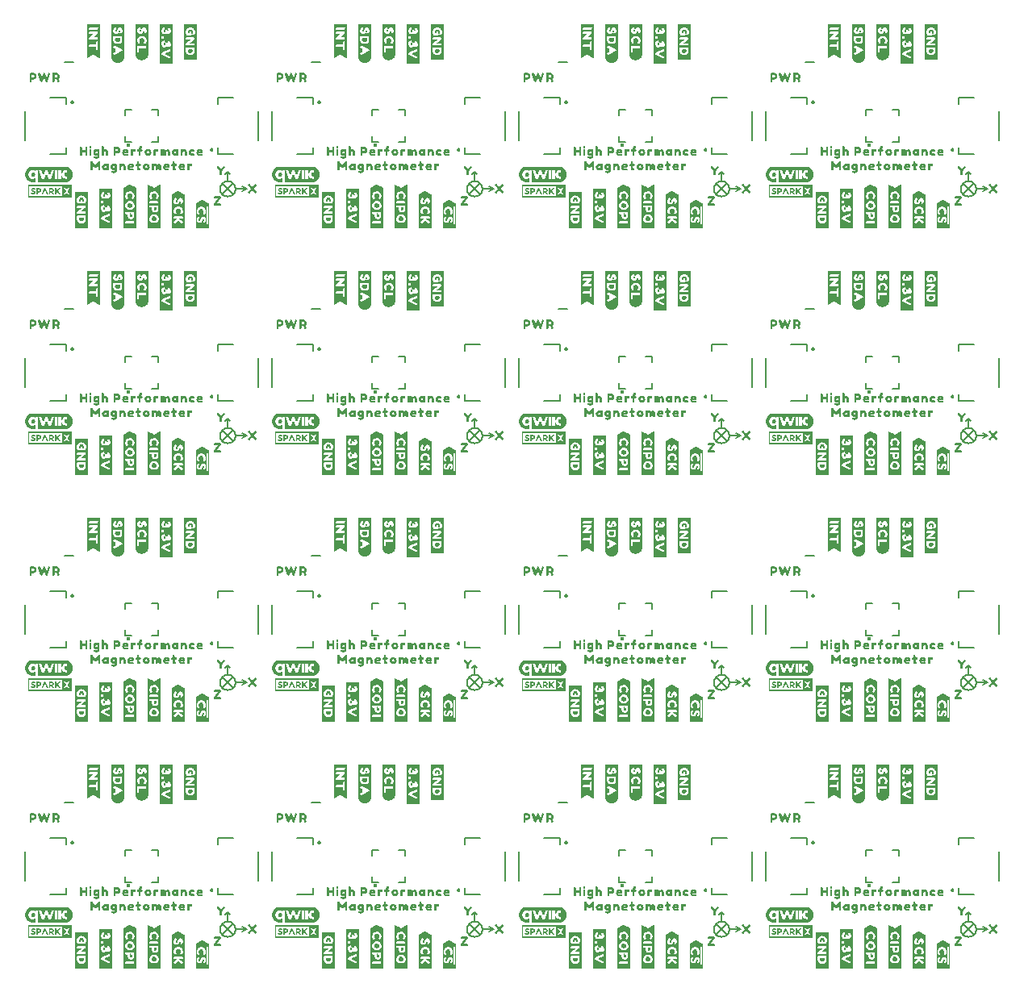
<source format=gto>
G04 EAGLE Gerber RS-274X export*
G75*
%MOMM*%
%FSLAX34Y34*%
%LPD*%
%INSilkscreen Top*%
%IPPOS*%
%AMOC8*
5,1,8,0,0,1.08239X$1,22.5*%
G01*
%ADD10C,0.203200*%
%ADD11C,0.381000*%
%ADD12C,0.127000*%

G36*
X277752Y326953D02*
X277752Y326953D01*
X305249Y326953D01*
X305251Y326954D01*
X305253Y326953D01*
X305780Y326986D01*
X305781Y326986D01*
X305783Y326986D01*
X306835Y327092D01*
X306837Y327094D01*
X306841Y327093D01*
X307357Y327200D01*
X307359Y327202D01*
X307362Y327201D01*
X308373Y327515D01*
X308374Y327517D01*
X308378Y327517D01*
X308863Y327722D01*
X308865Y327724D01*
X308869Y327724D01*
X309798Y328229D01*
X309800Y328232D01*
X309804Y328232D01*
X310238Y328530D01*
X310239Y328533D01*
X310242Y328534D01*
X311058Y329207D01*
X311059Y329210D01*
X311063Y329212D01*
X311428Y329591D01*
X311429Y329593D01*
X311431Y329595D01*
X312104Y330410D01*
X312105Y330414D01*
X312109Y330417D01*
X312390Y330862D01*
X312390Y330864D01*
X312392Y330866D01*
X312897Y331795D01*
X312896Y331799D01*
X312900Y331803D01*
X313086Y332296D01*
X313085Y332298D01*
X313087Y332300D01*
X313401Y333310D01*
X313400Y333314D01*
X313403Y333318D01*
X313488Y333838D01*
X313487Y333839D01*
X313489Y333842D01*
X313595Y334894D01*
X313593Y334897D01*
X313595Y334901D01*
X313587Y335427D01*
X313585Y335429D01*
X313586Y335433D01*
X313480Y336485D01*
X313478Y336487D01*
X313479Y336491D01*
X313377Y337007D01*
X313375Y337009D01*
X313375Y337013D01*
X313062Y338023D01*
X313059Y338025D01*
X313060Y338029D01*
X312858Y338515D01*
X312856Y338517D01*
X312856Y338521D01*
X312351Y339450D01*
X312349Y339452D01*
X312348Y339456D01*
X312053Y339892D01*
X312051Y339893D01*
X312050Y339897D01*
X311377Y340712D01*
X311374Y340713D01*
X311372Y340717D01*
X310995Y341085D01*
X310993Y341086D01*
X310992Y341089D01*
X310176Y341762D01*
X310172Y341762D01*
X310170Y341766D01*
X309726Y342050D01*
X309724Y342050D01*
X309723Y342053D01*
X308793Y342557D01*
X308789Y342557D01*
X308786Y342561D01*
X308294Y342750D01*
X308292Y342750D01*
X308290Y342751D01*
X307280Y343065D01*
X307277Y343064D01*
X307272Y343067D01*
X306754Y343157D01*
X306752Y343156D01*
X306749Y343157D01*
X305697Y343263D01*
X305456Y343288D01*
X305453Y343286D01*
X305450Y343288D01*
X272134Y343288D01*
X271605Y343283D01*
X271603Y343281D01*
X271600Y343282D01*
X270021Y343123D01*
X270017Y343120D01*
X270009Y343121D01*
X268494Y342651D01*
X268490Y342646D01*
X268482Y342646D01*
X267089Y341889D01*
X267086Y341884D01*
X267079Y341882D01*
X265861Y340866D01*
X265859Y340861D01*
X265852Y340857D01*
X264854Y339626D01*
X264854Y339621D01*
X264848Y339616D01*
X264343Y338687D01*
X264344Y338686D01*
X264342Y338685D01*
X264107Y338213D01*
X264108Y338208D01*
X264103Y338203D01*
X263790Y337193D01*
X263790Y337192D01*
X263789Y337191D01*
X263650Y336683D01*
X263651Y336678D01*
X263648Y336672D01*
X263495Y335094D01*
X263498Y335089D01*
X263495Y335081D01*
X263655Y333503D01*
X263658Y333499D01*
X263657Y333491D01*
X264123Y331975D01*
X264127Y331971D01*
X264128Y331963D01*
X264879Y330567D01*
X264884Y330564D01*
X264886Y330557D01*
X264949Y330481D01*
X265156Y330230D01*
X265157Y330230D01*
X265364Y329979D01*
X265572Y329728D01*
X265780Y329477D01*
X265897Y329335D01*
X265903Y329333D01*
X265906Y329326D01*
X267136Y328325D01*
X267141Y328325D01*
X267146Y328319D01*
X268546Y327575D01*
X268551Y327576D01*
X268557Y327570D01*
X270075Y327113D01*
X270080Y327115D01*
X270087Y327111D01*
X271665Y326953D01*
X271668Y326954D01*
X271671Y326953D01*
X274168Y326953D01*
X274187Y326965D01*
X274210Y326969D01*
X274216Y326984D01*
X274225Y326989D01*
X274223Y327000D01*
X274230Y327016D01*
X274229Y327165D01*
X274229Y331548D01*
X274222Y331559D01*
X274224Y331572D01*
X274205Y331585D01*
X274192Y331605D01*
X274179Y331603D01*
X274168Y331611D01*
X274134Y331597D01*
X274125Y331595D01*
X274123Y331592D01*
X274120Y331591D01*
X273898Y331352D01*
X273517Y330998D01*
X273084Y330714D01*
X272612Y330501D01*
X272110Y330375D01*
X271594Y330318D01*
X271073Y330339D01*
X270554Y330388D01*
X270052Y330525D01*
X269561Y330695D01*
X269108Y330949D01*
X268691Y331257D01*
X268304Y331603D01*
X267996Y332022D01*
X267719Y332462D01*
X267504Y332937D01*
X267344Y333432D01*
X267219Y333939D01*
X267120Y334981D01*
X267185Y336025D01*
X267300Y336534D01*
X267433Y337039D01*
X267649Y337512D01*
X267903Y337967D01*
X268209Y338387D01*
X268581Y338748D01*
X268984Y339073D01*
X269438Y339326D01*
X269922Y339514D01*
X270419Y339665D01*
X271460Y339745D01*
X271977Y339696D01*
X272483Y339581D01*
X272965Y339391D01*
X273407Y339122D01*
X273808Y338789D01*
X274123Y338494D01*
X274134Y338492D01*
X274140Y338483D01*
X274165Y338487D01*
X274190Y338482D01*
X274196Y338491D01*
X274207Y338493D01*
X274226Y338534D01*
X274229Y338538D01*
X274228Y338539D01*
X274229Y338540D01*
X274229Y339595D01*
X274233Y339648D01*
X277178Y339648D01*
X277178Y327008D01*
X277190Y326989D01*
X277194Y326966D01*
X277209Y326960D01*
X277214Y326951D01*
X277225Y326953D01*
X277241Y326946D01*
X277752Y326953D01*
G37*
G36*
X536832Y586033D02*
X536832Y586033D01*
X564329Y586033D01*
X564331Y586034D01*
X564333Y586033D01*
X564860Y586066D01*
X564861Y586066D01*
X564863Y586066D01*
X565915Y586172D01*
X565917Y586174D01*
X565921Y586173D01*
X566437Y586280D01*
X566439Y586282D01*
X566442Y586281D01*
X567453Y586595D01*
X567454Y586597D01*
X567458Y586597D01*
X567943Y586802D01*
X567945Y586804D01*
X567949Y586804D01*
X568878Y587309D01*
X568880Y587312D01*
X568884Y587312D01*
X569318Y587610D01*
X569319Y587613D01*
X569322Y587614D01*
X570138Y588287D01*
X570139Y588290D01*
X570143Y588292D01*
X570508Y588671D01*
X570509Y588673D01*
X570511Y588675D01*
X571184Y589490D01*
X571185Y589494D01*
X571189Y589497D01*
X571470Y589942D01*
X571470Y589944D01*
X571472Y589946D01*
X571977Y590875D01*
X571976Y590879D01*
X571980Y590883D01*
X572166Y591376D01*
X572165Y591378D01*
X572167Y591380D01*
X572481Y592390D01*
X572480Y592394D01*
X572483Y592398D01*
X572568Y592918D01*
X572567Y592919D01*
X572569Y592922D01*
X572675Y593974D01*
X572673Y593977D01*
X572675Y593981D01*
X572667Y594507D01*
X572665Y594509D01*
X572666Y594513D01*
X572560Y595565D01*
X572558Y595567D01*
X572559Y595571D01*
X572457Y596087D01*
X572455Y596089D01*
X572455Y596093D01*
X572142Y597103D01*
X572139Y597105D01*
X572140Y597109D01*
X571938Y597595D01*
X571936Y597597D01*
X571936Y597601D01*
X571431Y598530D01*
X571429Y598532D01*
X571428Y598536D01*
X571133Y598972D01*
X571131Y598973D01*
X571130Y598977D01*
X570457Y599792D01*
X570454Y599793D01*
X570452Y599797D01*
X570075Y600165D01*
X570073Y600166D01*
X570072Y600169D01*
X569256Y600842D01*
X569252Y600842D01*
X569250Y600846D01*
X568806Y601130D01*
X568804Y601130D01*
X568803Y601133D01*
X567873Y601637D01*
X567869Y601637D01*
X567866Y601641D01*
X567374Y601830D01*
X567372Y601830D01*
X567370Y601831D01*
X566360Y602145D01*
X566357Y602144D01*
X566352Y602147D01*
X565834Y602237D01*
X565832Y602236D01*
X565829Y602237D01*
X564777Y602343D01*
X564536Y602368D01*
X564533Y602366D01*
X564530Y602368D01*
X531214Y602368D01*
X530685Y602363D01*
X530683Y602361D01*
X530680Y602362D01*
X529101Y602203D01*
X529097Y602200D01*
X529089Y602201D01*
X527574Y601731D01*
X527570Y601726D01*
X527562Y601726D01*
X526169Y600969D01*
X526166Y600964D01*
X526159Y600962D01*
X524941Y599946D01*
X524939Y599941D01*
X524932Y599937D01*
X523934Y598706D01*
X523934Y598701D01*
X523928Y598696D01*
X523423Y597767D01*
X523424Y597766D01*
X523422Y597765D01*
X523187Y597293D01*
X523188Y597288D01*
X523183Y597283D01*
X522870Y596273D01*
X522870Y596272D01*
X522869Y596271D01*
X522730Y595763D01*
X522731Y595758D01*
X522728Y595752D01*
X522575Y594174D01*
X522578Y594169D01*
X522575Y594161D01*
X522735Y592583D01*
X522738Y592579D01*
X522737Y592571D01*
X523203Y591055D01*
X523207Y591051D01*
X523208Y591043D01*
X523959Y589647D01*
X523964Y589644D01*
X523966Y589637D01*
X524029Y589561D01*
X524236Y589310D01*
X524237Y589310D01*
X524444Y589059D01*
X524652Y588808D01*
X524860Y588557D01*
X524977Y588415D01*
X524983Y588413D01*
X524986Y588406D01*
X526216Y587405D01*
X526221Y587405D01*
X526226Y587399D01*
X527626Y586655D01*
X527631Y586656D01*
X527637Y586650D01*
X529155Y586193D01*
X529160Y586195D01*
X529167Y586191D01*
X530745Y586033D01*
X530748Y586034D01*
X530751Y586033D01*
X533248Y586033D01*
X533267Y586045D01*
X533290Y586049D01*
X533296Y586064D01*
X533305Y586069D01*
X533303Y586080D01*
X533310Y586096D01*
X533309Y586245D01*
X533309Y590628D01*
X533302Y590639D01*
X533304Y590652D01*
X533285Y590665D01*
X533272Y590685D01*
X533259Y590683D01*
X533248Y590691D01*
X533214Y590677D01*
X533205Y590675D01*
X533203Y590672D01*
X533200Y590671D01*
X532978Y590432D01*
X532597Y590078D01*
X532164Y589794D01*
X531692Y589581D01*
X531190Y589455D01*
X530674Y589398D01*
X530153Y589419D01*
X529634Y589468D01*
X529132Y589605D01*
X528641Y589775D01*
X528188Y590029D01*
X527771Y590337D01*
X527384Y590683D01*
X527076Y591102D01*
X526799Y591542D01*
X526584Y592017D01*
X526424Y592512D01*
X526299Y593019D01*
X526200Y594061D01*
X526265Y595105D01*
X526380Y595614D01*
X526513Y596119D01*
X526729Y596592D01*
X526983Y597047D01*
X527289Y597467D01*
X527661Y597828D01*
X528064Y598153D01*
X528518Y598406D01*
X529002Y598594D01*
X529499Y598745D01*
X530540Y598825D01*
X531057Y598776D01*
X531563Y598661D01*
X532045Y598471D01*
X532487Y598202D01*
X532888Y597869D01*
X533203Y597574D01*
X533214Y597572D01*
X533220Y597563D01*
X533245Y597567D01*
X533270Y597562D01*
X533276Y597571D01*
X533287Y597573D01*
X533306Y597614D01*
X533309Y597618D01*
X533308Y597619D01*
X533309Y597620D01*
X533309Y598675D01*
X533313Y598728D01*
X536258Y598728D01*
X536258Y586088D01*
X536270Y586069D01*
X536274Y586046D01*
X536289Y586040D01*
X536294Y586031D01*
X536305Y586033D01*
X536321Y586026D01*
X536832Y586033D01*
G37*
G36*
X277752Y586033D02*
X277752Y586033D01*
X305249Y586033D01*
X305251Y586034D01*
X305253Y586033D01*
X305780Y586066D01*
X305781Y586066D01*
X305783Y586066D01*
X306835Y586172D01*
X306837Y586174D01*
X306841Y586173D01*
X307357Y586280D01*
X307359Y586282D01*
X307362Y586281D01*
X308373Y586595D01*
X308374Y586597D01*
X308378Y586597D01*
X308863Y586802D01*
X308865Y586804D01*
X308869Y586804D01*
X309798Y587309D01*
X309800Y587312D01*
X309804Y587312D01*
X310238Y587610D01*
X310239Y587613D01*
X310242Y587614D01*
X311058Y588287D01*
X311059Y588290D01*
X311063Y588292D01*
X311428Y588671D01*
X311429Y588673D01*
X311431Y588675D01*
X312104Y589490D01*
X312105Y589494D01*
X312109Y589497D01*
X312390Y589942D01*
X312390Y589944D01*
X312392Y589946D01*
X312897Y590875D01*
X312896Y590879D01*
X312900Y590883D01*
X313086Y591376D01*
X313085Y591378D01*
X313087Y591380D01*
X313401Y592390D01*
X313400Y592394D01*
X313403Y592398D01*
X313488Y592918D01*
X313487Y592919D01*
X313489Y592922D01*
X313595Y593974D01*
X313593Y593977D01*
X313595Y593981D01*
X313587Y594507D01*
X313585Y594509D01*
X313586Y594513D01*
X313480Y595565D01*
X313478Y595567D01*
X313479Y595571D01*
X313377Y596087D01*
X313375Y596089D01*
X313375Y596093D01*
X313062Y597103D01*
X313059Y597105D01*
X313060Y597109D01*
X312858Y597595D01*
X312856Y597597D01*
X312856Y597601D01*
X312351Y598530D01*
X312349Y598532D01*
X312348Y598536D01*
X312053Y598972D01*
X312051Y598973D01*
X312050Y598977D01*
X311377Y599792D01*
X311374Y599793D01*
X311372Y599797D01*
X310995Y600165D01*
X310993Y600166D01*
X310992Y600169D01*
X310176Y600842D01*
X310172Y600842D01*
X310170Y600846D01*
X309726Y601130D01*
X309724Y601130D01*
X309723Y601133D01*
X308793Y601637D01*
X308789Y601637D01*
X308786Y601641D01*
X308294Y601830D01*
X308292Y601830D01*
X308290Y601831D01*
X307280Y602145D01*
X307277Y602144D01*
X307272Y602147D01*
X306754Y602237D01*
X306752Y602236D01*
X306749Y602237D01*
X305697Y602343D01*
X305456Y602368D01*
X305453Y602366D01*
X305450Y602368D01*
X272134Y602368D01*
X271605Y602363D01*
X271603Y602361D01*
X271600Y602362D01*
X270021Y602203D01*
X270017Y602200D01*
X270009Y602201D01*
X268494Y601731D01*
X268490Y601726D01*
X268482Y601726D01*
X267089Y600969D01*
X267086Y600964D01*
X267079Y600962D01*
X265861Y599946D01*
X265859Y599941D01*
X265852Y599937D01*
X264854Y598706D01*
X264854Y598701D01*
X264848Y598696D01*
X264343Y597767D01*
X264344Y597766D01*
X264342Y597765D01*
X264107Y597293D01*
X264108Y597288D01*
X264103Y597283D01*
X263790Y596273D01*
X263790Y596272D01*
X263789Y596271D01*
X263650Y595763D01*
X263651Y595758D01*
X263648Y595752D01*
X263495Y594174D01*
X263498Y594169D01*
X263495Y594161D01*
X263655Y592583D01*
X263658Y592579D01*
X263657Y592571D01*
X264123Y591055D01*
X264127Y591051D01*
X264128Y591043D01*
X264879Y589647D01*
X264884Y589644D01*
X264886Y589637D01*
X264949Y589561D01*
X265156Y589310D01*
X265157Y589310D01*
X265364Y589059D01*
X265572Y588808D01*
X265780Y588557D01*
X265897Y588415D01*
X265903Y588413D01*
X265906Y588406D01*
X267136Y587405D01*
X267141Y587405D01*
X267146Y587399D01*
X268546Y586655D01*
X268551Y586656D01*
X268557Y586650D01*
X270075Y586193D01*
X270080Y586195D01*
X270087Y586191D01*
X271665Y586033D01*
X271668Y586034D01*
X271671Y586033D01*
X274168Y586033D01*
X274187Y586045D01*
X274210Y586049D01*
X274216Y586064D01*
X274225Y586069D01*
X274223Y586080D01*
X274230Y586096D01*
X274229Y586245D01*
X274229Y590628D01*
X274222Y590639D01*
X274224Y590652D01*
X274205Y590665D01*
X274192Y590685D01*
X274179Y590683D01*
X274168Y590691D01*
X274134Y590677D01*
X274125Y590675D01*
X274123Y590672D01*
X274120Y590671D01*
X273898Y590432D01*
X273517Y590078D01*
X273084Y589794D01*
X272612Y589581D01*
X272110Y589455D01*
X271594Y589398D01*
X271073Y589419D01*
X270554Y589468D01*
X270052Y589605D01*
X269561Y589775D01*
X269108Y590029D01*
X268691Y590337D01*
X268304Y590683D01*
X267996Y591102D01*
X267719Y591542D01*
X267504Y592017D01*
X267344Y592512D01*
X267219Y593019D01*
X267120Y594061D01*
X267185Y595105D01*
X267300Y595614D01*
X267433Y596119D01*
X267649Y596592D01*
X267903Y597047D01*
X268209Y597467D01*
X268581Y597828D01*
X268984Y598153D01*
X269438Y598406D01*
X269922Y598594D01*
X270419Y598745D01*
X271460Y598825D01*
X271977Y598776D01*
X272483Y598661D01*
X272965Y598471D01*
X273407Y598202D01*
X273808Y597869D01*
X274123Y597574D01*
X274134Y597572D01*
X274140Y597563D01*
X274165Y597567D01*
X274190Y597562D01*
X274196Y597571D01*
X274207Y597573D01*
X274226Y597614D01*
X274229Y597618D01*
X274228Y597619D01*
X274229Y597620D01*
X274229Y598675D01*
X274233Y598728D01*
X277178Y598728D01*
X277178Y586088D01*
X277190Y586069D01*
X277194Y586046D01*
X277209Y586040D01*
X277214Y586031D01*
X277225Y586033D01*
X277241Y586026D01*
X277752Y586033D01*
G37*
G36*
X18672Y326953D02*
X18672Y326953D01*
X46169Y326953D01*
X46171Y326954D01*
X46173Y326953D01*
X46700Y326986D01*
X46701Y326986D01*
X46703Y326986D01*
X47755Y327092D01*
X47757Y327094D01*
X47761Y327093D01*
X48277Y327200D01*
X48279Y327202D01*
X48282Y327201D01*
X49293Y327515D01*
X49294Y327517D01*
X49298Y327517D01*
X49783Y327722D01*
X49785Y327724D01*
X49789Y327724D01*
X50718Y328229D01*
X50720Y328232D01*
X50724Y328232D01*
X51158Y328530D01*
X51159Y328533D01*
X51162Y328534D01*
X51978Y329207D01*
X51979Y329210D01*
X51983Y329212D01*
X52348Y329591D01*
X52349Y329593D01*
X52351Y329595D01*
X53024Y330410D01*
X53025Y330414D01*
X53029Y330417D01*
X53310Y330862D01*
X53310Y330864D01*
X53312Y330866D01*
X53817Y331795D01*
X53816Y331799D01*
X53820Y331803D01*
X54006Y332296D01*
X54005Y332298D01*
X54007Y332300D01*
X54321Y333310D01*
X54320Y333314D01*
X54323Y333318D01*
X54408Y333838D01*
X54407Y333839D01*
X54409Y333842D01*
X54515Y334894D01*
X54513Y334897D01*
X54515Y334901D01*
X54507Y335427D01*
X54505Y335429D01*
X54506Y335433D01*
X54400Y336485D01*
X54398Y336487D01*
X54399Y336491D01*
X54297Y337007D01*
X54295Y337009D01*
X54295Y337013D01*
X53982Y338023D01*
X53979Y338025D01*
X53980Y338029D01*
X53778Y338515D01*
X53776Y338517D01*
X53776Y338521D01*
X53271Y339450D01*
X53269Y339452D01*
X53268Y339456D01*
X52973Y339892D01*
X52971Y339893D01*
X52970Y339897D01*
X52297Y340712D01*
X52294Y340713D01*
X52292Y340717D01*
X51915Y341085D01*
X51913Y341086D01*
X51912Y341089D01*
X51096Y341762D01*
X51092Y341762D01*
X51090Y341766D01*
X50646Y342050D01*
X50644Y342050D01*
X50643Y342053D01*
X49713Y342557D01*
X49709Y342557D01*
X49706Y342561D01*
X49214Y342750D01*
X49212Y342750D01*
X49210Y342751D01*
X48200Y343065D01*
X48197Y343064D01*
X48192Y343067D01*
X47674Y343157D01*
X47672Y343156D01*
X47669Y343157D01*
X46617Y343263D01*
X46376Y343288D01*
X46373Y343286D01*
X46370Y343288D01*
X13054Y343288D01*
X12525Y343283D01*
X12523Y343281D01*
X12520Y343282D01*
X10941Y343123D01*
X10937Y343120D01*
X10929Y343121D01*
X9414Y342651D01*
X9410Y342646D01*
X9402Y342646D01*
X8009Y341889D01*
X8006Y341884D01*
X7999Y341882D01*
X6781Y340866D01*
X6779Y340861D01*
X6772Y340857D01*
X5774Y339626D01*
X5774Y339621D01*
X5768Y339616D01*
X5263Y338687D01*
X5264Y338686D01*
X5262Y338685D01*
X5027Y338213D01*
X5028Y338208D01*
X5023Y338203D01*
X4710Y337193D01*
X4710Y337192D01*
X4709Y337191D01*
X4570Y336683D01*
X4571Y336678D01*
X4568Y336672D01*
X4415Y335094D01*
X4418Y335089D01*
X4415Y335081D01*
X4575Y333503D01*
X4578Y333499D01*
X4577Y333491D01*
X5043Y331975D01*
X5047Y331971D01*
X5048Y331963D01*
X5799Y330567D01*
X5804Y330564D01*
X5806Y330557D01*
X5869Y330481D01*
X6076Y330230D01*
X6077Y330230D01*
X6284Y329979D01*
X6492Y329728D01*
X6700Y329477D01*
X6817Y329335D01*
X6823Y329333D01*
X6826Y329326D01*
X8056Y328325D01*
X8061Y328325D01*
X8066Y328319D01*
X9466Y327575D01*
X9471Y327576D01*
X9477Y327570D01*
X10995Y327113D01*
X11000Y327115D01*
X11007Y327111D01*
X12585Y326953D01*
X12588Y326954D01*
X12591Y326953D01*
X15088Y326953D01*
X15107Y326965D01*
X15130Y326969D01*
X15136Y326984D01*
X15145Y326989D01*
X15143Y327000D01*
X15150Y327016D01*
X15149Y327165D01*
X15149Y331548D01*
X15142Y331559D01*
X15144Y331572D01*
X15125Y331585D01*
X15112Y331605D01*
X15099Y331603D01*
X15088Y331611D01*
X15054Y331597D01*
X15045Y331595D01*
X15043Y331592D01*
X15040Y331591D01*
X14818Y331352D01*
X14437Y330998D01*
X14004Y330714D01*
X13532Y330501D01*
X13030Y330375D01*
X12514Y330318D01*
X11993Y330339D01*
X11474Y330388D01*
X10972Y330525D01*
X10481Y330695D01*
X10028Y330949D01*
X9611Y331257D01*
X9224Y331603D01*
X8916Y332022D01*
X8639Y332462D01*
X8424Y332937D01*
X8264Y333432D01*
X8139Y333939D01*
X8040Y334981D01*
X8105Y336025D01*
X8220Y336534D01*
X8353Y337039D01*
X8569Y337512D01*
X8823Y337967D01*
X9129Y338387D01*
X9501Y338748D01*
X9904Y339073D01*
X10358Y339326D01*
X10842Y339514D01*
X11339Y339665D01*
X12380Y339745D01*
X12897Y339696D01*
X13403Y339581D01*
X13885Y339391D01*
X14327Y339122D01*
X14728Y338789D01*
X15043Y338494D01*
X15054Y338492D01*
X15060Y338483D01*
X15085Y338487D01*
X15110Y338482D01*
X15116Y338491D01*
X15127Y338493D01*
X15146Y338534D01*
X15149Y338538D01*
X15148Y338539D01*
X15149Y338540D01*
X15149Y339595D01*
X15153Y339648D01*
X18098Y339648D01*
X18098Y327008D01*
X18110Y326989D01*
X18114Y326966D01*
X18129Y326960D01*
X18134Y326951D01*
X18145Y326953D01*
X18161Y326946D01*
X18672Y326953D01*
G37*
G36*
X536832Y326953D02*
X536832Y326953D01*
X564329Y326953D01*
X564331Y326954D01*
X564333Y326953D01*
X564860Y326986D01*
X564861Y326986D01*
X564863Y326986D01*
X565915Y327092D01*
X565917Y327094D01*
X565921Y327093D01*
X566437Y327200D01*
X566439Y327202D01*
X566442Y327201D01*
X567453Y327515D01*
X567454Y327517D01*
X567458Y327517D01*
X567943Y327722D01*
X567945Y327724D01*
X567949Y327724D01*
X568878Y328229D01*
X568880Y328232D01*
X568884Y328232D01*
X569318Y328530D01*
X569319Y328533D01*
X569322Y328534D01*
X570138Y329207D01*
X570139Y329210D01*
X570143Y329212D01*
X570508Y329591D01*
X570509Y329593D01*
X570511Y329595D01*
X571184Y330410D01*
X571185Y330414D01*
X571189Y330417D01*
X571470Y330862D01*
X571470Y330864D01*
X571472Y330866D01*
X571977Y331795D01*
X571976Y331799D01*
X571980Y331803D01*
X572166Y332296D01*
X572165Y332298D01*
X572167Y332300D01*
X572481Y333310D01*
X572480Y333314D01*
X572483Y333318D01*
X572568Y333838D01*
X572567Y333839D01*
X572569Y333842D01*
X572675Y334894D01*
X572673Y334897D01*
X572675Y334901D01*
X572667Y335427D01*
X572665Y335429D01*
X572666Y335433D01*
X572560Y336485D01*
X572558Y336487D01*
X572559Y336491D01*
X572457Y337007D01*
X572455Y337009D01*
X572455Y337013D01*
X572142Y338023D01*
X572139Y338025D01*
X572140Y338029D01*
X571938Y338515D01*
X571936Y338517D01*
X571936Y338521D01*
X571431Y339450D01*
X571429Y339452D01*
X571428Y339456D01*
X571133Y339892D01*
X571131Y339893D01*
X571130Y339897D01*
X570457Y340712D01*
X570454Y340713D01*
X570452Y340717D01*
X570075Y341085D01*
X570073Y341086D01*
X570072Y341089D01*
X569256Y341762D01*
X569252Y341762D01*
X569250Y341766D01*
X568806Y342050D01*
X568804Y342050D01*
X568803Y342053D01*
X567873Y342557D01*
X567869Y342557D01*
X567866Y342561D01*
X567374Y342750D01*
X567372Y342750D01*
X567370Y342751D01*
X566360Y343065D01*
X566357Y343064D01*
X566352Y343067D01*
X565834Y343157D01*
X565832Y343156D01*
X565829Y343157D01*
X564777Y343263D01*
X564536Y343288D01*
X564533Y343286D01*
X564530Y343288D01*
X531214Y343288D01*
X530685Y343283D01*
X530683Y343281D01*
X530680Y343282D01*
X529101Y343123D01*
X529097Y343120D01*
X529089Y343121D01*
X527574Y342651D01*
X527570Y342646D01*
X527562Y342646D01*
X526169Y341889D01*
X526166Y341884D01*
X526159Y341882D01*
X524941Y340866D01*
X524939Y340861D01*
X524932Y340857D01*
X523934Y339626D01*
X523934Y339621D01*
X523928Y339616D01*
X523423Y338687D01*
X523424Y338686D01*
X523422Y338685D01*
X523187Y338213D01*
X523188Y338208D01*
X523183Y338203D01*
X522870Y337193D01*
X522870Y337192D01*
X522869Y337191D01*
X522730Y336683D01*
X522731Y336678D01*
X522728Y336672D01*
X522575Y335094D01*
X522578Y335089D01*
X522575Y335081D01*
X522735Y333503D01*
X522738Y333499D01*
X522737Y333491D01*
X523203Y331975D01*
X523207Y331971D01*
X523208Y331963D01*
X523959Y330567D01*
X523964Y330564D01*
X523966Y330557D01*
X524029Y330481D01*
X524236Y330230D01*
X524237Y330230D01*
X524444Y329979D01*
X524652Y329728D01*
X524860Y329477D01*
X524977Y329335D01*
X524983Y329333D01*
X524986Y329326D01*
X526216Y328325D01*
X526221Y328325D01*
X526226Y328319D01*
X527626Y327575D01*
X527631Y327576D01*
X527637Y327570D01*
X529155Y327113D01*
X529160Y327115D01*
X529167Y327111D01*
X530745Y326953D01*
X530748Y326954D01*
X530751Y326953D01*
X533248Y326953D01*
X533267Y326965D01*
X533290Y326969D01*
X533296Y326984D01*
X533305Y326989D01*
X533303Y327000D01*
X533310Y327016D01*
X533309Y327165D01*
X533309Y331548D01*
X533302Y331559D01*
X533304Y331572D01*
X533285Y331585D01*
X533272Y331605D01*
X533259Y331603D01*
X533248Y331611D01*
X533214Y331597D01*
X533205Y331595D01*
X533203Y331592D01*
X533200Y331591D01*
X532978Y331352D01*
X532597Y330998D01*
X532164Y330714D01*
X531692Y330501D01*
X531190Y330375D01*
X530674Y330318D01*
X530153Y330339D01*
X529634Y330388D01*
X529132Y330525D01*
X528641Y330695D01*
X528188Y330949D01*
X527771Y331257D01*
X527384Y331603D01*
X527076Y332022D01*
X526799Y332462D01*
X526584Y332937D01*
X526424Y333432D01*
X526299Y333939D01*
X526200Y334981D01*
X526265Y336025D01*
X526380Y336534D01*
X526513Y337039D01*
X526729Y337512D01*
X526983Y337967D01*
X527289Y338387D01*
X527661Y338748D01*
X528064Y339073D01*
X528518Y339326D01*
X529002Y339514D01*
X529499Y339665D01*
X530540Y339745D01*
X531057Y339696D01*
X531563Y339581D01*
X532045Y339391D01*
X532487Y339122D01*
X532888Y338789D01*
X533203Y338494D01*
X533214Y338492D01*
X533220Y338483D01*
X533245Y338487D01*
X533270Y338482D01*
X533276Y338491D01*
X533287Y338493D01*
X533306Y338534D01*
X533309Y338538D01*
X533308Y338539D01*
X533309Y338540D01*
X533309Y339595D01*
X533313Y339648D01*
X536258Y339648D01*
X536258Y327008D01*
X536270Y326989D01*
X536274Y326966D01*
X536289Y326960D01*
X536294Y326951D01*
X536305Y326953D01*
X536321Y326946D01*
X536832Y326953D01*
G37*
G36*
X536832Y845113D02*
X536832Y845113D01*
X564329Y845113D01*
X564331Y845114D01*
X564333Y845113D01*
X564860Y845146D01*
X564861Y845146D01*
X564863Y845146D01*
X565915Y845252D01*
X565917Y845254D01*
X565921Y845253D01*
X566437Y845360D01*
X566439Y845362D01*
X566442Y845361D01*
X567453Y845675D01*
X567454Y845677D01*
X567458Y845677D01*
X567943Y845882D01*
X567945Y845884D01*
X567949Y845884D01*
X568878Y846389D01*
X568880Y846392D01*
X568884Y846392D01*
X569318Y846690D01*
X569319Y846693D01*
X569322Y846694D01*
X570138Y847367D01*
X570139Y847370D01*
X570143Y847372D01*
X570508Y847751D01*
X570509Y847753D01*
X570511Y847755D01*
X571184Y848570D01*
X571185Y848574D01*
X571189Y848577D01*
X571470Y849022D01*
X571470Y849024D01*
X571472Y849026D01*
X571977Y849955D01*
X571976Y849959D01*
X571980Y849963D01*
X572166Y850456D01*
X572165Y850458D01*
X572167Y850460D01*
X572481Y851470D01*
X572480Y851474D01*
X572483Y851478D01*
X572568Y851998D01*
X572567Y851999D01*
X572569Y852002D01*
X572675Y853054D01*
X572673Y853057D01*
X572675Y853061D01*
X572667Y853587D01*
X572665Y853589D01*
X572666Y853593D01*
X572560Y854645D01*
X572558Y854647D01*
X572559Y854651D01*
X572457Y855167D01*
X572455Y855169D01*
X572455Y855173D01*
X572142Y856183D01*
X572139Y856185D01*
X572140Y856189D01*
X571938Y856675D01*
X571936Y856677D01*
X571936Y856681D01*
X571431Y857610D01*
X571429Y857612D01*
X571428Y857616D01*
X571133Y858052D01*
X571131Y858053D01*
X571130Y858057D01*
X570457Y858872D01*
X570454Y858873D01*
X570452Y858877D01*
X570075Y859245D01*
X570073Y859246D01*
X570072Y859249D01*
X569256Y859922D01*
X569252Y859922D01*
X569250Y859926D01*
X568806Y860210D01*
X568804Y860210D01*
X568803Y860213D01*
X567873Y860717D01*
X567869Y860717D01*
X567866Y860721D01*
X567374Y860910D01*
X567372Y860910D01*
X567370Y860911D01*
X566360Y861225D01*
X566357Y861224D01*
X566352Y861227D01*
X565834Y861317D01*
X565832Y861316D01*
X565829Y861317D01*
X564777Y861423D01*
X564536Y861448D01*
X564533Y861446D01*
X564530Y861448D01*
X531214Y861448D01*
X530685Y861443D01*
X530683Y861441D01*
X530680Y861442D01*
X529101Y861283D01*
X529097Y861280D01*
X529089Y861281D01*
X527574Y860811D01*
X527570Y860806D01*
X527562Y860806D01*
X526169Y860049D01*
X526166Y860044D01*
X526159Y860042D01*
X524941Y859026D01*
X524939Y859021D01*
X524932Y859017D01*
X523934Y857786D01*
X523934Y857781D01*
X523928Y857776D01*
X523423Y856847D01*
X523424Y856846D01*
X523422Y856845D01*
X523187Y856373D01*
X523188Y856368D01*
X523183Y856363D01*
X522870Y855353D01*
X522870Y855352D01*
X522869Y855351D01*
X522730Y854843D01*
X522731Y854838D01*
X522728Y854832D01*
X522575Y853254D01*
X522578Y853249D01*
X522575Y853241D01*
X522735Y851663D01*
X522738Y851659D01*
X522737Y851651D01*
X523203Y850135D01*
X523207Y850131D01*
X523208Y850123D01*
X523959Y848727D01*
X523964Y848724D01*
X523966Y848717D01*
X524029Y848641D01*
X524236Y848390D01*
X524237Y848390D01*
X524444Y848139D01*
X524652Y847888D01*
X524860Y847637D01*
X524977Y847495D01*
X524983Y847493D01*
X524986Y847486D01*
X526216Y846485D01*
X526221Y846485D01*
X526226Y846479D01*
X527626Y845735D01*
X527631Y845736D01*
X527637Y845730D01*
X529155Y845273D01*
X529160Y845275D01*
X529167Y845271D01*
X530745Y845113D01*
X530748Y845114D01*
X530751Y845113D01*
X533248Y845113D01*
X533267Y845125D01*
X533290Y845129D01*
X533296Y845144D01*
X533305Y845149D01*
X533303Y845160D01*
X533310Y845176D01*
X533309Y845325D01*
X533309Y849708D01*
X533302Y849719D01*
X533304Y849732D01*
X533285Y849745D01*
X533272Y849765D01*
X533259Y849763D01*
X533248Y849771D01*
X533214Y849757D01*
X533205Y849755D01*
X533203Y849752D01*
X533200Y849751D01*
X532978Y849512D01*
X532597Y849158D01*
X532164Y848874D01*
X531692Y848661D01*
X531190Y848535D01*
X530674Y848478D01*
X530153Y848499D01*
X529634Y848548D01*
X529132Y848685D01*
X528641Y848855D01*
X528188Y849109D01*
X527771Y849417D01*
X527384Y849763D01*
X527076Y850182D01*
X526799Y850622D01*
X526584Y851097D01*
X526424Y851592D01*
X526299Y852099D01*
X526200Y853141D01*
X526265Y854185D01*
X526380Y854694D01*
X526513Y855199D01*
X526729Y855672D01*
X526983Y856127D01*
X527289Y856547D01*
X527661Y856908D01*
X528064Y857233D01*
X528518Y857486D01*
X529002Y857674D01*
X529499Y857825D01*
X530540Y857905D01*
X531057Y857856D01*
X531563Y857741D01*
X532045Y857551D01*
X532487Y857282D01*
X532888Y856949D01*
X533203Y856654D01*
X533214Y856652D01*
X533220Y856643D01*
X533245Y856647D01*
X533270Y856642D01*
X533276Y856651D01*
X533287Y856653D01*
X533306Y856694D01*
X533309Y856698D01*
X533308Y856699D01*
X533309Y856700D01*
X533309Y857755D01*
X533313Y857808D01*
X536258Y857808D01*
X536258Y845168D01*
X536270Y845149D01*
X536274Y845126D01*
X536289Y845120D01*
X536294Y845111D01*
X536305Y845113D01*
X536321Y845106D01*
X536832Y845113D01*
G37*
G36*
X795912Y845113D02*
X795912Y845113D01*
X823409Y845113D01*
X823411Y845114D01*
X823413Y845113D01*
X823940Y845146D01*
X823941Y845146D01*
X823943Y845146D01*
X824995Y845252D01*
X824997Y845254D01*
X825001Y845253D01*
X825517Y845360D01*
X825519Y845362D01*
X825522Y845361D01*
X826533Y845675D01*
X826534Y845677D01*
X826538Y845677D01*
X827023Y845882D01*
X827025Y845884D01*
X827029Y845884D01*
X827958Y846389D01*
X827960Y846392D01*
X827964Y846392D01*
X828398Y846690D01*
X828399Y846693D01*
X828402Y846694D01*
X829218Y847367D01*
X829219Y847370D01*
X829223Y847372D01*
X829588Y847751D01*
X829589Y847753D01*
X829591Y847755D01*
X830264Y848570D01*
X830265Y848574D01*
X830269Y848577D01*
X830550Y849022D01*
X830550Y849024D01*
X830552Y849026D01*
X831057Y849955D01*
X831056Y849959D01*
X831060Y849963D01*
X831246Y850456D01*
X831245Y850458D01*
X831247Y850460D01*
X831561Y851470D01*
X831560Y851474D01*
X831563Y851478D01*
X831648Y851998D01*
X831647Y851999D01*
X831649Y852002D01*
X831755Y853054D01*
X831753Y853057D01*
X831755Y853061D01*
X831747Y853587D01*
X831745Y853589D01*
X831746Y853593D01*
X831640Y854645D01*
X831638Y854647D01*
X831639Y854651D01*
X831537Y855167D01*
X831535Y855169D01*
X831535Y855173D01*
X831222Y856183D01*
X831219Y856185D01*
X831220Y856189D01*
X831018Y856675D01*
X831016Y856677D01*
X831016Y856681D01*
X830511Y857610D01*
X830509Y857612D01*
X830508Y857616D01*
X830213Y858052D01*
X830211Y858053D01*
X830210Y858057D01*
X829537Y858872D01*
X829534Y858873D01*
X829532Y858877D01*
X829155Y859245D01*
X829153Y859246D01*
X829152Y859249D01*
X828336Y859922D01*
X828332Y859922D01*
X828330Y859926D01*
X827886Y860210D01*
X827884Y860210D01*
X827883Y860213D01*
X826953Y860717D01*
X826949Y860717D01*
X826946Y860721D01*
X826454Y860910D01*
X826452Y860910D01*
X826450Y860911D01*
X825440Y861225D01*
X825437Y861224D01*
X825432Y861227D01*
X824914Y861317D01*
X824912Y861316D01*
X824909Y861317D01*
X823857Y861423D01*
X823616Y861448D01*
X823613Y861446D01*
X823610Y861448D01*
X790294Y861448D01*
X789765Y861443D01*
X789763Y861441D01*
X789760Y861442D01*
X788181Y861283D01*
X788177Y861280D01*
X788169Y861281D01*
X786654Y860811D01*
X786650Y860806D01*
X786642Y860806D01*
X785249Y860049D01*
X785246Y860044D01*
X785239Y860042D01*
X784021Y859026D01*
X784019Y859021D01*
X784012Y859017D01*
X783014Y857786D01*
X783014Y857781D01*
X783008Y857776D01*
X782503Y856847D01*
X782504Y856846D01*
X782502Y856845D01*
X782267Y856373D01*
X782268Y856368D01*
X782263Y856363D01*
X781950Y855353D01*
X781950Y855352D01*
X781949Y855351D01*
X781810Y854843D01*
X781811Y854838D01*
X781808Y854832D01*
X781655Y853254D01*
X781658Y853249D01*
X781655Y853241D01*
X781815Y851663D01*
X781818Y851659D01*
X781817Y851651D01*
X782283Y850135D01*
X782287Y850131D01*
X782288Y850123D01*
X783039Y848727D01*
X783044Y848724D01*
X783046Y848717D01*
X783109Y848641D01*
X783316Y848390D01*
X783317Y848390D01*
X783524Y848139D01*
X783732Y847888D01*
X783940Y847637D01*
X784057Y847495D01*
X784063Y847493D01*
X784066Y847486D01*
X785296Y846485D01*
X785301Y846485D01*
X785306Y846479D01*
X786706Y845735D01*
X786711Y845736D01*
X786717Y845730D01*
X788235Y845273D01*
X788240Y845275D01*
X788247Y845271D01*
X789825Y845113D01*
X789828Y845114D01*
X789831Y845113D01*
X792328Y845113D01*
X792347Y845125D01*
X792370Y845129D01*
X792376Y845144D01*
X792385Y845149D01*
X792383Y845160D01*
X792390Y845176D01*
X792389Y845325D01*
X792389Y849708D01*
X792382Y849719D01*
X792384Y849732D01*
X792365Y849745D01*
X792352Y849765D01*
X792339Y849763D01*
X792328Y849771D01*
X792294Y849757D01*
X792285Y849755D01*
X792283Y849752D01*
X792280Y849751D01*
X792058Y849512D01*
X791677Y849158D01*
X791244Y848874D01*
X790772Y848661D01*
X790270Y848535D01*
X789754Y848478D01*
X789233Y848499D01*
X788714Y848548D01*
X788212Y848685D01*
X787721Y848855D01*
X787268Y849109D01*
X786851Y849417D01*
X786464Y849763D01*
X786156Y850182D01*
X785879Y850622D01*
X785664Y851097D01*
X785504Y851592D01*
X785379Y852099D01*
X785280Y853141D01*
X785345Y854185D01*
X785460Y854694D01*
X785593Y855199D01*
X785809Y855672D01*
X786063Y856127D01*
X786369Y856547D01*
X786741Y856908D01*
X787144Y857233D01*
X787598Y857486D01*
X788082Y857674D01*
X788579Y857825D01*
X789620Y857905D01*
X790137Y857856D01*
X790643Y857741D01*
X791125Y857551D01*
X791567Y857282D01*
X791968Y856949D01*
X792283Y856654D01*
X792294Y856652D01*
X792300Y856643D01*
X792325Y856647D01*
X792350Y856642D01*
X792356Y856651D01*
X792367Y856653D01*
X792386Y856694D01*
X792389Y856698D01*
X792388Y856699D01*
X792389Y856700D01*
X792389Y857755D01*
X792393Y857808D01*
X795338Y857808D01*
X795338Y845168D01*
X795350Y845149D01*
X795354Y845126D01*
X795369Y845120D01*
X795374Y845111D01*
X795385Y845113D01*
X795401Y845106D01*
X795912Y845113D01*
G37*
G36*
X795912Y67873D02*
X795912Y67873D01*
X823409Y67873D01*
X823411Y67874D01*
X823413Y67873D01*
X823940Y67906D01*
X823941Y67906D01*
X823943Y67906D01*
X824995Y68012D01*
X824997Y68014D01*
X825001Y68013D01*
X825517Y68120D01*
X825519Y68122D01*
X825522Y68121D01*
X826533Y68435D01*
X826534Y68437D01*
X826538Y68437D01*
X827023Y68642D01*
X827025Y68644D01*
X827029Y68644D01*
X827958Y69149D01*
X827960Y69152D01*
X827964Y69152D01*
X828398Y69450D01*
X828399Y69453D01*
X828402Y69454D01*
X829218Y70127D01*
X829219Y70130D01*
X829223Y70132D01*
X829588Y70511D01*
X829589Y70513D01*
X829591Y70515D01*
X830264Y71330D01*
X830265Y71334D01*
X830269Y71337D01*
X830550Y71782D01*
X830550Y71784D01*
X830552Y71786D01*
X831057Y72715D01*
X831056Y72719D01*
X831060Y72723D01*
X831246Y73216D01*
X831245Y73218D01*
X831247Y73220D01*
X831561Y74230D01*
X831560Y74234D01*
X831563Y74238D01*
X831648Y74758D01*
X831647Y74759D01*
X831649Y74762D01*
X831755Y75814D01*
X831753Y75817D01*
X831755Y75821D01*
X831747Y76347D01*
X831745Y76349D01*
X831746Y76353D01*
X831640Y77405D01*
X831638Y77407D01*
X831639Y77411D01*
X831537Y77927D01*
X831535Y77929D01*
X831535Y77933D01*
X831222Y78943D01*
X831219Y78945D01*
X831220Y78949D01*
X831018Y79435D01*
X831016Y79437D01*
X831016Y79441D01*
X830511Y80370D01*
X830509Y80372D01*
X830508Y80376D01*
X830213Y80812D01*
X830211Y80813D01*
X830210Y80817D01*
X829537Y81632D01*
X829534Y81633D01*
X829532Y81637D01*
X829155Y82005D01*
X829153Y82006D01*
X829152Y82009D01*
X828336Y82682D01*
X828332Y82682D01*
X828330Y82686D01*
X827886Y82970D01*
X827884Y82970D01*
X827883Y82973D01*
X826953Y83477D01*
X826949Y83477D01*
X826946Y83481D01*
X826454Y83670D01*
X826452Y83670D01*
X826450Y83671D01*
X825440Y83985D01*
X825437Y83984D01*
X825432Y83987D01*
X824914Y84077D01*
X824912Y84076D01*
X824909Y84077D01*
X823857Y84183D01*
X823616Y84208D01*
X823613Y84206D01*
X823610Y84208D01*
X790294Y84208D01*
X789765Y84203D01*
X789763Y84201D01*
X789760Y84202D01*
X788181Y84043D01*
X788177Y84040D01*
X788169Y84041D01*
X786654Y83571D01*
X786650Y83566D01*
X786642Y83566D01*
X785249Y82809D01*
X785246Y82804D01*
X785239Y82802D01*
X784021Y81786D01*
X784019Y81781D01*
X784012Y81777D01*
X783014Y80546D01*
X783014Y80541D01*
X783008Y80536D01*
X782503Y79607D01*
X782504Y79606D01*
X782502Y79605D01*
X782267Y79133D01*
X782268Y79128D01*
X782263Y79123D01*
X781950Y78113D01*
X781950Y78112D01*
X781949Y78111D01*
X781810Y77603D01*
X781811Y77598D01*
X781808Y77592D01*
X781655Y76014D01*
X781658Y76009D01*
X781655Y76001D01*
X781815Y74423D01*
X781818Y74419D01*
X781817Y74411D01*
X782283Y72895D01*
X782287Y72891D01*
X782288Y72883D01*
X783039Y71487D01*
X783044Y71484D01*
X783046Y71477D01*
X783109Y71401D01*
X783316Y71150D01*
X783317Y71150D01*
X783524Y70899D01*
X783732Y70648D01*
X783940Y70397D01*
X784057Y70255D01*
X784063Y70253D01*
X784066Y70246D01*
X785296Y69245D01*
X785301Y69245D01*
X785306Y69239D01*
X786706Y68495D01*
X786711Y68496D01*
X786717Y68490D01*
X788235Y68033D01*
X788240Y68035D01*
X788247Y68031D01*
X789825Y67873D01*
X789828Y67874D01*
X789831Y67873D01*
X792328Y67873D01*
X792347Y67885D01*
X792370Y67889D01*
X792376Y67904D01*
X792385Y67909D01*
X792383Y67920D01*
X792390Y67936D01*
X792389Y68085D01*
X792389Y72468D01*
X792382Y72479D01*
X792384Y72492D01*
X792365Y72505D01*
X792352Y72525D01*
X792339Y72523D01*
X792328Y72531D01*
X792294Y72517D01*
X792285Y72515D01*
X792283Y72512D01*
X792280Y72511D01*
X792058Y72272D01*
X791677Y71918D01*
X791244Y71634D01*
X790772Y71421D01*
X790270Y71295D01*
X789754Y71238D01*
X789233Y71259D01*
X788714Y71308D01*
X788212Y71445D01*
X787721Y71615D01*
X787268Y71869D01*
X786851Y72177D01*
X786464Y72523D01*
X786156Y72942D01*
X785879Y73382D01*
X785664Y73857D01*
X785504Y74352D01*
X785379Y74859D01*
X785280Y75901D01*
X785345Y76945D01*
X785460Y77454D01*
X785593Y77959D01*
X785809Y78432D01*
X786063Y78887D01*
X786369Y79307D01*
X786741Y79668D01*
X787144Y79993D01*
X787598Y80246D01*
X788082Y80434D01*
X788579Y80585D01*
X789620Y80665D01*
X790137Y80616D01*
X790643Y80501D01*
X791125Y80311D01*
X791567Y80042D01*
X791968Y79709D01*
X792283Y79414D01*
X792294Y79412D01*
X792300Y79403D01*
X792325Y79407D01*
X792350Y79402D01*
X792356Y79411D01*
X792367Y79413D01*
X792386Y79454D01*
X792389Y79458D01*
X792388Y79459D01*
X792389Y79460D01*
X792389Y80515D01*
X792393Y80568D01*
X795338Y80568D01*
X795338Y67928D01*
X795350Y67909D01*
X795354Y67886D01*
X795369Y67880D01*
X795374Y67871D01*
X795385Y67873D01*
X795401Y67866D01*
X795912Y67873D01*
G37*
G36*
X795912Y326953D02*
X795912Y326953D01*
X823409Y326953D01*
X823411Y326954D01*
X823413Y326953D01*
X823940Y326986D01*
X823941Y326986D01*
X823943Y326986D01*
X824995Y327092D01*
X824997Y327094D01*
X825001Y327093D01*
X825517Y327200D01*
X825519Y327202D01*
X825522Y327201D01*
X826533Y327515D01*
X826534Y327517D01*
X826538Y327517D01*
X827023Y327722D01*
X827025Y327724D01*
X827029Y327724D01*
X827958Y328229D01*
X827960Y328232D01*
X827964Y328232D01*
X828398Y328530D01*
X828399Y328533D01*
X828402Y328534D01*
X829218Y329207D01*
X829219Y329210D01*
X829223Y329212D01*
X829588Y329591D01*
X829589Y329593D01*
X829591Y329595D01*
X830264Y330410D01*
X830265Y330414D01*
X830269Y330417D01*
X830550Y330862D01*
X830550Y330864D01*
X830552Y330866D01*
X831057Y331795D01*
X831056Y331799D01*
X831060Y331803D01*
X831246Y332296D01*
X831245Y332298D01*
X831247Y332300D01*
X831561Y333310D01*
X831560Y333314D01*
X831563Y333318D01*
X831648Y333838D01*
X831647Y333839D01*
X831649Y333842D01*
X831755Y334894D01*
X831753Y334897D01*
X831755Y334901D01*
X831747Y335427D01*
X831745Y335429D01*
X831746Y335433D01*
X831640Y336485D01*
X831638Y336487D01*
X831639Y336491D01*
X831537Y337007D01*
X831535Y337009D01*
X831535Y337013D01*
X831222Y338023D01*
X831219Y338025D01*
X831220Y338029D01*
X831018Y338515D01*
X831016Y338517D01*
X831016Y338521D01*
X830511Y339450D01*
X830509Y339452D01*
X830508Y339456D01*
X830213Y339892D01*
X830211Y339893D01*
X830210Y339897D01*
X829537Y340712D01*
X829534Y340713D01*
X829532Y340717D01*
X829155Y341085D01*
X829153Y341086D01*
X829152Y341089D01*
X828336Y341762D01*
X828332Y341762D01*
X828330Y341766D01*
X827886Y342050D01*
X827884Y342050D01*
X827883Y342053D01*
X826953Y342557D01*
X826949Y342557D01*
X826946Y342561D01*
X826454Y342750D01*
X826452Y342750D01*
X826450Y342751D01*
X825440Y343065D01*
X825437Y343064D01*
X825432Y343067D01*
X824914Y343157D01*
X824912Y343156D01*
X824909Y343157D01*
X823857Y343263D01*
X823616Y343288D01*
X823613Y343286D01*
X823610Y343288D01*
X790294Y343288D01*
X789765Y343283D01*
X789763Y343281D01*
X789760Y343282D01*
X788181Y343123D01*
X788177Y343120D01*
X788169Y343121D01*
X786654Y342651D01*
X786650Y342646D01*
X786642Y342646D01*
X785249Y341889D01*
X785246Y341884D01*
X785239Y341882D01*
X784021Y340866D01*
X784019Y340861D01*
X784012Y340857D01*
X783014Y339626D01*
X783014Y339621D01*
X783008Y339616D01*
X782503Y338687D01*
X782504Y338686D01*
X782502Y338685D01*
X782267Y338213D01*
X782268Y338208D01*
X782263Y338203D01*
X781950Y337193D01*
X781950Y337192D01*
X781949Y337191D01*
X781810Y336683D01*
X781811Y336678D01*
X781808Y336672D01*
X781655Y335094D01*
X781658Y335089D01*
X781655Y335081D01*
X781815Y333503D01*
X781818Y333499D01*
X781817Y333491D01*
X782283Y331975D01*
X782287Y331971D01*
X782288Y331963D01*
X783039Y330567D01*
X783044Y330564D01*
X783046Y330557D01*
X783109Y330481D01*
X783316Y330230D01*
X783317Y330230D01*
X783524Y329979D01*
X783732Y329728D01*
X783940Y329477D01*
X784057Y329335D01*
X784063Y329333D01*
X784066Y329326D01*
X785296Y328325D01*
X785301Y328325D01*
X785306Y328319D01*
X786706Y327575D01*
X786711Y327576D01*
X786717Y327570D01*
X788235Y327113D01*
X788240Y327115D01*
X788247Y327111D01*
X789825Y326953D01*
X789828Y326954D01*
X789831Y326953D01*
X792328Y326953D01*
X792347Y326965D01*
X792370Y326969D01*
X792376Y326984D01*
X792385Y326989D01*
X792383Y327000D01*
X792390Y327016D01*
X792389Y327165D01*
X792389Y331548D01*
X792382Y331559D01*
X792384Y331572D01*
X792365Y331585D01*
X792352Y331605D01*
X792339Y331603D01*
X792328Y331611D01*
X792294Y331597D01*
X792285Y331595D01*
X792283Y331592D01*
X792280Y331591D01*
X792058Y331352D01*
X791677Y330998D01*
X791244Y330714D01*
X790772Y330501D01*
X790270Y330375D01*
X789754Y330318D01*
X789233Y330339D01*
X788714Y330388D01*
X788212Y330525D01*
X787721Y330695D01*
X787268Y330949D01*
X786851Y331257D01*
X786464Y331603D01*
X786156Y332022D01*
X785879Y332462D01*
X785664Y332937D01*
X785504Y333432D01*
X785379Y333939D01*
X785280Y334981D01*
X785345Y336025D01*
X785460Y336534D01*
X785593Y337039D01*
X785809Y337512D01*
X786063Y337967D01*
X786369Y338387D01*
X786741Y338748D01*
X787144Y339073D01*
X787598Y339326D01*
X788082Y339514D01*
X788579Y339665D01*
X789620Y339745D01*
X790137Y339696D01*
X790643Y339581D01*
X791125Y339391D01*
X791567Y339122D01*
X791968Y338789D01*
X792283Y338494D01*
X792294Y338492D01*
X792300Y338483D01*
X792325Y338487D01*
X792350Y338482D01*
X792356Y338491D01*
X792367Y338493D01*
X792386Y338534D01*
X792389Y338538D01*
X792388Y338539D01*
X792389Y338540D01*
X792389Y339595D01*
X792393Y339648D01*
X795338Y339648D01*
X795338Y327008D01*
X795350Y326989D01*
X795354Y326966D01*
X795369Y326960D01*
X795374Y326951D01*
X795385Y326953D01*
X795401Y326946D01*
X795912Y326953D01*
G37*
G36*
X277752Y67873D02*
X277752Y67873D01*
X305249Y67873D01*
X305251Y67874D01*
X305253Y67873D01*
X305780Y67906D01*
X305781Y67906D01*
X305783Y67906D01*
X306835Y68012D01*
X306837Y68014D01*
X306841Y68013D01*
X307357Y68120D01*
X307359Y68122D01*
X307362Y68121D01*
X308373Y68435D01*
X308374Y68437D01*
X308378Y68437D01*
X308863Y68642D01*
X308865Y68644D01*
X308869Y68644D01*
X309798Y69149D01*
X309800Y69152D01*
X309804Y69152D01*
X310238Y69450D01*
X310239Y69453D01*
X310242Y69454D01*
X311058Y70127D01*
X311059Y70130D01*
X311063Y70132D01*
X311428Y70511D01*
X311429Y70513D01*
X311431Y70515D01*
X312104Y71330D01*
X312105Y71334D01*
X312109Y71337D01*
X312390Y71782D01*
X312390Y71784D01*
X312392Y71786D01*
X312897Y72715D01*
X312896Y72719D01*
X312900Y72723D01*
X313086Y73216D01*
X313085Y73218D01*
X313087Y73220D01*
X313401Y74230D01*
X313400Y74234D01*
X313403Y74238D01*
X313488Y74758D01*
X313487Y74759D01*
X313489Y74762D01*
X313595Y75814D01*
X313593Y75817D01*
X313595Y75821D01*
X313587Y76347D01*
X313585Y76349D01*
X313586Y76353D01*
X313480Y77405D01*
X313478Y77407D01*
X313479Y77411D01*
X313377Y77927D01*
X313375Y77929D01*
X313375Y77933D01*
X313062Y78943D01*
X313059Y78945D01*
X313060Y78949D01*
X312858Y79435D01*
X312856Y79437D01*
X312856Y79441D01*
X312351Y80370D01*
X312349Y80372D01*
X312348Y80376D01*
X312053Y80812D01*
X312051Y80813D01*
X312050Y80817D01*
X311377Y81632D01*
X311374Y81633D01*
X311372Y81637D01*
X310995Y82005D01*
X310993Y82006D01*
X310992Y82009D01*
X310176Y82682D01*
X310172Y82682D01*
X310170Y82686D01*
X309726Y82970D01*
X309724Y82970D01*
X309723Y82973D01*
X308793Y83477D01*
X308789Y83477D01*
X308786Y83481D01*
X308294Y83670D01*
X308292Y83670D01*
X308290Y83671D01*
X307280Y83985D01*
X307277Y83984D01*
X307272Y83987D01*
X306754Y84077D01*
X306752Y84076D01*
X306749Y84077D01*
X305697Y84183D01*
X305456Y84208D01*
X305453Y84206D01*
X305450Y84208D01*
X272134Y84208D01*
X271605Y84203D01*
X271603Y84201D01*
X271600Y84202D01*
X270021Y84043D01*
X270017Y84040D01*
X270009Y84041D01*
X268494Y83571D01*
X268490Y83566D01*
X268482Y83566D01*
X267089Y82809D01*
X267086Y82804D01*
X267079Y82802D01*
X265861Y81786D01*
X265859Y81781D01*
X265852Y81777D01*
X264854Y80546D01*
X264854Y80541D01*
X264848Y80536D01*
X264343Y79607D01*
X264344Y79606D01*
X264342Y79605D01*
X264107Y79133D01*
X264108Y79128D01*
X264103Y79123D01*
X263790Y78113D01*
X263790Y78112D01*
X263789Y78111D01*
X263650Y77603D01*
X263651Y77598D01*
X263648Y77592D01*
X263495Y76014D01*
X263498Y76009D01*
X263495Y76001D01*
X263655Y74423D01*
X263658Y74419D01*
X263657Y74411D01*
X264123Y72895D01*
X264127Y72891D01*
X264128Y72883D01*
X264879Y71487D01*
X264884Y71484D01*
X264886Y71477D01*
X264949Y71401D01*
X265156Y71150D01*
X265157Y71150D01*
X265364Y70899D01*
X265572Y70648D01*
X265780Y70397D01*
X265897Y70255D01*
X265903Y70253D01*
X265906Y70246D01*
X267136Y69245D01*
X267141Y69245D01*
X267146Y69239D01*
X268546Y68495D01*
X268551Y68496D01*
X268557Y68490D01*
X270075Y68033D01*
X270080Y68035D01*
X270087Y68031D01*
X271665Y67873D01*
X271668Y67874D01*
X271671Y67873D01*
X274168Y67873D01*
X274187Y67885D01*
X274210Y67889D01*
X274216Y67904D01*
X274225Y67909D01*
X274223Y67920D01*
X274230Y67936D01*
X274229Y68085D01*
X274229Y72468D01*
X274222Y72479D01*
X274224Y72492D01*
X274205Y72505D01*
X274192Y72525D01*
X274179Y72523D01*
X274168Y72531D01*
X274134Y72517D01*
X274125Y72515D01*
X274123Y72512D01*
X274120Y72511D01*
X273898Y72272D01*
X273517Y71918D01*
X273084Y71634D01*
X272612Y71421D01*
X272110Y71295D01*
X271594Y71238D01*
X271073Y71259D01*
X270554Y71308D01*
X270052Y71445D01*
X269561Y71615D01*
X269108Y71869D01*
X268691Y72177D01*
X268304Y72523D01*
X267996Y72942D01*
X267719Y73382D01*
X267504Y73857D01*
X267344Y74352D01*
X267219Y74859D01*
X267120Y75901D01*
X267185Y76945D01*
X267300Y77454D01*
X267433Y77959D01*
X267649Y78432D01*
X267903Y78887D01*
X268209Y79307D01*
X268581Y79668D01*
X268984Y79993D01*
X269438Y80246D01*
X269922Y80434D01*
X270419Y80585D01*
X271460Y80665D01*
X271977Y80616D01*
X272483Y80501D01*
X272965Y80311D01*
X273407Y80042D01*
X273808Y79709D01*
X274123Y79414D01*
X274134Y79412D01*
X274140Y79403D01*
X274165Y79407D01*
X274190Y79402D01*
X274196Y79411D01*
X274207Y79413D01*
X274226Y79454D01*
X274229Y79458D01*
X274228Y79459D01*
X274229Y79460D01*
X274229Y80515D01*
X274233Y80568D01*
X277178Y80568D01*
X277178Y67928D01*
X277190Y67909D01*
X277194Y67886D01*
X277209Y67880D01*
X277214Y67871D01*
X277225Y67873D01*
X277241Y67866D01*
X277752Y67873D01*
G37*
G36*
X18672Y67873D02*
X18672Y67873D01*
X46169Y67873D01*
X46171Y67874D01*
X46173Y67873D01*
X46700Y67906D01*
X46701Y67906D01*
X46703Y67906D01*
X47755Y68012D01*
X47757Y68014D01*
X47761Y68013D01*
X48277Y68120D01*
X48279Y68122D01*
X48282Y68121D01*
X49293Y68435D01*
X49294Y68437D01*
X49298Y68437D01*
X49783Y68642D01*
X49785Y68644D01*
X49789Y68644D01*
X50718Y69149D01*
X50720Y69152D01*
X50724Y69152D01*
X51158Y69450D01*
X51159Y69453D01*
X51162Y69454D01*
X51978Y70127D01*
X51979Y70130D01*
X51983Y70132D01*
X52348Y70511D01*
X52349Y70513D01*
X52351Y70515D01*
X53024Y71330D01*
X53025Y71334D01*
X53029Y71337D01*
X53310Y71782D01*
X53310Y71784D01*
X53312Y71786D01*
X53817Y72715D01*
X53816Y72719D01*
X53820Y72723D01*
X54006Y73216D01*
X54005Y73218D01*
X54007Y73220D01*
X54321Y74230D01*
X54320Y74234D01*
X54323Y74238D01*
X54408Y74758D01*
X54407Y74759D01*
X54409Y74762D01*
X54515Y75814D01*
X54513Y75817D01*
X54515Y75821D01*
X54507Y76347D01*
X54505Y76349D01*
X54506Y76353D01*
X54400Y77405D01*
X54398Y77407D01*
X54399Y77411D01*
X54297Y77927D01*
X54295Y77929D01*
X54295Y77933D01*
X53982Y78943D01*
X53979Y78945D01*
X53980Y78949D01*
X53778Y79435D01*
X53776Y79437D01*
X53776Y79441D01*
X53271Y80370D01*
X53269Y80372D01*
X53268Y80376D01*
X52973Y80812D01*
X52971Y80813D01*
X52970Y80817D01*
X52297Y81632D01*
X52294Y81633D01*
X52292Y81637D01*
X51915Y82005D01*
X51913Y82006D01*
X51912Y82009D01*
X51096Y82682D01*
X51092Y82682D01*
X51090Y82686D01*
X50646Y82970D01*
X50644Y82970D01*
X50643Y82973D01*
X49713Y83477D01*
X49709Y83477D01*
X49706Y83481D01*
X49214Y83670D01*
X49212Y83670D01*
X49210Y83671D01*
X48200Y83985D01*
X48197Y83984D01*
X48192Y83987D01*
X47674Y84077D01*
X47672Y84076D01*
X47669Y84077D01*
X46617Y84183D01*
X46376Y84208D01*
X46373Y84206D01*
X46370Y84208D01*
X13054Y84208D01*
X12525Y84203D01*
X12523Y84201D01*
X12520Y84202D01*
X10941Y84043D01*
X10937Y84040D01*
X10929Y84041D01*
X9414Y83571D01*
X9410Y83566D01*
X9402Y83566D01*
X8009Y82809D01*
X8006Y82804D01*
X7999Y82802D01*
X6781Y81786D01*
X6779Y81781D01*
X6772Y81777D01*
X5774Y80546D01*
X5774Y80541D01*
X5768Y80536D01*
X5263Y79607D01*
X5264Y79606D01*
X5262Y79605D01*
X5027Y79133D01*
X5028Y79128D01*
X5023Y79123D01*
X4710Y78113D01*
X4710Y78112D01*
X4709Y78111D01*
X4570Y77603D01*
X4571Y77598D01*
X4568Y77592D01*
X4415Y76014D01*
X4418Y76009D01*
X4415Y76001D01*
X4575Y74423D01*
X4578Y74419D01*
X4577Y74411D01*
X5043Y72895D01*
X5047Y72891D01*
X5048Y72883D01*
X5799Y71487D01*
X5804Y71484D01*
X5806Y71477D01*
X5869Y71401D01*
X6076Y71150D01*
X6077Y71150D01*
X6284Y70899D01*
X6492Y70648D01*
X6700Y70397D01*
X6817Y70255D01*
X6823Y70253D01*
X6826Y70246D01*
X8056Y69245D01*
X8061Y69245D01*
X8066Y69239D01*
X9466Y68495D01*
X9471Y68496D01*
X9477Y68490D01*
X10995Y68033D01*
X11000Y68035D01*
X11007Y68031D01*
X12585Y67873D01*
X12588Y67874D01*
X12591Y67873D01*
X15088Y67873D01*
X15107Y67885D01*
X15130Y67889D01*
X15136Y67904D01*
X15145Y67909D01*
X15143Y67920D01*
X15150Y67936D01*
X15149Y68085D01*
X15149Y72468D01*
X15142Y72479D01*
X15144Y72492D01*
X15125Y72505D01*
X15112Y72525D01*
X15099Y72523D01*
X15088Y72531D01*
X15054Y72517D01*
X15045Y72515D01*
X15043Y72512D01*
X15040Y72511D01*
X14818Y72272D01*
X14437Y71918D01*
X14004Y71634D01*
X13532Y71421D01*
X13030Y71295D01*
X12514Y71238D01*
X11993Y71259D01*
X11474Y71308D01*
X10972Y71445D01*
X10481Y71615D01*
X10028Y71869D01*
X9611Y72177D01*
X9224Y72523D01*
X8916Y72942D01*
X8639Y73382D01*
X8424Y73857D01*
X8264Y74352D01*
X8139Y74859D01*
X8040Y75901D01*
X8105Y76945D01*
X8220Y77454D01*
X8353Y77959D01*
X8569Y78432D01*
X8823Y78887D01*
X9129Y79307D01*
X9501Y79668D01*
X9904Y79993D01*
X10358Y80246D01*
X10842Y80434D01*
X11339Y80585D01*
X12380Y80665D01*
X12897Y80616D01*
X13403Y80501D01*
X13885Y80311D01*
X14327Y80042D01*
X14728Y79709D01*
X15043Y79414D01*
X15054Y79412D01*
X15060Y79403D01*
X15085Y79407D01*
X15110Y79402D01*
X15116Y79411D01*
X15127Y79413D01*
X15146Y79454D01*
X15149Y79458D01*
X15148Y79459D01*
X15149Y79460D01*
X15149Y80515D01*
X15153Y80568D01*
X18098Y80568D01*
X18098Y67928D01*
X18110Y67909D01*
X18114Y67886D01*
X18129Y67880D01*
X18134Y67871D01*
X18145Y67873D01*
X18161Y67866D01*
X18672Y67873D01*
G37*
G36*
X277752Y845113D02*
X277752Y845113D01*
X305249Y845113D01*
X305251Y845114D01*
X305253Y845113D01*
X305780Y845146D01*
X305781Y845146D01*
X305783Y845146D01*
X306835Y845252D01*
X306837Y845254D01*
X306841Y845253D01*
X307357Y845360D01*
X307359Y845362D01*
X307362Y845361D01*
X308373Y845675D01*
X308374Y845677D01*
X308378Y845677D01*
X308863Y845882D01*
X308865Y845884D01*
X308869Y845884D01*
X309798Y846389D01*
X309800Y846392D01*
X309804Y846392D01*
X310238Y846690D01*
X310239Y846693D01*
X310242Y846694D01*
X311058Y847367D01*
X311059Y847370D01*
X311063Y847372D01*
X311428Y847751D01*
X311429Y847753D01*
X311431Y847755D01*
X312104Y848570D01*
X312105Y848574D01*
X312109Y848577D01*
X312390Y849022D01*
X312390Y849024D01*
X312392Y849026D01*
X312897Y849955D01*
X312896Y849959D01*
X312900Y849963D01*
X313086Y850456D01*
X313085Y850458D01*
X313087Y850460D01*
X313401Y851470D01*
X313400Y851474D01*
X313403Y851478D01*
X313488Y851998D01*
X313487Y851999D01*
X313489Y852002D01*
X313595Y853054D01*
X313593Y853057D01*
X313595Y853061D01*
X313587Y853587D01*
X313585Y853589D01*
X313586Y853593D01*
X313480Y854645D01*
X313478Y854647D01*
X313479Y854651D01*
X313377Y855167D01*
X313375Y855169D01*
X313375Y855173D01*
X313062Y856183D01*
X313059Y856185D01*
X313060Y856189D01*
X312858Y856675D01*
X312856Y856677D01*
X312856Y856681D01*
X312351Y857610D01*
X312349Y857612D01*
X312348Y857616D01*
X312053Y858052D01*
X312051Y858053D01*
X312050Y858057D01*
X311377Y858872D01*
X311374Y858873D01*
X311372Y858877D01*
X310995Y859245D01*
X310993Y859246D01*
X310992Y859249D01*
X310176Y859922D01*
X310172Y859922D01*
X310170Y859926D01*
X309726Y860210D01*
X309724Y860210D01*
X309723Y860213D01*
X308793Y860717D01*
X308789Y860717D01*
X308786Y860721D01*
X308294Y860910D01*
X308292Y860910D01*
X308290Y860911D01*
X307280Y861225D01*
X307277Y861224D01*
X307272Y861227D01*
X306754Y861317D01*
X306752Y861316D01*
X306749Y861317D01*
X305697Y861423D01*
X305456Y861448D01*
X305453Y861446D01*
X305450Y861448D01*
X272134Y861448D01*
X271605Y861443D01*
X271603Y861441D01*
X271600Y861442D01*
X270021Y861283D01*
X270017Y861280D01*
X270009Y861281D01*
X268494Y860811D01*
X268490Y860806D01*
X268482Y860806D01*
X267089Y860049D01*
X267086Y860044D01*
X267079Y860042D01*
X265861Y859026D01*
X265859Y859021D01*
X265852Y859017D01*
X264854Y857786D01*
X264854Y857781D01*
X264848Y857776D01*
X264343Y856847D01*
X264344Y856846D01*
X264342Y856845D01*
X264107Y856373D01*
X264108Y856368D01*
X264103Y856363D01*
X263790Y855353D01*
X263790Y855352D01*
X263789Y855351D01*
X263650Y854843D01*
X263651Y854838D01*
X263648Y854832D01*
X263495Y853254D01*
X263498Y853249D01*
X263495Y853241D01*
X263655Y851663D01*
X263658Y851659D01*
X263657Y851651D01*
X264123Y850135D01*
X264127Y850131D01*
X264128Y850123D01*
X264879Y848727D01*
X264884Y848724D01*
X264886Y848717D01*
X264949Y848641D01*
X265156Y848390D01*
X265157Y848390D01*
X265364Y848139D01*
X265572Y847888D01*
X265780Y847637D01*
X265897Y847495D01*
X265903Y847493D01*
X265906Y847486D01*
X267136Y846485D01*
X267141Y846485D01*
X267146Y846479D01*
X268546Y845735D01*
X268551Y845736D01*
X268557Y845730D01*
X270075Y845273D01*
X270080Y845275D01*
X270087Y845271D01*
X271665Y845113D01*
X271668Y845114D01*
X271671Y845113D01*
X274168Y845113D01*
X274187Y845125D01*
X274210Y845129D01*
X274216Y845144D01*
X274225Y845149D01*
X274223Y845160D01*
X274230Y845176D01*
X274229Y845325D01*
X274229Y849708D01*
X274222Y849719D01*
X274224Y849732D01*
X274205Y849745D01*
X274192Y849765D01*
X274179Y849763D01*
X274168Y849771D01*
X274134Y849757D01*
X274125Y849755D01*
X274123Y849752D01*
X274120Y849751D01*
X273898Y849512D01*
X273517Y849158D01*
X273084Y848874D01*
X272612Y848661D01*
X272110Y848535D01*
X271594Y848478D01*
X271073Y848499D01*
X270554Y848548D01*
X270052Y848685D01*
X269561Y848855D01*
X269108Y849109D01*
X268691Y849417D01*
X268304Y849763D01*
X267996Y850182D01*
X267719Y850622D01*
X267504Y851097D01*
X267344Y851592D01*
X267219Y852099D01*
X267120Y853141D01*
X267185Y854185D01*
X267300Y854694D01*
X267433Y855199D01*
X267649Y855672D01*
X267903Y856127D01*
X268209Y856547D01*
X268581Y856908D01*
X268984Y857233D01*
X269438Y857486D01*
X269922Y857674D01*
X270419Y857825D01*
X271460Y857905D01*
X271977Y857856D01*
X272483Y857741D01*
X272965Y857551D01*
X273407Y857282D01*
X273808Y856949D01*
X274123Y856654D01*
X274134Y856652D01*
X274140Y856643D01*
X274165Y856647D01*
X274190Y856642D01*
X274196Y856651D01*
X274207Y856653D01*
X274226Y856694D01*
X274229Y856698D01*
X274228Y856699D01*
X274229Y856700D01*
X274229Y857755D01*
X274233Y857808D01*
X277178Y857808D01*
X277178Y845168D01*
X277190Y845149D01*
X277194Y845126D01*
X277209Y845120D01*
X277214Y845111D01*
X277225Y845113D01*
X277241Y845106D01*
X277752Y845113D01*
G37*
G36*
X536832Y67873D02*
X536832Y67873D01*
X564329Y67873D01*
X564331Y67874D01*
X564333Y67873D01*
X564860Y67906D01*
X564861Y67906D01*
X564863Y67906D01*
X565915Y68012D01*
X565917Y68014D01*
X565921Y68013D01*
X566437Y68120D01*
X566439Y68122D01*
X566442Y68121D01*
X567453Y68435D01*
X567454Y68437D01*
X567458Y68437D01*
X567943Y68642D01*
X567945Y68644D01*
X567949Y68644D01*
X568878Y69149D01*
X568880Y69152D01*
X568884Y69152D01*
X569318Y69450D01*
X569319Y69453D01*
X569322Y69454D01*
X570138Y70127D01*
X570139Y70130D01*
X570143Y70132D01*
X570508Y70511D01*
X570509Y70513D01*
X570511Y70515D01*
X571184Y71330D01*
X571185Y71334D01*
X571189Y71337D01*
X571470Y71782D01*
X571470Y71784D01*
X571472Y71786D01*
X571977Y72715D01*
X571976Y72719D01*
X571980Y72723D01*
X572166Y73216D01*
X572165Y73218D01*
X572167Y73220D01*
X572481Y74230D01*
X572480Y74234D01*
X572483Y74238D01*
X572568Y74758D01*
X572567Y74759D01*
X572569Y74762D01*
X572675Y75814D01*
X572673Y75817D01*
X572675Y75821D01*
X572667Y76347D01*
X572665Y76349D01*
X572666Y76353D01*
X572560Y77405D01*
X572558Y77407D01*
X572559Y77411D01*
X572457Y77927D01*
X572455Y77929D01*
X572455Y77933D01*
X572142Y78943D01*
X572139Y78945D01*
X572140Y78949D01*
X571938Y79435D01*
X571936Y79437D01*
X571936Y79441D01*
X571431Y80370D01*
X571429Y80372D01*
X571428Y80376D01*
X571133Y80812D01*
X571131Y80813D01*
X571130Y80817D01*
X570457Y81632D01*
X570454Y81633D01*
X570452Y81637D01*
X570075Y82005D01*
X570073Y82006D01*
X570072Y82009D01*
X569256Y82682D01*
X569252Y82682D01*
X569250Y82686D01*
X568806Y82970D01*
X568804Y82970D01*
X568803Y82973D01*
X567873Y83477D01*
X567869Y83477D01*
X567866Y83481D01*
X567374Y83670D01*
X567372Y83670D01*
X567370Y83671D01*
X566360Y83985D01*
X566357Y83984D01*
X566352Y83987D01*
X565834Y84077D01*
X565832Y84076D01*
X565829Y84077D01*
X564777Y84183D01*
X564536Y84208D01*
X564533Y84206D01*
X564530Y84208D01*
X531214Y84208D01*
X530685Y84203D01*
X530683Y84201D01*
X530680Y84202D01*
X529101Y84043D01*
X529097Y84040D01*
X529089Y84041D01*
X527574Y83571D01*
X527570Y83566D01*
X527562Y83566D01*
X526169Y82809D01*
X526166Y82804D01*
X526159Y82802D01*
X524941Y81786D01*
X524939Y81781D01*
X524932Y81777D01*
X523934Y80546D01*
X523934Y80541D01*
X523928Y80536D01*
X523423Y79607D01*
X523424Y79606D01*
X523422Y79605D01*
X523187Y79133D01*
X523188Y79128D01*
X523183Y79123D01*
X522870Y78113D01*
X522870Y78112D01*
X522869Y78111D01*
X522730Y77603D01*
X522731Y77598D01*
X522728Y77592D01*
X522575Y76014D01*
X522578Y76009D01*
X522575Y76001D01*
X522735Y74423D01*
X522738Y74419D01*
X522737Y74411D01*
X523203Y72895D01*
X523207Y72891D01*
X523208Y72883D01*
X523959Y71487D01*
X523964Y71484D01*
X523966Y71477D01*
X524029Y71401D01*
X524236Y71150D01*
X524237Y71150D01*
X524444Y70899D01*
X524652Y70648D01*
X524860Y70397D01*
X524977Y70255D01*
X524983Y70253D01*
X524986Y70246D01*
X526216Y69245D01*
X526221Y69245D01*
X526226Y69239D01*
X527626Y68495D01*
X527631Y68496D01*
X527637Y68490D01*
X529155Y68033D01*
X529160Y68035D01*
X529167Y68031D01*
X530745Y67873D01*
X530748Y67874D01*
X530751Y67873D01*
X533248Y67873D01*
X533267Y67885D01*
X533290Y67889D01*
X533296Y67904D01*
X533305Y67909D01*
X533303Y67920D01*
X533310Y67936D01*
X533309Y68085D01*
X533309Y72468D01*
X533302Y72479D01*
X533304Y72492D01*
X533285Y72505D01*
X533272Y72525D01*
X533259Y72523D01*
X533248Y72531D01*
X533214Y72517D01*
X533205Y72515D01*
X533203Y72512D01*
X533200Y72511D01*
X532978Y72272D01*
X532597Y71918D01*
X532164Y71634D01*
X531692Y71421D01*
X531190Y71295D01*
X530674Y71238D01*
X530153Y71259D01*
X529634Y71308D01*
X529132Y71445D01*
X528641Y71615D01*
X528188Y71869D01*
X527771Y72177D01*
X527384Y72523D01*
X527076Y72942D01*
X526799Y73382D01*
X526584Y73857D01*
X526424Y74352D01*
X526299Y74859D01*
X526200Y75901D01*
X526265Y76945D01*
X526380Y77454D01*
X526513Y77959D01*
X526729Y78432D01*
X526983Y78887D01*
X527289Y79307D01*
X527661Y79668D01*
X528064Y79993D01*
X528518Y80246D01*
X529002Y80434D01*
X529499Y80585D01*
X530540Y80665D01*
X531057Y80616D01*
X531563Y80501D01*
X532045Y80311D01*
X532487Y80042D01*
X532888Y79709D01*
X533203Y79414D01*
X533214Y79412D01*
X533220Y79403D01*
X533245Y79407D01*
X533270Y79402D01*
X533276Y79411D01*
X533287Y79413D01*
X533306Y79454D01*
X533309Y79458D01*
X533308Y79459D01*
X533309Y79460D01*
X533309Y80515D01*
X533313Y80568D01*
X536258Y80568D01*
X536258Y67928D01*
X536270Y67909D01*
X536274Y67886D01*
X536289Y67880D01*
X536294Y67871D01*
X536305Y67873D01*
X536321Y67866D01*
X536832Y67873D01*
G37*
G36*
X18672Y586033D02*
X18672Y586033D01*
X46169Y586033D01*
X46171Y586034D01*
X46173Y586033D01*
X46700Y586066D01*
X46701Y586066D01*
X46703Y586066D01*
X47755Y586172D01*
X47757Y586174D01*
X47761Y586173D01*
X48277Y586280D01*
X48279Y586282D01*
X48282Y586281D01*
X49293Y586595D01*
X49294Y586597D01*
X49298Y586597D01*
X49783Y586802D01*
X49785Y586804D01*
X49789Y586804D01*
X50718Y587309D01*
X50720Y587312D01*
X50724Y587312D01*
X51158Y587610D01*
X51159Y587613D01*
X51162Y587614D01*
X51978Y588287D01*
X51979Y588290D01*
X51983Y588292D01*
X52348Y588671D01*
X52349Y588673D01*
X52351Y588675D01*
X53024Y589490D01*
X53025Y589494D01*
X53029Y589497D01*
X53310Y589942D01*
X53310Y589944D01*
X53312Y589946D01*
X53817Y590875D01*
X53816Y590879D01*
X53820Y590883D01*
X54006Y591376D01*
X54005Y591378D01*
X54007Y591380D01*
X54321Y592390D01*
X54320Y592394D01*
X54323Y592398D01*
X54408Y592918D01*
X54407Y592919D01*
X54409Y592922D01*
X54515Y593974D01*
X54513Y593977D01*
X54515Y593981D01*
X54507Y594507D01*
X54505Y594509D01*
X54506Y594513D01*
X54400Y595565D01*
X54398Y595567D01*
X54399Y595571D01*
X54297Y596087D01*
X54295Y596089D01*
X54295Y596093D01*
X53982Y597103D01*
X53979Y597105D01*
X53980Y597109D01*
X53778Y597595D01*
X53776Y597597D01*
X53776Y597601D01*
X53271Y598530D01*
X53269Y598532D01*
X53268Y598536D01*
X52973Y598972D01*
X52971Y598973D01*
X52970Y598977D01*
X52297Y599792D01*
X52294Y599793D01*
X52292Y599797D01*
X51915Y600165D01*
X51913Y600166D01*
X51912Y600169D01*
X51096Y600842D01*
X51092Y600842D01*
X51090Y600846D01*
X50646Y601130D01*
X50644Y601130D01*
X50643Y601133D01*
X49713Y601637D01*
X49709Y601637D01*
X49706Y601641D01*
X49214Y601830D01*
X49212Y601830D01*
X49210Y601831D01*
X48200Y602145D01*
X48197Y602144D01*
X48192Y602147D01*
X47674Y602237D01*
X47672Y602236D01*
X47669Y602237D01*
X46617Y602343D01*
X46376Y602368D01*
X46373Y602366D01*
X46370Y602368D01*
X13054Y602368D01*
X12525Y602363D01*
X12523Y602361D01*
X12520Y602362D01*
X10941Y602203D01*
X10937Y602200D01*
X10929Y602201D01*
X9414Y601731D01*
X9410Y601726D01*
X9402Y601726D01*
X8009Y600969D01*
X8006Y600964D01*
X7999Y600962D01*
X6781Y599946D01*
X6779Y599941D01*
X6772Y599937D01*
X5774Y598706D01*
X5774Y598701D01*
X5768Y598696D01*
X5263Y597767D01*
X5264Y597766D01*
X5262Y597765D01*
X5027Y597293D01*
X5028Y597288D01*
X5023Y597283D01*
X4710Y596273D01*
X4710Y596272D01*
X4709Y596271D01*
X4570Y595763D01*
X4571Y595758D01*
X4568Y595752D01*
X4415Y594174D01*
X4418Y594169D01*
X4415Y594161D01*
X4575Y592583D01*
X4578Y592579D01*
X4577Y592571D01*
X5043Y591055D01*
X5047Y591051D01*
X5048Y591043D01*
X5799Y589647D01*
X5804Y589644D01*
X5806Y589637D01*
X5869Y589561D01*
X6076Y589310D01*
X6077Y589310D01*
X6284Y589059D01*
X6492Y588808D01*
X6700Y588557D01*
X6817Y588415D01*
X6823Y588413D01*
X6826Y588406D01*
X8056Y587405D01*
X8061Y587405D01*
X8066Y587399D01*
X9466Y586655D01*
X9471Y586656D01*
X9477Y586650D01*
X10995Y586193D01*
X11000Y586195D01*
X11007Y586191D01*
X12585Y586033D01*
X12588Y586034D01*
X12591Y586033D01*
X15088Y586033D01*
X15107Y586045D01*
X15130Y586049D01*
X15136Y586064D01*
X15145Y586069D01*
X15143Y586080D01*
X15150Y586096D01*
X15149Y586245D01*
X15149Y590628D01*
X15142Y590639D01*
X15144Y590652D01*
X15125Y590665D01*
X15112Y590685D01*
X15099Y590683D01*
X15088Y590691D01*
X15054Y590677D01*
X15045Y590675D01*
X15043Y590672D01*
X15040Y590671D01*
X14818Y590432D01*
X14437Y590078D01*
X14004Y589794D01*
X13532Y589581D01*
X13030Y589455D01*
X12514Y589398D01*
X11993Y589419D01*
X11474Y589468D01*
X10972Y589605D01*
X10481Y589775D01*
X10028Y590029D01*
X9611Y590337D01*
X9224Y590683D01*
X8916Y591102D01*
X8639Y591542D01*
X8424Y592017D01*
X8264Y592512D01*
X8139Y593019D01*
X8040Y594061D01*
X8105Y595105D01*
X8220Y595614D01*
X8353Y596119D01*
X8569Y596592D01*
X8823Y597047D01*
X9129Y597467D01*
X9501Y597828D01*
X9904Y598153D01*
X10358Y598406D01*
X10842Y598594D01*
X11339Y598745D01*
X12380Y598825D01*
X12897Y598776D01*
X13403Y598661D01*
X13885Y598471D01*
X14327Y598202D01*
X14728Y597869D01*
X15043Y597574D01*
X15054Y597572D01*
X15060Y597563D01*
X15085Y597567D01*
X15110Y597562D01*
X15116Y597571D01*
X15127Y597573D01*
X15146Y597614D01*
X15149Y597618D01*
X15148Y597619D01*
X15149Y597620D01*
X15149Y598675D01*
X15153Y598728D01*
X18098Y598728D01*
X18098Y586088D01*
X18110Y586069D01*
X18114Y586046D01*
X18129Y586040D01*
X18134Y586031D01*
X18145Y586033D01*
X18161Y586026D01*
X18672Y586033D01*
G37*
G36*
X795912Y586033D02*
X795912Y586033D01*
X823409Y586033D01*
X823411Y586034D01*
X823413Y586033D01*
X823940Y586066D01*
X823941Y586066D01*
X823943Y586066D01*
X824995Y586172D01*
X824997Y586174D01*
X825001Y586173D01*
X825517Y586280D01*
X825519Y586282D01*
X825522Y586281D01*
X826533Y586595D01*
X826534Y586597D01*
X826538Y586597D01*
X827023Y586802D01*
X827025Y586804D01*
X827029Y586804D01*
X827958Y587309D01*
X827960Y587312D01*
X827964Y587312D01*
X828398Y587610D01*
X828399Y587613D01*
X828402Y587614D01*
X829218Y588287D01*
X829219Y588290D01*
X829223Y588292D01*
X829588Y588671D01*
X829589Y588673D01*
X829591Y588675D01*
X830264Y589490D01*
X830265Y589494D01*
X830269Y589497D01*
X830550Y589942D01*
X830550Y589944D01*
X830552Y589946D01*
X831057Y590875D01*
X831056Y590879D01*
X831060Y590883D01*
X831246Y591376D01*
X831245Y591378D01*
X831247Y591380D01*
X831561Y592390D01*
X831560Y592394D01*
X831563Y592398D01*
X831648Y592918D01*
X831647Y592919D01*
X831649Y592922D01*
X831755Y593974D01*
X831753Y593977D01*
X831755Y593981D01*
X831747Y594507D01*
X831745Y594509D01*
X831746Y594513D01*
X831640Y595565D01*
X831638Y595567D01*
X831639Y595571D01*
X831537Y596087D01*
X831535Y596089D01*
X831535Y596093D01*
X831222Y597103D01*
X831219Y597105D01*
X831220Y597109D01*
X831018Y597595D01*
X831016Y597597D01*
X831016Y597601D01*
X830511Y598530D01*
X830509Y598532D01*
X830508Y598536D01*
X830213Y598972D01*
X830211Y598973D01*
X830210Y598977D01*
X829537Y599792D01*
X829534Y599793D01*
X829532Y599797D01*
X829155Y600165D01*
X829153Y600166D01*
X829152Y600169D01*
X828336Y600842D01*
X828332Y600842D01*
X828330Y600846D01*
X827886Y601130D01*
X827884Y601130D01*
X827883Y601133D01*
X826953Y601637D01*
X826949Y601637D01*
X826946Y601641D01*
X826454Y601830D01*
X826452Y601830D01*
X826450Y601831D01*
X825440Y602145D01*
X825437Y602144D01*
X825432Y602147D01*
X824914Y602237D01*
X824912Y602236D01*
X824909Y602237D01*
X823857Y602343D01*
X823616Y602368D01*
X823613Y602366D01*
X823610Y602368D01*
X790294Y602368D01*
X789765Y602363D01*
X789763Y602361D01*
X789760Y602362D01*
X788181Y602203D01*
X788177Y602200D01*
X788169Y602201D01*
X786654Y601731D01*
X786650Y601726D01*
X786642Y601726D01*
X785249Y600969D01*
X785246Y600964D01*
X785239Y600962D01*
X784021Y599946D01*
X784019Y599941D01*
X784012Y599937D01*
X783014Y598706D01*
X783014Y598701D01*
X783008Y598696D01*
X782503Y597767D01*
X782504Y597766D01*
X782502Y597765D01*
X782267Y597293D01*
X782268Y597288D01*
X782263Y597283D01*
X781950Y596273D01*
X781950Y596272D01*
X781949Y596271D01*
X781810Y595763D01*
X781811Y595758D01*
X781808Y595752D01*
X781655Y594174D01*
X781658Y594169D01*
X781655Y594161D01*
X781815Y592583D01*
X781818Y592579D01*
X781817Y592571D01*
X782283Y591055D01*
X782287Y591051D01*
X782288Y591043D01*
X783039Y589647D01*
X783044Y589644D01*
X783046Y589637D01*
X783109Y589561D01*
X783316Y589310D01*
X783317Y589310D01*
X783524Y589059D01*
X783732Y588808D01*
X783940Y588557D01*
X784057Y588415D01*
X784063Y588413D01*
X784066Y588406D01*
X785296Y587405D01*
X785301Y587405D01*
X785306Y587399D01*
X786706Y586655D01*
X786711Y586656D01*
X786717Y586650D01*
X788235Y586193D01*
X788240Y586195D01*
X788247Y586191D01*
X789825Y586033D01*
X789828Y586034D01*
X789831Y586033D01*
X792328Y586033D01*
X792347Y586045D01*
X792370Y586049D01*
X792376Y586064D01*
X792385Y586069D01*
X792383Y586080D01*
X792390Y586096D01*
X792389Y586245D01*
X792389Y590628D01*
X792382Y590639D01*
X792384Y590652D01*
X792365Y590665D01*
X792352Y590685D01*
X792339Y590683D01*
X792328Y590691D01*
X792294Y590677D01*
X792285Y590675D01*
X792283Y590672D01*
X792280Y590671D01*
X792058Y590432D01*
X791677Y590078D01*
X791244Y589794D01*
X790772Y589581D01*
X790270Y589455D01*
X789754Y589398D01*
X789233Y589419D01*
X788714Y589468D01*
X788212Y589605D01*
X787721Y589775D01*
X787268Y590029D01*
X786851Y590337D01*
X786464Y590683D01*
X786156Y591102D01*
X785879Y591542D01*
X785664Y592017D01*
X785504Y592512D01*
X785379Y593019D01*
X785280Y594061D01*
X785345Y595105D01*
X785460Y595614D01*
X785593Y596119D01*
X785809Y596592D01*
X786063Y597047D01*
X786369Y597467D01*
X786741Y597828D01*
X787144Y598153D01*
X787598Y598406D01*
X788082Y598594D01*
X788579Y598745D01*
X789620Y598825D01*
X790137Y598776D01*
X790643Y598661D01*
X791125Y598471D01*
X791567Y598202D01*
X791968Y597869D01*
X792283Y597574D01*
X792294Y597572D01*
X792300Y597563D01*
X792325Y597567D01*
X792350Y597562D01*
X792356Y597571D01*
X792367Y597573D01*
X792386Y597614D01*
X792389Y597618D01*
X792388Y597619D01*
X792389Y597620D01*
X792389Y598675D01*
X792393Y598728D01*
X795338Y598728D01*
X795338Y586088D01*
X795350Y586069D01*
X795354Y586046D01*
X795369Y586040D01*
X795374Y586031D01*
X795385Y586033D01*
X795401Y586026D01*
X795912Y586033D01*
G37*
G36*
X18672Y845113D02*
X18672Y845113D01*
X46169Y845113D01*
X46171Y845114D01*
X46173Y845113D01*
X46700Y845146D01*
X46701Y845146D01*
X46703Y845146D01*
X47755Y845252D01*
X47757Y845254D01*
X47761Y845253D01*
X48277Y845360D01*
X48279Y845362D01*
X48282Y845361D01*
X49293Y845675D01*
X49294Y845677D01*
X49298Y845677D01*
X49783Y845882D01*
X49785Y845884D01*
X49789Y845884D01*
X50718Y846389D01*
X50720Y846392D01*
X50724Y846392D01*
X51158Y846690D01*
X51159Y846693D01*
X51162Y846694D01*
X51978Y847367D01*
X51979Y847370D01*
X51983Y847372D01*
X52348Y847751D01*
X52349Y847753D01*
X52351Y847755D01*
X53024Y848570D01*
X53025Y848574D01*
X53029Y848577D01*
X53310Y849022D01*
X53310Y849024D01*
X53312Y849026D01*
X53817Y849955D01*
X53816Y849959D01*
X53820Y849963D01*
X54006Y850456D01*
X54005Y850458D01*
X54007Y850460D01*
X54321Y851470D01*
X54320Y851474D01*
X54323Y851478D01*
X54408Y851998D01*
X54407Y851999D01*
X54409Y852002D01*
X54515Y853054D01*
X54513Y853057D01*
X54515Y853061D01*
X54507Y853587D01*
X54505Y853589D01*
X54506Y853593D01*
X54400Y854645D01*
X54398Y854647D01*
X54399Y854651D01*
X54297Y855167D01*
X54295Y855169D01*
X54295Y855173D01*
X53982Y856183D01*
X53979Y856185D01*
X53980Y856189D01*
X53778Y856675D01*
X53776Y856677D01*
X53776Y856681D01*
X53271Y857610D01*
X53269Y857612D01*
X53268Y857616D01*
X52973Y858052D01*
X52971Y858053D01*
X52970Y858057D01*
X52297Y858872D01*
X52294Y858873D01*
X52292Y858877D01*
X51915Y859245D01*
X51913Y859246D01*
X51912Y859249D01*
X51096Y859922D01*
X51092Y859922D01*
X51090Y859926D01*
X50646Y860210D01*
X50644Y860210D01*
X50643Y860213D01*
X49713Y860717D01*
X49709Y860717D01*
X49706Y860721D01*
X49214Y860910D01*
X49212Y860910D01*
X49210Y860911D01*
X48200Y861225D01*
X48197Y861224D01*
X48192Y861227D01*
X47674Y861317D01*
X47672Y861316D01*
X47669Y861317D01*
X46617Y861423D01*
X46376Y861448D01*
X46373Y861446D01*
X46370Y861448D01*
X13054Y861448D01*
X12525Y861443D01*
X12523Y861441D01*
X12520Y861442D01*
X10941Y861283D01*
X10937Y861280D01*
X10929Y861281D01*
X9414Y860811D01*
X9410Y860806D01*
X9402Y860806D01*
X8009Y860049D01*
X8006Y860044D01*
X7999Y860042D01*
X6781Y859026D01*
X6779Y859021D01*
X6772Y859017D01*
X5774Y857786D01*
X5774Y857781D01*
X5768Y857776D01*
X5263Y856847D01*
X5264Y856846D01*
X5262Y856845D01*
X5027Y856373D01*
X5028Y856368D01*
X5023Y856363D01*
X4710Y855353D01*
X4710Y855352D01*
X4709Y855351D01*
X4570Y854843D01*
X4571Y854838D01*
X4568Y854832D01*
X4415Y853254D01*
X4418Y853249D01*
X4415Y853241D01*
X4575Y851663D01*
X4578Y851659D01*
X4577Y851651D01*
X5043Y850135D01*
X5047Y850131D01*
X5048Y850123D01*
X5799Y848727D01*
X5804Y848724D01*
X5806Y848717D01*
X5869Y848641D01*
X6076Y848390D01*
X6077Y848390D01*
X6284Y848139D01*
X6492Y847888D01*
X6700Y847637D01*
X6817Y847495D01*
X6823Y847493D01*
X6826Y847486D01*
X8056Y846485D01*
X8061Y846485D01*
X8066Y846479D01*
X9466Y845735D01*
X9471Y845736D01*
X9477Y845730D01*
X10995Y845273D01*
X11000Y845275D01*
X11007Y845271D01*
X12585Y845113D01*
X12588Y845114D01*
X12591Y845113D01*
X15088Y845113D01*
X15107Y845125D01*
X15130Y845129D01*
X15136Y845144D01*
X15145Y845149D01*
X15143Y845160D01*
X15150Y845176D01*
X15149Y845325D01*
X15149Y849708D01*
X15142Y849719D01*
X15144Y849732D01*
X15125Y849745D01*
X15112Y849765D01*
X15099Y849763D01*
X15088Y849771D01*
X15054Y849757D01*
X15045Y849755D01*
X15043Y849752D01*
X15040Y849751D01*
X14818Y849512D01*
X14437Y849158D01*
X14004Y848874D01*
X13532Y848661D01*
X13030Y848535D01*
X12514Y848478D01*
X11993Y848499D01*
X11474Y848548D01*
X10972Y848685D01*
X10481Y848855D01*
X10028Y849109D01*
X9611Y849417D01*
X9224Y849763D01*
X8916Y850182D01*
X8639Y850622D01*
X8424Y851097D01*
X8264Y851592D01*
X8139Y852099D01*
X8040Y853141D01*
X8105Y854185D01*
X8220Y854694D01*
X8353Y855199D01*
X8569Y855672D01*
X8823Y856127D01*
X9129Y856547D01*
X9501Y856908D01*
X9904Y857233D01*
X10358Y857486D01*
X10842Y857674D01*
X11339Y857825D01*
X12380Y857905D01*
X12897Y857856D01*
X13403Y857741D01*
X13885Y857551D01*
X14327Y857282D01*
X14728Y856949D01*
X15043Y856654D01*
X15054Y856652D01*
X15060Y856643D01*
X15085Y856647D01*
X15110Y856642D01*
X15116Y856651D01*
X15127Y856653D01*
X15146Y856694D01*
X15149Y856698D01*
X15148Y856699D01*
X15149Y856700D01*
X15149Y857755D01*
X15153Y857808D01*
X18098Y857808D01*
X18098Y845168D01*
X18110Y845149D01*
X18114Y845126D01*
X18129Y845120D01*
X18134Y845111D01*
X18145Y845113D01*
X18161Y845106D01*
X18672Y845113D01*
G37*
G36*
X923245Y797130D02*
X923245Y797130D01*
X923249Y797128D01*
X923749Y797328D01*
X923757Y797344D01*
X923764Y797350D01*
X923764Y842650D01*
X923762Y842652D01*
X923764Y842655D01*
X923756Y842659D01*
X923743Y842674D01*
X923738Y842670D01*
X923732Y842673D01*
X923132Y842473D01*
X923131Y842471D01*
X923129Y842472D01*
X917136Y839475D01*
X916547Y839573D01*
X910451Y842572D01*
X910445Y842570D01*
X910434Y842570D01*
X910432Y842569D01*
X910427Y842570D01*
X910127Y842370D01*
X910124Y842359D01*
X910119Y842355D01*
X910120Y842354D01*
X910116Y842350D01*
X910116Y797650D01*
X910120Y797645D01*
X910118Y797641D01*
X910318Y797141D01*
X910334Y797133D01*
X910340Y797126D01*
X923240Y797126D01*
X923245Y797130D01*
G37*
G36*
X923245Y278970D02*
X923245Y278970D01*
X923249Y278968D01*
X923749Y279168D01*
X923757Y279184D01*
X923764Y279190D01*
X923764Y324490D01*
X923762Y324492D01*
X923764Y324495D01*
X923756Y324499D01*
X923743Y324514D01*
X923738Y324510D01*
X923732Y324513D01*
X923132Y324313D01*
X923131Y324311D01*
X923129Y324312D01*
X917136Y321315D01*
X916547Y321413D01*
X910451Y324412D01*
X910445Y324410D01*
X910434Y324410D01*
X910432Y324409D01*
X910427Y324410D01*
X910127Y324210D01*
X910124Y324199D01*
X910119Y324195D01*
X910120Y324194D01*
X910116Y324190D01*
X910116Y279490D01*
X910120Y279485D01*
X910118Y279481D01*
X910318Y278981D01*
X910334Y278973D01*
X910340Y278966D01*
X923240Y278966D01*
X923245Y278970D01*
G37*
G36*
X146005Y797130D02*
X146005Y797130D01*
X146009Y797128D01*
X146509Y797328D01*
X146517Y797344D01*
X146524Y797350D01*
X146524Y842650D01*
X146522Y842652D01*
X146524Y842655D01*
X146516Y842659D01*
X146503Y842674D01*
X146498Y842670D01*
X146492Y842673D01*
X145892Y842473D01*
X145891Y842471D01*
X145889Y842472D01*
X139896Y839475D01*
X139307Y839573D01*
X133211Y842572D01*
X133205Y842570D01*
X133194Y842570D01*
X133192Y842569D01*
X133187Y842570D01*
X132887Y842370D01*
X132884Y842359D01*
X132879Y842355D01*
X132880Y842354D01*
X132876Y842350D01*
X132876Y797650D01*
X132880Y797645D01*
X132878Y797641D01*
X133078Y797141D01*
X133094Y797133D01*
X133100Y797126D01*
X146000Y797126D01*
X146005Y797130D01*
G37*
G36*
X146005Y278970D02*
X146005Y278970D01*
X146009Y278968D01*
X146509Y279168D01*
X146517Y279184D01*
X146524Y279190D01*
X146524Y324490D01*
X146522Y324492D01*
X146524Y324495D01*
X146516Y324499D01*
X146503Y324514D01*
X146498Y324510D01*
X146492Y324513D01*
X145892Y324313D01*
X145891Y324311D01*
X145889Y324312D01*
X139896Y321315D01*
X139307Y321413D01*
X133211Y324412D01*
X133205Y324410D01*
X133194Y324410D01*
X133192Y324409D01*
X133187Y324410D01*
X132887Y324210D01*
X132884Y324199D01*
X132879Y324195D01*
X132880Y324194D01*
X132876Y324190D01*
X132876Y279490D01*
X132880Y279485D01*
X132878Y279481D01*
X133078Y278981D01*
X133094Y278973D01*
X133100Y278966D01*
X146000Y278966D01*
X146005Y278970D01*
G37*
G36*
X664165Y278970D02*
X664165Y278970D01*
X664169Y278968D01*
X664669Y279168D01*
X664677Y279184D01*
X664684Y279190D01*
X664684Y324490D01*
X664682Y324492D01*
X664684Y324495D01*
X664676Y324499D01*
X664663Y324514D01*
X664658Y324510D01*
X664652Y324513D01*
X664052Y324313D01*
X664051Y324311D01*
X664049Y324312D01*
X658056Y321315D01*
X657467Y321413D01*
X651371Y324412D01*
X651365Y324410D01*
X651354Y324410D01*
X651352Y324409D01*
X651347Y324410D01*
X651047Y324210D01*
X651044Y324199D01*
X651039Y324195D01*
X651040Y324194D01*
X651036Y324190D01*
X651036Y279490D01*
X651040Y279485D01*
X651038Y279481D01*
X651238Y278981D01*
X651254Y278973D01*
X651260Y278966D01*
X664160Y278966D01*
X664165Y278970D01*
G37*
G36*
X405085Y278970D02*
X405085Y278970D01*
X405089Y278968D01*
X405589Y279168D01*
X405597Y279184D01*
X405604Y279190D01*
X405604Y324490D01*
X405602Y324492D01*
X405604Y324495D01*
X405596Y324499D01*
X405583Y324514D01*
X405578Y324510D01*
X405572Y324513D01*
X404972Y324313D01*
X404971Y324311D01*
X404969Y324312D01*
X398976Y321315D01*
X398387Y321413D01*
X392291Y324412D01*
X392285Y324410D01*
X392274Y324410D01*
X392272Y324409D01*
X392267Y324410D01*
X391967Y324210D01*
X391964Y324199D01*
X391959Y324195D01*
X391960Y324194D01*
X391956Y324190D01*
X391956Y279490D01*
X391960Y279485D01*
X391958Y279481D01*
X392158Y278981D01*
X392174Y278973D01*
X392180Y278966D01*
X405080Y278966D01*
X405085Y278970D01*
G37*
G36*
X664165Y797130D02*
X664165Y797130D01*
X664169Y797128D01*
X664669Y797328D01*
X664677Y797344D01*
X664684Y797350D01*
X664684Y842650D01*
X664682Y842652D01*
X664684Y842655D01*
X664676Y842659D01*
X664663Y842674D01*
X664658Y842670D01*
X664652Y842673D01*
X664052Y842473D01*
X664051Y842471D01*
X664049Y842472D01*
X658056Y839475D01*
X657467Y839573D01*
X651371Y842572D01*
X651365Y842570D01*
X651354Y842570D01*
X651352Y842569D01*
X651347Y842570D01*
X651047Y842370D01*
X651044Y842359D01*
X651039Y842355D01*
X651040Y842354D01*
X651036Y842350D01*
X651036Y797650D01*
X651040Y797645D01*
X651038Y797641D01*
X651238Y797141D01*
X651254Y797133D01*
X651260Y797126D01*
X664160Y797126D01*
X664165Y797130D01*
G37*
G36*
X405085Y797130D02*
X405085Y797130D01*
X405089Y797128D01*
X405589Y797328D01*
X405597Y797344D01*
X405604Y797350D01*
X405604Y842650D01*
X405602Y842652D01*
X405604Y842655D01*
X405596Y842659D01*
X405583Y842674D01*
X405578Y842670D01*
X405572Y842673D01*
X404972Y842473D01*
X404971Y842471D01*
X404969Y842472D01*
X398976Y839475D01*
X398387Y839573D01*
X392291Y842572D01*
X392285Y842570D01*
X392274Y842570D01*
X392272Y842569D01*
X392267Y842570D01*
X391967Y842370D01*
X391964Y842359D01*
X391959Y842355D01*
X391960Y842354D01*
X391956Y842350D01*
X391956Y797650D01*
X391960Y797645D01*
X391958Y797641D01*
X392158Y797141D01*
X392174Y797133D01*
X392180Y797126D01*
X405080Y797126D01*
X405085Y797130D01*
G37*
G36*
X405085Y19890D02*
X405085Y19890D01*
X405089Y19888D01*
X405589Y20088D01*
X405597Y20104D01*
X405604Y20110D01*
X405604Y65410D01*
X405602Y65412D01*
X405604Y65415D01*
X405596Y65419D01*
X405583Y65434D01*
X405578Y65430D01*
X405572Y65433D01*
X404972Y65233D01*
X404971Y65231D01*
X404969Y65232D01*
X398976Y62235D01*
X398387Y62333D01*
X392291Y65332D01*
X392285Y65330D01*
X392274Y65330D01*
X392272Y65329D01*
X392267Y65330D01*
X391967Y65130D01*
X391964Y65119D01*
X391959Y65115D01*
X391960Y65114D01*
X391956Y65110D01*
X391956Y20410D01*
X391960Y20405D01*
X391958Y20401D01*
X392158Y19901D01*
X392174Y19893D01*
X392180Y19886D01*
X405080Y19886D01*
X405085Y19890D01*
G37*
G36*
X923245Y19890D02*
X923245Y19890D01*
X923249Y19888D01*
X923749Y20088D01*
X923757Y20104D01*
X923764Y20110D01*
X923764Y65410D01*
X923762Y65412D01*
X923764Y65415D01*
X923756Y65419D01*
X923743Y65434D01*
X923738Y65430D01*
X923732Y65433D01*
X923132Y65233D01*
X923131Y65231D01*
X923129Y65232D01*
X917136Y62235D01*
X916547Y62333D01*
X910451Y65332D01*
X910445Y65330D01*
X910434Y65330D01*
X910432Y65329D01*
X910427Y65330D01*
X910127Y65130D01*
X910124Y65119D01*
X910119Y65115D01*
X910120Y65114D01*
X910116Y65110D01*
X910116Y20410D01*
X910120Y20405D01*
X910118Y20401D01*
X910318Y19901D01*
X910334Y19893D01*
X910340Y19886D01*
X923240Y19886D01*
X923245Y19890D01*
G37*
G36*
X664165Y19890D02*
X664165Y19890D01*
X664169Y19888D01*
X664669Y20088D01*
X664677Y20104D01*
X664684Y20110D01*
X664684Y65410D01*
X664682Y65412D01*
X664684Y65415D01*
X664676Y65419D01*
X664663Y65434D01*
X664658Y65430D01*
X664652Y65433D01*
X664052Y65233D01*
X664051Y65231D01*
X664049Y65232D01*
X658056Y62235D01*
X657467Y62333D01*
X651371Y65332D01*
X651365Y65330D01*
X651354Y65330D01*
X651352Y65329D01*
X651347Y65330D01*
X651047Y65130D01*
X651044Y65119D01*
X651039Y65115D01*
X651040Y65114D01*
X651036Y65110D01*
X651036Y20410D01*
X651040Y20405D01*
X651038Y20401D01*
X651238Y19901D01*
X651254Y19893D01*
X651260Y19886D01*
X664160Y19886D01*
X664165Y19890D01*
G37*
G36*
X923245Y538050D02*
X923245Y538050D01*
X923249Y538048D01*
X923749Y538248D01*
X923757Y538264D01*
X923764Y538270D01*
X923764Y583570D01*
X923762Y583572D01*
X923764Y583575D01*
X923756Y583579D01*
X923743Y583594D01*
X923738Y583590D01*
X923732Y583593D01*
X923132Y583393D01*
X923131Y583391D01*
X923129Y583392D01*
X917136Y580395D01*
X916547Y580493D01*
X910451Y583492D01*
X910445Y583490D01*
X910434Y583490D01*
X910432Y583489D01*
X910427Y583490D01*
X910127Y583290D01*
X910124Y583279D01*
X910119Y583275D01*
X910120Y583274D01*
X910116Y583270D01*
X910116Y538570D01*
X910120Y538565D01*
X910118Y538561D01*
X910318Y538061D01*
X910334Y538053D01*
X910340Y538046D01*
X923240Y538046D01*
X923245Y538050D01*
G37*
G36*
X146005Y538050D02*
X146005Y538050D01*
X146009Y538048D01*
X146509Y538248D01*
X146517Y538264D01*
X146524Y538270D01*
X146524Y583570D01*
X146522Y583572D01*
X146524Y583575D01*
X146516Y583579D01*
X146503Y583594D01*
X146498Y583590D01*
X146492Y583593D01*
X145892Y583393D01*
X145891Y583391D01*
X145889Y583392D01*
X139896Y580395D01*
X139307Y580493D01*
X133211Y583492D01*
X133205Y583490D01*
X133194Y583490D01*
X133192Y583489D01*
X133187Y583490D01*
X132887Y583290D01*
X132884Y583279D01*
X132879Y583275D01*
X132880Y583274D01*
X132876Y583270D01*
X132876Y538570D01*
X132880Y538565D01*
X132878Y538561D01*
X133078Y538061D01*
X133094Y538053D01*
X133100Y538046D01*
X146000Y538046D01*
X146005Y538050D01*
G37*
G36*
X664165Y538050D02*
X664165Y538050D01*
X664169Y538048D01*
X664669Y538248D01*
X664677Y538264D01*
X664684Y538270D01*
X664684Y583570D01*
X664682Y583572D01*
X664684Y583575D01*
X664676Y583579D01*
X664663Y583594D01*
X664658Y583590D01*
X664652Y583593D01*
X664052Y583393D01*
X664051Y583391D01*
X664049Y583392D01*
X658056Y580395D01*
X657467Y580493D01*
X651371Y583492D01*
X651365Y583490D01*
X651354Y583490D01*
X651352Y583489D01*
X651347Y583490D01*
X651047Y583290D01*
X651044Y583279D01*
X651039Y583275D01*
X651040Y583274D01*
X651036Y583270D01*
X651036Y538570D01*
X651040Y538565D01*
X651038Y538561D01*
X651238Y538061D01*
X651254Y538053D01*
X651260Y538046D01*
X664160Y538046D01*
X664165Y538050D01*
G37*
G36*
X146005Y19890D02*
X146005Y19890D01*
X146009Y19888D01*
X146509Y20088D01*
X146517Y20104D01*
X146524Y20110D01*
X146524Y65410D01*
X146522Y65412D01*
X146524Y65415D01*
X146516Y65419D01*
X146503Y65434D01*
X146498Y65430D01*
X146492Y65433D01*
X145892Y65233D01*
X145891Y65231D01*
X145889Y65232D01*
X139896Y62235D01*
X139307Y62333D01*
X133211Y65332D01*
X133205Y65330D01*
X133194Y65330D01*
X133192Y65329D01*
X133187Y65330D01*
X132887Y65130D01*
X132884Y65119D01*
X132879Y65115D01*
X132880Y65114D01*
X132876Y65110D01*
X132876Y20410D01*
X132880Y20405D01*
X132878Y20401D01*
X133078Y19901D01*
X133094Y19893D01*
X133100Y19886D01*
X146000Y19886D01*
X146005Y19890D01*
G37*
G36*
X405085Y538050D02*
X405085Y538050D01*
X405089Y538048D01*
X405589Y538248D01*
X405597Y538264D01*
X405604Y538270D01*
X405604Y583570D01*
X405602Y583572D01*
X405604Y583575D01*
X405596Y583579D01*
X405583Y583594D01*
X405578Y583590D01*
X405572Y583593D01*
X404972Y583393D01*
X404971Y583391D01*
X404969Y583392D01*
X398976Y580395D01*
X398387Y580493D01*
X392291Y583492D01*
X392285Y583490D01*
X392274Y583490D01*
X392272Y583489D01*
X392267Y583490D01*
X391967Y583290D01*
X391964Y583279D01*
X391959Y583275D01*
X391960Y583274D01*
X391956Y583270D01*
X391956Y538570D01*
X391960Y538565D01*
X391958Y538561D01*
X392158Y538061D01*
X392174Y538053D01*
X392180Y538046D01*
X405080Y538046D01*
X405085Y538050D01*
G37*
G36*
X379685Y538050D02*
X379685Y538050D01*
X379689Y538048D01*
X380189Y538248D01*
X380197Y538264D01*
X380204Y538270D01*
X380204Y580170D01*
X380193Y580182D01*
X380191Y580192D01*
X379591Y580492D01*
X373591Y583592D01*
X373582Y583589D01*
X373576Y583594D01*
X372976Y583494D01*
X372973Y583490D01*
X372972Y583490D01*
X372969Y583492D01*
X366869Y580392D01*
X366866Y580384D01*
X366859Y580382D01*
X366559Y579882D01*
X366561Y579874D01*
X366556Y579870D01*
X366556Y538570D01*
X366560Y538565D01*
X366558Y538561D01*
X366758Y538061D01*
X366774Y538053D01*
X366780Y538046D01*
X379680Y538046D01*
X379685Y538050D01*
G37*
G36*
X120605Y538050D02*
X120605Y538050D01*
X120609Y538048D01*
X121109Y538248D01*
X121117Y538264D01*
X121124Y538270D01*
X121124Y580170D01*
X121113Y580182D01*
X121111Y580192D01*
X120511Y580492D01*
X114511Y583592D01*
X114502Y583589D01*
X114496Y583594D01*
X113896Y583494D01*
X113893Y583490D01*
X113892Y583490D01*
X113889Y583492D01*
X107789Y580392D01*
X107786Y580384D01*
X107779Y580382D01*
X107479Y579882D01*
X107481Y579874D01*
X107476Y579870D01*
X107476Y538570D01*
X107480Y538565D01*
X107478Y538561D01*
X107678Y538061D01*
X107694Y538053D01*
X107700Y538046D01*
X120600Y538046D01*
X120605Y538050D01*
G37*
G36*
X379685Y797130D02*
X379685Y797130D01*
X379689Y797128D01*
X380189Y797328D01*
X380197Y797344D01*
X380204Y797350D01*
X380204Y839250D01*
X380193Y839262D01*
X380191Y839272D01*
X379591Y839572D01*
X373591Y842672D01*
X373582Y842669D01*
X373576Y842674D01*
X372976Y842574D01*
X372973Y842570D01*
X372972Y842570D01*
X372969Y842572D01*
X366869Y839472D01*
X366866Y839464D01*
X366859Y839462D01*
X366559Y838962D01*
X366561Y838954D01*
X366556Y838950D01*
X366556Y797650D01*
X366560Y797645D01*
X366558Y797641D01*
X366758Y797141D01*
X366774Y797133D01*
X366780Y797126D01*
X379680Y797126D01*
X379685Y797130D01*
G37*
G36*
X120605Y278970D02*
X120605Y278970D01*
X120609Y278968D01*
X121109Y279168D01*
X121117Y279184D01*
X121124Y279190D01*
X121124Y321090D01*
X121113Y321102D01*
X121111Y321112D01*
X120511Y321412D01*
X114511Y324512D01*
X114502Y324509D01*
X114496Y324514D01*
X113896Y324414D01*
X113893Y324410D01*
X113892Y324410D01*
X113889Y324412D01*
X107789Y321312D01*
X107786Y321304D01*
X107779Y321302D01*
X107479Y320802D01*
X107481Y320794D01*
X107476Y320790D01*
X107476Y279490D01*
X107480Y279485D01*
X107478Y279481D01*
X107678Y278981D01*
X107694Y278973D01*
X107700Y278966D01*
X120600Y278966D01*
X120605Y278970D01*
G37*
G36*
X638765Y538050D02*
X638765Y538050D01*
X638769Y538048D01*
X639269Y538248D01*
X639277Y538264D01*
X639284Y538270D01*
X639284Y580170D01*
X639273Y580182D01*
X639271Y580192D01*
X638671Y580492D01*
X632671Y583592D01*
X632662Y583589D01*
X632656Y583594D01*
X632056Y583494D01*
X632053Y583490D01*
X632052Y583490D01*
X632049Y583492D01*
X625949Y580392D01*
X625946Y580384D01*
X625939Y580382D01*
X625639Y579882D01*
X625641Y579874D01*
X625636Y579870D01*
X625636Y538570D01*
X625640Y538565D01*
X625638Y538561D01*
X625838Y538061D01*
X625854Y538053D01*
X625860Y538046D01*
X638760Y538046D01*
X638765Y538050D01*
G37*
G36*
X897845Y278970D02*
X897845Y278970D01*
X897849Y278968D01*
X898349Y279168D01*
X898357Y279184D01*
X898364Y279190D01*
X898364Y321090D01*
X898353Y321102D01*
X898351Y321112D01*
X897751Y321412D01*
X891751Y324512D01*
X891742Y324509D01*
X891736Y324514D01*
X891136Y324414D01*
X891133Y324410D01*
X891132Y324410D01*
X891129Y324412D01*
X885029Y321312D01*
X885026Y321304D01*
X885019Y321302D01*
X884719Y320802D01*
X884721Y320794D01*
X884716Y320790D01*
X884716Y279490D01*
X884720Y279485D01*
X884718Y279481D01*
X884918Y278981D01*
X884934Y278973D01*
X884940Y278966D01*
X897840Y278966D01*
X897845Y278970D01*
G37*
G36*
X638765Y278970D02*
X638765Y278970D01*
X638769Y278968D01*
X639269Y279168D01*
X639277Y279184D01*
X639284Y279190D01*
X639284Y321090D01*
X639273Y321102D01*
X639271Y321112D01*
X638671Y321412D01*
X632671Y324512D01*
X632662Y324509D01*
X632656Y324514D01*
X632056Y324414D01*
X632053Y324410D01*
X632052Y324410D01*
X632049Y324412D01*
X625949Y321312D01*
X625946Y321304D01*
X625939Y321302D01*
X625639Y320802D01*
X625641Y320794D01*
X625636Y320790D01*
X625636Y279490D01*
X625640Y279485D01*
X625638Y279481D01*
X625838Y278981D01*
X625854Y278973D01*
X625860Y278966D01*
X638760Y278966D01*
X638765Y278970D01*
G37*
G36*
X897845Y19890D02*
X897845Y19890D01*
X897849Y19888D01*
X898349Y20088D01*
X898357Y20104D01*
X898364Y20110D01*
X898364Y62010D01*
X898353Y62022D01*
X898351Y62032D01*
X897751Y62332D01*
X891751Y65432D01*
X891742Y65429D01*
X891736Y65434D01*
X891136Y65334D01*
X891133Y65330D01*
X891132Y65330D01*
X891129Y65332D01*
X885029Y62232D01*
X885026Y62224D01*
X885019Y62222D01*
X884719Y61722D01*
X884721Y61714D01*
X884716Y61710D01*
X884716Y20410D01*
X884720Y20405D01*
X884718Y20401D01*
X884918Y19901D01*
X884934Y19893D01*
X884940Y19886D01*
X897840Y19886D01*
X897845Y19890D01*
G37*
G36*
X120605Y797130D02*
X120605Y797130D01*
X120609Y797128D01*
X121109Y797328D01*
X121117Y797344D01*
X121124Y797350D01*
X121124Y839250D01*
X121113Y839262D01*
X121111Y839272D01*
X120511Y839572D01*
X114511Y842672D01*
X114502Y842669D01*
X114496Y842674D01*
X113896Y842574D01*
X113893Y842570D01*
X113892Y842570D01*
X113889Y842572D01*
X107789Y839472D01*
X107786Y839464D01*
X107779Y839462D01*
X107479Y838962D01*
X107481Y838954D01*
X107476Y838950D01*
X107476Y797650D01*
X107480Y797645D01*
X107478Y797641D01*
X107678Y797141D01*
X107694Y797133D01*
X107700Y797126D01*
X120600Y797126D01*
X120605Y797130D01*
G37*
G36*
X120605Y19890D02*
X120605Y19890D01*
X120609Y19888D01*
X121109Y20088D01*
X121117Y20104D01*
X121124Y20110D01*
X121124Y62010D01*
X121113Y62022D01*
X121111Y62032D01*
X120511Y62332D01*
X114511Y65432D01*
X114502Y65429D01*
X114496Y65434D01*
X113896Y65334D01*
X113893Y65330D01*
X113892Y65330D01*
X113889Y65332D01*
X107789Y62232D01*
X107786Y62224D01*
X107779Y62222D01*
X107479Y61722D01*
X107481Y61714D01*
X107476Y61710D01*
X107476Y20410D01*
X107480Y20405D01*
X107478Y20401D01*
X107678Y19901D01*
X107694Y19893D01*
X107700Y19886D01*
X120600Y19886D01*
X120605Y19890D01*
G37*
G36*
X379685Y19890D02*
X379685Y19890D01*
X379689Y19888D01*
X380189Y20088D01*
X380197Y20104D01*
X380204Y20110D01*
X380204Y62010D01*
X380193Y62022D01*
X380191Y62032D01*
X379591Y62332D01*
X373591Y65432D01*
X373582Y65429D01*
X373576Y65434D01*
X372976Y65334D01*
X372973Y65330D01*
X372972Y65330D01*
X372969Y65332D01*
X366869Y62232D01*
X366866Y62224D01*
X366859Y62222D01*
X366559Y61722D01*
X366561Y61714D01*
X366556Y61710D01*
X366556Y20410D01*
X366560Y20405D01*
X366558Y20401D01*
X366758Y19901D01*
X366774Y19893D01*
X366780Y19886D01*
X379680Y19886D01*
X379685Y19890D01*
G37*
G36*
X638765Y797130D02*
X638765Y797130D01*
X638769Y797128D01*
X639269Y797328D01*
X639277Y797344D01*
X639284Y797350D01*
X639284Y839250D01*
X639273Y839262D01*
X639271Y839272D01*
X638671Y839572D01*
X632671Y842672D01*
X632662Y842669D01*
X632656Y842674D01*
X632056Y842574D01*
X632053Y842570D01*
X632052Y842570D01*
X632049Y842572D01*
X625949Y839472D01*
X625946Y839464D01*
X625939Y839462D01*
X625639Y838962D01*
X625641Y838954D01*
X625636Y838950D01*
X625636Y797650D01*
X625640Y797645D01*
X625638Y797641D01*
X625838Y797141D01*
X625854Y797133D01*
X625860Y797126D01*
X638760Y797126D01*
X638765Y797130D01*
G37*
G36*
X379685Y278970D02*
X379685Y278970D01*
X379689Y278968D01*
X380189Y279168D01*
X380197Y279184D01*
X380204Y279190D01*
X380204Y321090D01*
X380193Y321102D01*
X380191Y321112D01*
X379591Y321412D01*
X373591Y324512D01*
X373582Y324509D01*
X373576Y324514D01*
X372976Y324414D01*
X372973Y324410D01*
X372972Y324410D01*
X372969Y324412D01*
X366869Y321312D01*
X366866Y321304D01*
X366859Y321302D01*
X366559Y320802D01*
X366561Y320794D01*
X366556Y320790D01*
X366556Y279490D01*
X366560Y279485D01*
X366558Y279481D01*
X366758Y278981D01*
X366774Y278973D01*
X366780Y278966D01*
X379680Y278966D01*
X379685Y278970D01*
G37*
G36*
X897845Y797130D02*
X897845Y797130D01*
X897849Y797128D01*
X898349Y797328D01*
X898357Y797344D01*
X898364Y797350D01*
X898364Y839250D01*
X898353Y839262D01*
X898351Y839272D01*
X897751Y839572D01*
X891751Y842672D01*
X891742Y842669D01*
X891736Y842674D01*
X891136Y842574D01*
X891133Y842570D01*
X891132Y842570D01*
X891129Y842572D01*
X885029Y839472D01*
X885026Y839464D01*
X885019Y839462D01*
X884719Y838962D01*
X884721Y838954D01*
X884716Y838950D01*
X884716Y797650D01*
X884720Y797645D01*
X884718Y797641D01*
X884918Y797141D01*
X884934Y797133D01*
X884940Y797126D01*
X897840Y797126D01*
X897845Y797130D01*
G37*
G36*
X897845Y538050D02*
X897845Y538050D01*
X897849Y538048D01*
X898349Y538248D01*
X898357Y538264D01*
X898364Y538270D01*
X898364Y580170D01*
X898353Y580182D01*
X898351Y580192D01*
X897751Y580492D01*
X891751Y583592D01*
X891742Y583589D01*
X891736Y583594D01*
X891136Y583494D01*
X891133Y583490D01*
X891132Y583490D01*
X891129Y583492D01*
X885029Y580392D01*
X885026Y580384D01*
X885019Y580382D01*
X884719Y579882D01*
X884721Y579874D01*
X884716Y579870D01*
X884716Y538570D01*
X884720Y538565D01*
X884718Y538561D01*
X884918Y538061D01*
X884934Y538053D01*
X884940Y538046D01*
X897840Y538046D01*
X897845Y538050D01*
G37*
G36*
X638765Y19890D02*
X638765Y19890D01*
X638769Y19888D01*
X639269Y20088D01*
X639277Y20104D01*
X639284Y20110D01*
X639284Y62010D01*
X639273Y62022D01*
X639271Y62032D01*
X638671Y62332D01*
X632671Y65432D01*
X632662Y65429D01*
X632656Y65434D01*
X632056Y65334D01*
X632053Y65330D01*
X632052Y65330D01*
X632049Y65332D01*
X625949Y62232D01*
X625946Y62224D01*
X625939Y62222D01*
X625639Y61722D01*
X625641Y61714D01*
X625636Y61710D01*
X625636Y20410D01*
X625640Y20405D01*
X625638Y20401D01*
X625838Y19901D01*
X625854Y19893D01*
X625860Y19886D01*
X638760Y19886D01*
X638765Y19890D01*
G37*
G36*
X571547Y570239D02*
X571547Y570239D01*
X571542Y570247D01*
X571549Y570252D01*
X571549Y582908D01*
X571513Y582955D01*
X571506Y582949D01*
X571500Y582957D01*
X525780Y582957D01*
X525733Y582921D01*
X525738Y582913D01*
X525731Y582908D01*
X525731Y570252D01*
X525767Y570205D01*
X525774Y570211D01*
X525780Y570203D01*
X571500Y570203D01*
X571547Y570239D01*
G37*
G36*
X830627Y570239D02*
X830627Y570239D01*
X830622Y570247D01*
X830629Y570252D01*
X830629Y582908D01*
X830593Y582955D01*
X830586Y582949D01*
X830580Y582957D01*
X784860Y582957D01*
X784813Y582921D01*
X784818Y582913D01*
X784811Y582908D01*
X784811Y570252D01*
X784847Y570205D01*
X784854Y570211D01*
X784860Y570203D01*
X830580Y570203D01*
X830627Y570239D01*
G37*
G36*
X312467Y570239D02*
X312467Y570239D01*
X312462Y570247D01*
X312469Y570252D01*
X312469Y582908D01*
X312433Y582955D01*
X312426Y582949D01*
X312420Y582957D01*
X266700Y582957D01*
X266653Y582921D01*
X266658Y582913D01*
X266651Y582908D01*
X266651Y570252D01*
X266687Y570205D01*
X266694Y570211D01*
X266700Y570203D01*
X312420Y570203D01*
X312467Y570239D01*
G37*
G36*
X53387Y311159D02*
X53387Y311159D01*
X53382Y311167D01*
X53389Y311172D01*
X53389Y323828D01*
X53353Y323875D01*
X53346Y323869D01*
X53340Y323877D01*
X7620Y323877D01*
X7573Y323841D01*
X7578Y323833D01*
X7571Y323828D01*
X7571Y311172D01*
X7607Y311125D01*
X7614Y311131D01*
X7620Y311123D01*
X53340Y311123D01*
X53387Y311159D01*
G37*
G36*
X571547Y829319D02*
X571547Y829319D01*
X571542Y829327D01*
X571549Y829332D01*
X571549Y841988D01*
X571513Y842035D01*
X571506Y842029D01*
X571500Y842037D01*
X525780Y842037D01*
X525733Y842001D01*
X525738Y841993D01*
X525731Y841988D01*
X525731Y829332D01*
X525767Y829285D01*
X525774Y829291D01*
X525780Y829283D01*
X571500Y829283D01*
X571547Y829319D01*
G37*
G36*
X830627Y311159D02*
X830627Y311159D01*
X830622Y311167D01*
X830629Y311172D01*
X830629Y323828D01*
X830593Y323875D01*
X830586Y323869D01*
X830580Y323877D01*
X784860Y323877D01*
X784813Y323841D01*
X784818Y323833D01*
X784811Y323828D01*
X784811Y311172D01*
X784847Y311125D01*
X784854Y311131D01*
X784860Y311123D01*
X830580Y311123D01*
X830627Y311159D01*
G37*
G36*
X571547Y311159D02*
X571547Y311159D01*
X571542Y311167D01*
X571549Y311172D01*
X571549Y323828D01*
X571513Y323875D01*
X571506Y323869D01*
X571500Y323877D01*
X525780Y323877D01*
X525733Y323841D01*
X525738Y323833D01*
X525731Y323828D01*
X525731Y311172D01*
X525767Y311125D01*
X525774Y311131D01*
X525780Y311123D01*
X571500Y311123D01*
X571547Y311159D01*
G37*
G36*
X312467Y52079D02*
X312467Y52079D01*
X312462Y52087D01*
X312469Y52092D01*
X312469Y64748D01*
X312433Y64795D01*
X312426Y64789D01*
X312420Y64797D01*
X266700Y64797D01*
X266653Y64761D01*
X266658Y64753D01*
X266651Y64748D01*
X266651Y52092D01*
X266687Y52045D01*
X266694Y52051D01*
X266700Y52043D01*
X312420Y52043D01*
X312467Y52079D01*
G37*
G36*
X571547Y52079D02*
X571547Y52079D01*
X571542Y52087D01*
X571549Y52092D01*
X571549Y64748D01*
X571513Y64795D01*
X571506Y64789D01*
X571500Y64797D01*
X525780Y64797D01*
X525733Y64761D01*
X525738Y64753D01*
X525731Y64748D01*
X525731Y52092D01*
X525767Y52045D01*
X525774Y52051D01*
X525780Y52043D01*
X571500Y52043D01*
X571547Y52079D01*
G37*
G36*
X53387Y829319D02*
X53387Y829319D01*
X53382Y829327D01*
X53389Y829332D01*
X53389Y841988D01*
X53353Y842035D01*
X53346Y842029D01*
X53340Y842037D01*
X7620Y842037D01*
X7573Y842001D01*
X7578Y841993D01*
X7571Y841988D01*
X7571Y829332D01*
X7607Y829285D01*
X7614Y829291D01*
X7620Y829283D01*
X53340Y829283D01*
X53387Y829319D01*
G37*
G36*
X830627Y52079D02*
X830627Y52079D01*
X830622Y52087D01*
X830629Y52092D01*
X830629Y64748D01*
X830593Y64795D01*
X830586Y64789D01*
X830580Y64797D01*
X784860Y64797D01*
X784813Y64761D01*
X784818Y64753D01*
X784811Y64748D01*
X784811Y52092D01*
X784847Y52045D01*
X784854Y52051D01*
X784860Y52043D01*
X830580Y52043D01*
X830627Y52079D01*
G37*
G36*
X53387Y52079D02*
X53387Y52079D01*
X53382Y52087D01*
X53389Y52092D01*
X53389Y64748D01*
X53353Y64795D01*
X53346Y64789D01*
X53340Y64797D01*
X7620Y64797D01*
X7573Y64761D01*
X7578Y64753D01*
X7571Y64748D01*
X7571Y52092D01*
X7607Y52045D01*
X7614Y52051D01*
X7620Y52043D01*
X53340Y52043D01*
X53387Y52079D01*
G37*
G36*
X312467Y829319D02*
X312467Y829319D01*
X312462Y829327D01*
X312469Y829332D01*
X312469Y841988D01*
X312433Y842035D01*
X312426Y842029D01*
X312420Y842037D01*
X266700Y842037D01*
X266653Y842001D01*
X266658Y841993D01*
X266651Y841988D01*
X266651Y829332D01*
X266687Y829285D01*
X266694Y829291D01*
X266700Y829283D01*
X312420Y829283D01*
X312467Y829319D01*
G37*
G36*
X830627Y829319D02*
X830627Y829319D01*
X830622Y829327D01*
X830629Y829332D01*
X830629Y841988D01*
X830593Y842035D01*
X830586Y842029D01*
X830580Y842037D01*
X784860Y842037D01*
X784813Y842001D01*
X784818Y841993D01*
X784811Y841988D01*
X784811Y829332D01*
X784847Y829285D01*
X784854Y829291D01*
X784860Y829283D01*
X830580Y829283D01*
X830627Y829319D01*
G37*
G36*
X53387Y570239D02*
X53387Y570239D01*
X53382Y570247D01*
X53389Y570252D01*
X53389Y582908D01*
X53353Y582955D01*
X53346Y582949D01*
X53340Y582957D01*
X7620Y582957D01*
X7573Y582921D01*
X7578Y582913D01*
X7571Y582908D01*
X7571Y570252D01*
X7607Y570205D01*
X7614Y570211D01*
X7620Y570203D01*
X53340Y570203D01*
X53387Y570239D01*
G37*
G36*
X312467Y311159D02*
X312467Y311159D01*
X312462Y311167D01*
X312469Y311172D01*
X312469Y323828D01*
X312433Y323875D01*
X312426Y323869D01*
X312420Y323877D01*
X266700Y323877D01*
X266653Y323841D01*
X266658Y323833D01*
X266651Y323828D01*
X266651Y311172D01*
X266687Y311125D01*
X266694Y311131D01*
X266700Y311123D01*
X312420Y311123D01*
X312467Y311159D01*
G37*
G36*
X676967Y451552D02*
X676967Y451552D01*
X676975Y451551D01*
X677375Y451851D01*
X677377Y451864D01*
X677384Y451870D01*
X677384Y493070D01*
X677366Y493091D01*
X677364Y493094D01*
X676764Y493194D01*
X676762Y493192D01*
X676760Y493194D01*
X663960Y493194D01*
X663946Y493182D01*
X663938Y493179D01*
X663738Y492679D01*
X663738Y492677D01*
X663737Y492677D01*
X663739Y492675D01*
X663740Y492673D01*
X663736Y492670D01*
X663736Y451970D01*
X663742Y451963D01*
X663741Y451955D01*
X664041Y451555D01*
X664054Y451553D01*
X664060Y451546D01*
X676960Y451546D01*
X676967Y451552D01*
G37*
G36*
X158807Y969712D02*
X158807Y969712D01*
X158815Y969711D01*
X159215Y970011D01*
X159217Y970024D01*
X159224Y970030D01*
X159224Y1011230D01*
X159206Y1011251D01*
X159204Y1011254D01*
X158604Y1011354D01*
X158602Y1011352D01*
X158600Y1011354D01*
X145800Y1011354D01*
X145786Y1011342D01*
X145778Y1011339D01*
X145578Y1010839D01*
X145578Y1010837D01*
X145577Y1010837D01*
X145579Y1010835D01*
X145580Y1010833D01*
X145576Y1010830D01*
X145576Y970130D01*
X145582Y970123D01*
X145581Y970115D01*
X145881Y969715D01*
X145894Y969713D01*
X145900Y969706D01*
X158800Y969706D01*
X158807Y969712D01*
G37*
G36*
X936047Y969712D02*
X936047Y969712D01*
X936055Y969711D01*
X936455Y970011D01*
X936457Y970024D01*
X936464Y970030D01*
X936464Y1011230D01*
X936446Y1011251D01*
X936444Y1011254D01*
X935844Y1011354D01*
X935842Y1011352D01*
X935840Y1011354D01*
X923040Y1011354D01*
X923026Y1011342D01*
X923018Y1011339D01*
X922818Y1010839D01*
X922818Y1010837D01*
X922817Y1010837D01*
X922819Y1010835D01*
X922820Y1010833D01*
X922816Y1010830D01*
X922816Y970130D01*
X922822Y970123D01*
X922821Y970115D01*
X923121Y969715D01*
X923134Y969713D01*
X923140Y969706D01*
X936040Y969706D01*
X936047Y969712D01*
G37*
G36*
X417887Y969712D02*
X417887Y969712D01*
X417895Y969711D01*
X418295Y970011D01*
X418297Y970024D01*
X418304Y970030D01*
X418304Y1011230D01*
X418286Y1011251D01*
X418284Y1011254D01*
X417684Y1011354D01*
X417682Y1011352D01*
X417680Y1011354D01*
X404880Y1011354D01*
X404866Y1011342D01*
X404858Y1011339D01*
X404658Y1010839D01*
X404658Y1010837D01*
X404657Y1010837D01*
X404659Y1010835D01*
X404660Y1010833D01*
X404656Y1010830D01*
X404656Y970130D01*
X404662Y970123D01*
X404661Y970115D01*
X404961Y969715D01*
X404974Y969713D01*
X404980Y969706D01*
X417880Y969706D01*
X417887Y969712D01*
G37*
G36*
X676967Y969712D02*
X676967Y969712D01*
X676975Y969711D01*
X677375Y970011D01*
X677377Y970024D01*
X677384Y970030D01*
X677384Y1011230D01*
X677366Y1011251D01*
X677364Y1011254D01*
X676764Y1011354D01*
X676762Y1011352D01*
X676760Y1011354D01*
X663960Y1011354D01*
X663946Y1011342D01*
X663938Y1011339D01*
X663738Y1010839D01*
X663738Y1010837D01*
X663737Y1010837D01*
X663739Y1010835D01*
X663740Y1010833D01*
X663736Y1010830D01*
X663736Y970130D01*
X663742Y970123D01*
X663741Y970115D01*
X664041Y969715D01*
X664054Y969713D01*
X664060Y969706D01*
X676960Y969706D01*
X676967Y969712D01*
G37*
G36*
X95307Y278832D02*
X95307Y278832D01*
X95315Y278831D01*
X95715Y279131D01*
X95717Y279144D01*
X95724Y279150D01*
X95724Y320350D01*
X95706Y320371D01*
X95704Y320374D01*
X95104Y320474D01*
X95102Y320472D01*
X95100Y320474D01*
X82300Y320474D01*
X82286Y320462D01*
X82278Y320459D01*
X82078Y319959D01*
X82078Y319957D01*
X82077Y319957D01*
X82079Y319955D01*
X82080Y319953D01*
X82076Y319950D01*
X82076Y279250D01*
X82082Y279243D01*
X82081Y279235D01*
X82381Y278835D01*
X82394Y278833D01*
X82400Y278826D01*
X95300Y278826D01*
X95307Y278832D01*
G37*
G36*
X872547Y278832D02*
X872547Y278832D01*
X872555Y278831D01*
X872955Y279131D01*
X872957Y279144D01*
X872964Y279150D01*
X872964Y320350D01*
X872946Y320371D01*
X872944Y320374D01*
X872344Y320474D01*
X872342Y320472D01*
X872340Y320474D01*
X859540Y320474D01*
X859526Y320462D01*
X859518Y320459D01*
X859318Y319959D01*
X859318Y319957D01*
X859317Y319957D01*
X859319Y319955D01*
X859320Y319953D01*
X859316Y319950D01*
X859316Y279250D01*
X859322Y279243D01*
X859321Y279235D01*
X859621Y278835D01*
X859634Y278833D01*
X859640Y278826D01*
X872540Y278826D01*
X872547Y278832D01*
G37*
G36*
X354387Y278832D02*
X354387Y278832D01*
X354395Y278831D01*
X354795Y279131D01*
X354797Y279144D01*
X354804Y279150D01*
X354804Y320350D01*
X354786Y320371D01*
X354784Y320374D01*
X354184Y320474D01*
X354182Y320472D01*
X354180Y320474D01*
X341380Y320474D01*
X341366Y320462D01*
X341358Y320459D01*
X341158Y319959D01*
X341158Y319957D01*
X341157Y319957D01*
X341159Y319955D01*
X341160Y319953D01*
X341156Y319950D01*
X341156Y279250D01*
X341162Y279243D01*
X341161Y279235D01*
X341461Y278835D01*
X341474Y278833D01*
X341480Y278826D01*
X354380Y278826D01*
X354387Y278832D01*
G37*
G36*
X417887Y451552D02*
X417887Y451552D01*
X417895Y451551D01*
X418295Y451851D01*
X418297Y451864D01*
X418304Y451870D01*
X418304Y493070D01*
X418286Y493091D01*
X418284Y493094D01*
X417684Y493194D01*
X417682Y493192D01*
X417680Y493194D01*
X404880Y493194D01*
X404866Y493182D01*
X404858Y493179D01*
X404658Y492679D01*
X404658Y492677D01*
X404657Y492677D01*
X404659Y492675D01*
X404660Y492673D01*
X404656Y492670D01*
X404656Y451970D01*
X404662Y451963D01*
X404661Y451955D01*
X404961Y451555D01*
X404974Y451553D01*
X404980Y451546D01*
X417880Y451546D01*
X417887Y451552D01*
G37*
G36*
X158807Y451552D02*
X158807Y451552D01*
X158815Y451551D01*
X159215Y451851D01*
X159217Y451864D01*
X159224Y451870D01*
X159224Y493070D01*
X159206Y493091D01*
X159204Y493094D01*
X158604Y493194D01*
X158602Y493192D01*
X158600Y493194D01*
X145800Y493194D01*
X145786Y493182D01*
X145778Y493179D01*
X145578Y492679D01*
X145578Y492677D01*
X145577Y492677D01*
X145579Y492675D01*
X145580Y492673D01*
X145576Y492670D01*
X145576Y451970D01*
X145582Y451963D01*
X145581Y451955D01*
X145881Y451555D01*
X145894Y451553D01*
X145900Y451546D01*
X158800Y451546D01*
X158807Y451552D01*
G37*
G36*
X95307Y537912D02*
X95307Y537912D01*
X95315Y537911D01*
X95715Y538211D01*
X95717Y538224D01*
X95724Y538230D01*
X95724Y579430D01*
X95706Y579451D01*
X95704Y579454D01*
X95104Y579554D01*
X95102Y579552D01*
X95100Y579554D01*
X82300Y579554D01*
X82286Y579542D01*
X82278Y579539D01*
X82078Y579039D01*
X82078Y579037D01*
X82077Y579037D01*
X82079Y579035D01*
X82080Y579033D01*
X82076Y579030D01*
X82076Y538330D01*
X82082Y538323D01*
X82081Y538315D01*
X82381Y537915D01*
X82394Y537913D01*
X82400Y537906D01*
X95300Y537906D01*
X95307Y537912D01*
G37*
G36*
X354387Y537912D02*
X354387Y537912D01*
X354395Y537911D01*
X354795Y538211D01*
X354797Y538224D01*
X354804Y538230D01*
X354804Y579430D01*
X354786Y579451D01*
X354784Y579454D01*
X354184Y579554D01*
X354182Y579552D01*
X354180Y579554D01*
X341380Y579554D01*
X341366Y579542D01*
X341358Y579539D01*
X341158Y579039D01*
X341158Y579037D01*
X341157Y579037D01*
X341159Y579035D01*
X341160Y579033D01*
X341156Y579030D01*
X341156Y538330D01*
X341162Y538323D01*
X341161Y538315D01*
X341461Y537915D01*
X341474Y537913D01*
X341480Y537906D01*
X354380Y537906D01*
X354387Y537912D01*
G37*
G36*
X872547Y537912D02*
X872547Y537912D01*
X872555Y537911D01*
X872955Y538211D01*
X872957Y538224D01*
X872964Y538230D01*
X872964Y579430D01*
X872946Y579451D01*
X872944Y579454D01*
X872344Y579554D01*
X872342Y579552D01*
X872340Y579554D01*
X859540Y579554D01*
X859526Y579542D01*
X859518Y579539D01*
X859318Y579039D01*
X859318Y579037D01*
X859317Y579037D01*
X859319Y579035D01*
X859320Y579033D01*
X859316Y579030D01*
X859316Y538330D01*
X859322Y538323D01*
X859321Y538315D01*
X859621Y537915D01*
X859634Y537913D01*
X859640Y537906D01*
X872540Y537906D01*
X872547Y537912D01*
G37*
G36*
X613467Y278832D02*
X613467Y278832D01*
X613475Y278831D01*
X613875Y279131D01*
X613877Y279144D01*
X613884Y279150D01*
X613884Y320350D01*
X613866Y320371D01*
X613864Y320374D01*
X613264Y320474D01*
X613262Y320472D01*
X613260Y320474D01*
X600460Y320474D01*
X600446Y320462D01*
X600438Y320459D01*
X600238Y319959D01*
X600238Y319957D01*
X600237Y319957D01*
X600239Y319955D01*
X600240Y319953D01*
X600236Y319950D01*
X600236Y279250D01*
X600242Y279243D01*
X600241Y279235D01*
X600541Y278835D01*
X600554Y278833D01*
X600560Y278826D01*
X613460Y278826D01*
X613467Y278832D01*
G37*
G36*
X613467Y19752D02*
X613467Y19752D01*
X613475Y19751D01*
X613875Y20051D01*
X613877Y20064D01*
X613884Y20070D01*
X613884Y61270D01*
X613866Y61291D01*
X613864Y61294D01*
X613264Y61394D01*
X613262Y61392D01*
X613260Y61394D01*
X600460Y61394D01*
X600446Y61382D01*
X600438Y61379D01*
X600238Y60879D01*
X600238Y60877D01*
X600237Y60877D01*
X600239Y60875D01*
X600240Y60873D01*
X600236Y60870D01*
X600236Y20170D01*
X600242Y20163D01*
X600241Y20155D01*
X600541Y19755D01*
X600554Y19753D01*
X600560Y19746D01*
X613460Y19746D01*
X613467Y19752D01*
G37*
G36*
X354387Y19752D02*
X354387Y19752D01*
X354395Y19751D01*
X354795Y20051D01*
X354797Y20064D01*
X354804Y20070D01*
X354804Y61270D01*
X354786Y61291D01*
X354784Y61294D01*
X354184Y61394D01*
X354182Y61392D01*
X354180Y61394D01*
X341380Y61394D01*
X341366Y61382D01*
X341358Y61379D01*
X341158Y60879D01*
X341158Y60877D01*
X341157Y60877D01*
X341159Y60875D01*
X341160Y60873D01*
X341156Y60870D01*
X341156Y20170D01*
X341162Y20163D01*
X341161Y20155D01*
X341461Y19755D01*
X341474Y19753D01*
X341480Y19746D01*
X354380Y19746D01*
X354387Y19752D01*
G37*
G36*
X95307Y19752D02*
X95307Y19752D01*
X95315Y19751D01*
X95715Y20051D01*
X95717Y20064D01*
X95724Y20070D01*
X95724Y61270D01*
X95706Y61291D01*
X95704Y61294D01*
X95104Y61394D01*
X95102Y61392D01*
X95100Y61394D01*
X82300Y61394D01*
X82286Y61382D01*
X82278Y61379D01*
X82078Y60879D01*
X82078Y60877D01*
X82077Y60877D01*
X82079Y60875D01*
X82080Y60873D01*
X82076Y60870D01*
X82076Y20170D01*
X82082Y20163D01*
X82081Y20155D01*
X82381Y19755D01*
X82394Y19753D01*
X82400Y19746D01*
X95300Y19746D01*
X95307Y19752D01*
G37*
G36*
X872547Y19752D02*
X872547Y19752D01*
X872555Y19751D01*
X872955Y20051D01*
X872957Y20064D01*
X872964Y20070D01*
X872964Y61270D01*
X872946Y61291D01*
X872944Y61294D01*
X872344Y61394D01*
X872342Y61392D01*
X872340Y61394D01*
X859540Y61394D01*
X859526Y61382D01*
X859518Y61379D01*
X859318Y60879D01*
X859318Y60877D01*
X859317Y60877D01*
X859319Y60875D01*
X859320Y60873D01*
X859316Y60870D01*
X859316Y20170D01*
X859322Y20163D01*
X859321Y20155D01*
X859621Y19755D01*
X859634Y19753D01*
X859640Y19746D01*
X872540Y19746D01*
X872547Y19752D01*
G37*
G36*
X613467Y537912D02*
X613467Y537912D01*
X613475Y537911D01*
X613875Y538211D01*
X613877Y538224D01*
X613884Y538230D01*
X613884Y579430D01*
X613866Y579451D01*
X613864Y579454D01*
X613264Y579554D01*
X613262Y579552D01*
X613260Y579554D01*
X600460Y579554D01*
X600446Y579542D01*
X600438Y579539D01*
X600238Y579039D01*
X600238Y579037D01*
X600237Y579037D01*
X600239Y579035D01*
X600240Y579033D01*
X600236Y579030D01*
X600236Y538330D01*
X600242Y538323D01*
X600241Y538315D01*
X600541Y537915D01*
X600554Y537913D01*
X600560Y537906D01*
X613460Y537906D01*
X613467Y537912D01*
G37*
G36*
X158807Y192472D02*
X158807Y192472D01*
X158815Y192471D01*
X159215Y192771D01*
X159217Y192784D01*
X159224Y192790D01*
X159224Y233990D01*
X159206Y234011D01*
X159204Y234014D01*
X158604Y234114D01*
X158602Y234112D01*
X158600Y234114D01*
X145800Y234114D01*
X145786Y234102D01*
X145778Y234099D01*
X145578Y233599D01*
X145578Y233597D01*
X145577Y233597D01*
X145579Y233595D01*
X145580Y233593D01*
X145576Y233590D01*
X145576Y192890D01*
X145582Y192883D01*
X145581Y192875D01*
X145881Y192475D01*
X145894Y192473D01*
X145900Y192466D01*
X158800Y192466D01*
X158807Y192472D01*
G37*
G36*
X936047Y192472D02*
X936047Y192472D01*
X936055Y192471D01*
X936455Y192771D01*
X936457Y192784D01*
X936464Y192790D01*
X936464Y233990D01*
X936446Y234011D01*
X936444Y234014D01*
X935844Y234114D01*
X935842Y234112D01*
X935840Y234114D01*
X923040Y234114D01*
X923026Y234102D01*
X923018Y234099D01*
X922818Y233599D01*
X922818Y233597D01*
X922817Y233597D01*
X922819Y233595D01*
X922820Y233593D01*
X922816Y233590D01*
X922816Y192890D01*
X922822Y192883D01*
X922821Y192875D01*
X923121Y192475D01*
X923134Y192473D01*
X923140Y192466D01*
X936040Y192466D01*
X936047Y192472D01*
G37*
G36*
X95307Y796992D02*
X95307Y796992D01*
X95315Y796991D01*
X95715Y797291D01*
X95717Y797304D01*
X95724Y797310D01*
X95724Y838510D01*
X95706Y838531D01*
X95704Y838534D01*
X95104Y838634D01*
X95102Y838632D01*
X95100Y838634D01*
X82300Y838634D01*
X82286Y838622D01*
X82278Y838619D01*
X82078Y838119D01*
X82078Y838117D01*
X82077Y838117D01*
X82079Y838115D01*
X82080Y838113D01*
X82076Y838110D01*
X82076Y797410D01*
X82082Y797403D01*
X82081Y797395D01*
X82381Y796995D01*
X82394Y796993D01*
X82400Y796986D01*
X95300Y796986D01*
X95307Y796992D01*
G37*
G36*
X354387Y796992D02*
X354387Y796992D01*
X354395Y796991D01*
X354795Y797291D01*
X354797Y797304D01*
X354804Y797310D01*
X354804Y838510D01*
X354786Y838531D01*
X354784Y838534D01*
X354184Y838634D01*
X354182Y838632D01*
X354180Y838634D01*
X341380Y838634D01*
X341366Y838622D01*
X341358Y838619D01*
X341158Y838119D01*
X341158Y838117D01*
X341157Y838117D01*
X341159Y838115D01*
X341160Y838113D01*
X341156Y838110D01*
X341156Y797410D01*
X341162Y797403D01*
X341161Y797395D01*
X341461Y796995D01*
X341474Y796993D01*
X341480Y796986D01*
X354380Y796986D01*
X354387Y796992D01*
G37*
G36*
X872547Y796992D02*
X872547Y796992D01*
X872555Y796991D01*
X872955Y797291D01*
X872957Y797304D01*
X872964Y797310D01*
X872964Y838510D01*
X872946Y838531D01*
X872944Y838534D01*
X872344Y838634D01*
X872342Y838632D01*
X872340Y838634D01*
X859540Y838634D01*
X859526Y838622D01*
X859518Y838619D01*
X859318Y838119D01*
X859318Y838117D01*
X859317Y838117D01*
X859319Y838115D01*
X859320Y838113D01*
X859316Y838110D01*
X859316Y797410D01*
X859322Y797403D01*
X859321Y797395D01*
X859621Y796995D01*
X859634Y796993D01*
X859640Y796986D01*
X872540Y796986D01*
X872547Y796992D01*
G37*
G36*
X676967Y192472D02*
X676967Y192472D01*
X676975Y192471D01*
X677375Y192771D01*
X677377Y192784D01*
X677384Y192790D01*
X677384Y233990D01*
X677366Y234011D01*
X677364Y234014D01*
X676764Y234114D01*
X676762Y234112D01*
X676760Y234114D01*
X663960Y234114D01*
X663946Y234102D01*
X663938Y234099D01*
X663738Y233599D01*
X663738Y233597D01*
X663737Y233597D01*
X663739Y233595D01*
X663740Y233593D01*
X663736Y233590D01*
X663736Y192890D01*
X663742Y192883D01*
X663741Y192875D01*
X664041Y192475D01*
X664054Y192473D01*
X664060Y192466D01*
X676960Y192466D01*
X676967Y192472D01*
G37*
G36*
X613467Y796992D02*
X613467Y796992D01*
X613475Y796991D01*
X613875Y797291D01*
X613877Y797304D01*
X613884Y797310D01*
X613884Y838510D01*
X613866Y838531D01*
X613864Y838534D01*
X613264Y838634D01*
X613262Y838632D01*
X613260Y838634D01*
X600460Y838634D01*
X600446Y838622D01*
X600438Y838619D01*
X600238Y838119D01*
X600238Y838117D01*
X600237Y838117D01*
X600239Y838115D01*
X600240Y838113D01*
X600236Y838110D01*
X600236Y797410D01*
X600242Y797403D01*
X600241Y797395D01*
X600541Y796995D01*
X600554Y796993D01*
X600560Y796986D01*
X613460Y796986D01*
X613467Y796992D01*
G37*
G36*
X417887Y710632D02*
X417887Y710632D01*
X417895Y710631D01*
X418295Y710931D01*
X418297Y710944D01*
X418304Y710950D01*
X418304Y752150D01*
X418286Y752171D01*
X418284Y752174D01*
X417684Y752274D01*
X417682Y752272D01*
X417680Y752274D01*
X404880Y752274D01*
X404866Y752262D01*
X404858Y752259D01*
X404658Y751759D01*
X404658Y751757D01*
X404657Y751757D01*
X404659Y751755D01*
X404660Y751753D01*
X404656Y751750D01*
X404656Y711050D01*
X404662Y711043D01*
X404661Y711035D01*
X404961Y710635D01*
X404974Y710633D01*
X404980Y710626D01*
X417880Y710626D01*
X417887Y710632D01*
G37*
G36*
X936047Y710632D02*
X936047Y710632D01*
X936055Y710631D01*
X936455Y710931D01*
X936457Y710944D01*
X936464Y710950D01*
X936464Y752150D01*
X936446Y752171D01*
X936444Y752174D01*
X935844Y752274D01*
X935842Y752272D01*
X935840Y752274D01*
X923040Y752274D01*
X923026Y752262D01*
X923018Y752259D01*
X922818Y751759D01*
X922818Y751757D01*
X922817Y751757D01*
X922819Y751755D01*
X922820Y751753D01*
X922816Y751750D01*
X922816Y711050D01*
X922822Y711043D01*
X922821Y711035D01*
X923121Y710635D01*
X923134Y710633D01*
X923140Y710626D01*
X936040Y710626D01*
X936047Y710632D01*
G37*
G36*
X676967Y710632D02*
X676967Y710632D01*
X676975Y710631D01*
X677375Y710931D01*
X677377Y710944D01*
X677384Y710950D01*
X677384Y752150D01*
X677366Y752171D01*
X677364Y752174D01*
X676764Y752274D01*
X676762Y752272D01*
X676760Y752274D01*
X663960Y752274D01*
X663946Y752262D01*
X663938Y752259D01*
X663738Y751759D01*
X663738Y751757D01*
X663737Y751757D01*
X663739Y751755D01*
X663740Y751753D01*
X663736Y751750D01*
X663736Y711050D01*
X663742Y711043D01*
X663741Y711035D01*
X664041Y710635D01*
X664054Y710633D01*
X664060Y710626D01*
X676960Y710626D01*
X676967Y710632D01*
G37*
G36*
X158807Y710632D02*
X158807Y710632D01*
X158815Y710631D01*
X159215Y710931D01*
X159217Y710944D01*
X159224Y710950D01*
X159224Y752150D01*
X159206Y752171D01*
X159204Y752174D01*
X158604Y752274D01*
X158602Y752272D01*
X158600Y752274D01*
X145800Y752274D01*
X145786Y752262D01*
X145778Y752259D01*
X145578Y751759D01*
X145578Y751757D01*
X145577Y751757D01*
X145579Y751755D01*
X145580Y751753D01*
X145576Y751750D01*
X145576Y711050D01*
X145582Y711043D01*
X145581Y711035D01*
X145881Y710635D01*
X145894Y710633D01*
X145900Y710626D01*
X158800Y710626D01*
X158807Y710632D01*
G37*
G36*
X417887Y192472D02*
X417887Y192472D01*
X417895Y192471D01*
X418295Y192771D01*
X418297Y192784D01*
X418304Y192790D01*
X418304Y233990D01*
X418286Y234011D01*
X418284Y234014D01*
X417684Y234114D01*
X417682Y234112D01*
X417680Y234114D01*
X404880Y234114D01*
X404866Y234102D01*
X404858Y234099D01*
X404658Y233599D01*
X404658Y233597D01*
X404657Y233597D01*
X404659Y233595D01*
X404660Y233593D01*
X404656Y233590D01*
X404656Y192890D01*
X404662Y192883D01*
X404661Y192875D01*
X404961Y192475D01*
X404974Y192473D01*
X404980Y192466D01*
X417880Y192466D01*
X417887Y192472D01*
G37*
G36*
X936047Y451552D02*
X936047Y451552D01*
X936055Y451551D01*
X936455Y451851D01*
X936457Y451864D01*
X936464Y451870D01*
X936464Y493070D01*
X936446Y493091D01*
X936444Y493094D01*
X935844Y493194D01*
X935842Y493192D01*
X935840Y493194D01*
X923040Y493194D01*
X923026Y493182D01*
X923018Y493179D01*
X922818Y492679D01*
X922818Y492677D01*
X922817Y492677D01*
X922819Y492675D01*
X922820Y492673D01*
X922816Y492670D01*
X922816Y451970D01*
X922822Y451963D01*
X922821Y451955D01*
X923121Y451555D01*
X923134Y451553D01*
X923140Y451546D01*
X936040Y451546D01*
X936047Y451552D01*
G37*
G36*
X102503Y193166D02*
X102503Y193166D01*
X102504Y193166D01*
X103104Y193266D01*
X103105Y193268D01*
X103107Y193267D01*
X103807Y193467D01*
X103808Y193467D01*
X104408Y193667D01*
X104410Y193671D01*
X104413Y193670D01*
X105012Y194069D01*
X105611Y194368D01*
X105612Y194372D01*
X105615Y194371D01*
X106115Y194771D01*
X106116Y194773D01*
X106117Y194773D01*
X106617Y195273D01*
X106617Y195275D01*
X106619Y195275D01*
X107019Y195775D01*
X107019Y195776D01*
X107020Y195777D01*
X107420Y196377D01*
X107420Y196379D01*
X107422Y196379D01*
X108022Y197579D01*
X108021Y197582D01*
X108023Y197583D01*
X108223Y198283D01*
X108222Y198285D01*
X108224Y198286D01*
X108324Y198886D01*
X108324Y198887D01*
X108424Y199587D01*
X108423Y199589D01*
X108424Y199590D01*
X108424Y233790D01*
X108415Y233800D01*
X108415Y233809D01*
X108015Y234109D01*
X108005Y234109D01*
X108000Y234114D01*
X95100Y234114D01*
X95090Y234105D01*
X95081Y234105D01*
X94781Y233705D01*
X94781Y233695D01*
X94776Y233690D01*
X94776Y199890D01*
X94777Y199888D01*
X94776Y199887D01*
X94876Y199187D01*
X94876Y199186D01*
X94976Y198586D01*
X95076Y197887D01*
X95080Y197883D01*
X95078Y197879D01*
X95978Y196079D01*
X95980Y196078D01*
X95980Y196077D01*
X96380Y195477D01*
X96385Y195475D01*
X96385Y195471D01*
X96884Y195072D01*
X97383Y194573D01*
X97385Y194573D01*
X97385Y194571D01*
X97885Y194171D01*
X97888Y194171D01*
X97889Y194168D01*
X99089Y193568D01*
X99092Y193569D01*
X99093Y193567D01*
X99793Y193367D01*
X100392Y193167D01*
X100397Y193169D01*
X100400Y193166D01*
X101098Y193166D01*
X101797Y193066D01*
X101800Y193069D01*
X101803Y193066D01*
X102503Y193166D01*
G37*
G36*
X361583Y711326D02*
X361583Y711326D01*
X361584Y711326D01*
X362184Y711426D01*
X362185Y711428D01*
X362187Y711427D01*
X362887Y711627D01*
X362888Y711627D01*
X363488Y711827D01*
X363490Y711831D01*
X363493Y711830D01*
X364092Y712229D01*
X364691Y712528D01*
X364692Y712532D01*
X364695Y712531D01*
X365195Y712931D01*
X365196Y712933D01*
X365197Y712933D01*
X365697Y713433D01*
X365697Y713435D01*
X365699Y713435D01*
X366099Y713935D01*
X366099Y713936D01*
X366100Y713937D01*
X366500Y714537D01*
X366500Y714539D01*
X366502Y714539D01*
X367102Y715739D01*
X367101Y715742D01*
X367103Y715743D01*
X367303Y716443D01*
X367302Y716445D01*
X367304Y716446D01*
X367404Y717046D01*
X367404Y717047D01*
X367504Y717747D01*
X367503Y717749D01*
X367504Y717750D01*
X367504Y751950D01*
X367495Y751960D01*
X367495Y751969D01*
X367095Y752269D01*
X367085Y752269D01*
X367080Y752274D01*
X354180Y752274D01*
X354170Y752265D01*
X354161Y752265D01*
X353861Y751865D01*
X353861Y751855D01*
X353856Y751850D01*
X353856Y718050D01*
X353857Y718048D01*
X353856Y718047D01*
X353956Y717347D01*
X353956Y717346D01*
X354056Y716746D01*
X354156Y716047D01*
X354160Y716043D01*
X354158Y716039D01*
X355058Y714239D01*
X355060Y714238D01*
X355060Y714237D01*
X355460Y713637D01*
X355465Y713635D01*
X355465Y713631D01*
X355964Y713232D01*
X356463Y712733D01*
X356465Y712733D01*
X356465Y712731D01*
X356965Y712331D01*
X356968Y712331D01*
X356969Y712328D01*
X358169Y711728D01*
X358172Y711729D01*
X358173Y711727D01*
X358873Y711527D01*
X359472Y711327D01*
X359477Y711329D01*
X359480Y711326D01*
X360178Y711326D01*
X360877Y711226D01*
X360880Y711229D01*
X360883Y711226D01*
X361583Y711326D01*
G37*
G36*
X620663Y193166D02*
X620663Y193166D01*
X620664Y193166D01*
X621264Y193266D01*
X621265Y193268D01*
X621267Y193267D01*
X621967Y193467D01*
X621968Y193467D01*
X622568Y193667D01*
X622570Y193671D01*
X622573Y193670D01*
X623172Y194069D01*
X623771Y194368D01*
X623772Y194372D01*
X623775Y194371D01*
X624275Y194771D01*
X624276Y194773D01*
X624277Y194773D01*
X624777Y195273D01*
X624777Y195275D01*
X624779Y195275D01*
X625179Y195775D01*
X625179Y195776D01*
X625180Y195777D01*
X625580Y196377D01*
X625580Y196379D01*
X625582Y196379D01*
X626182Y197579D01*
X626181Y197582D01*
X626183Y197583D01*
X626383Y198283D01*
X626382Y198285D01*
X626384Y198286D01*
X626484Y198886D01*
X626484Y198887D01*
X626584Y199587D01*
X626583Y199589D01*
X626584Y199590D01*
X626584Y233790D01*
X626575Y233800D01*
X626575Y233809D01*
X626175Y234109D01*
X626165Y234109D01*
X626160Y234114D01*
X613260Y234114D01*
X613250Y234105D01*
X613241Y234105D01*
X612941Y233705D01*
X612941Y233695D01*
X612936Y233690D01*
X612936Y199890D01*
X612937Y199888D01*
X612936Y199887D01*
X613036Y199187D01*
X613036Y199186D01*
X613136Y198586D01*
X613236Y197887D01*
X613240Y197883D01*
X613238Y197879D01*
X614138Y196079D01*
X614140Y196078D01*
X614140Y196077D01*
X614540Y195477D01*
X614545Y195475D01*
X614545Y195471D01*
X615044Y195072D01*
X615543Y194573D01*
X615545Y194573D01*
X615545Y194571D01*
X616045Y194171D01*
X616048Y194171D01*
X616049Y194168D01*
X617249Y193568D01*
X617252Y193569D01*
X617253Y193567D01*
X617953Y193367D01*
X618552Y193167D01*
X618557Y193169D01*
X618560Y193166D01*
X619258Y193166D01*
X619957Y193066D01*
X619960Y193069D01*
X619963Y193066D01*
X620663Y193166D01*
G37*
G36*
X361583Y452246D02*
X361583Y452246D01*
X361584Y452246D01*
X362184Y452346D01*
X362185Y452348D01*
X362187Y452347D01*
X362887Y452547D01*
X362888Y452547D01*
X363488Y452747D01*
X363490Y452751D01*
X363493Y452750D01*
X364092Y453149D01*
X364691Y453448D01*
X364692Y453452D01*
X364695Y453451D01*
X365195Y453851D01*
X365196Y453853D01*
X365197Y453853D01*
X365697Y454353D01*
X365697Y454355D01*
X365699Y454355D01*
X366099Y454855D01*
X366099Y454856D01*
X366100Y454857D01*
X366500Y455457D01*
X366500Y455459D01*
X366502Y455459D01*
X367102Y456659D01*
X367101Y456662D01*
X367103Y456663D01*
X367303Y457363D01*
X367302Y457365D01*
X367304Y457366D01*
X367404Y457966D01*
X367404Y457967D01*
X367504Y458667D01*
X367503Y458669D01*
X367504Y458670D01*
X367504Y492870D01*
X367495Y492880D01*
X367495Y492889D01*
X367095Y493189D01*
X367085Y493189D01*
X367080Y493194D01*
X354180Y493194D01*
X354170Y493185D01*
X354161Y493185D01*
X353861Y492785D01*
X353861Y492775D01*
X353856Y492770D01*
X353856Y458970D01*
X353857Y458968D01*
X353856Y458967D01*
X353956Y458267D01*
X353956Y458266D01*
X354056Y457666D01*
X354156Y456967D01*
X354160Y456963D01*
X354158Y456959D01*
X355058Y455159D01*
X355060Y455158D01*
X355060Y455157D01*
X355460Y454557D01*
X355465Y454555D01*
X355465Y454551D01*
X355964Y454152D01*
X356463Y453653D01*
X356465Y453653D01*
X356465Y453651D01*
X356965Y453251D01*
X356968Y453251D01*
X356969Y453248D01*
X358169Y452648D01*
X358172Y452649D01*
X358173Y452647D01*
X358873Y452447D01*
X359472Y452247D01*
X359477Y452249D01*
X359480Y452246D01*
X360178Y452246D01*
X360877Y452146D01*
X360880Y452149D01*
X360883Y452146D01*
X361583Y452246D01*
G37*
G36*
X102503Y711326D02*
X102503Y711326D01*
X102504Y711326D01*
X103104Y711426D01*
X103105Y711428D01*
X103107Y711427D01*
X103807Y711627D01*
X103808Y711627D01*
X104408Y711827D01*
X104410Y711831D01*
X104413Y711830D01*
X105012Y712229D01*
X105611Y712528D01*
X105612Y712532D01*
X105615Y712531D01*
X106115Y712931D01*
X106116Y712933D01*
X106117Y712933D01*
X106617Y713433D01*
X106617Y713435D01*
X106619Y713435D01*
X107019Y713935D01*
X107019Y713936D01*
X107020Y713937D01*
X107420Y714537D01*
X107420Y714539D01*
X107422Y714539D01*
X108022Y715739D01*
X108021Y715742D01*
X108023Y715743D01*
X108223Y716443D01*
X108222Y716445D01*
X108224Y716446D01*
X108324Y717046D01*
X108324Y717047D01*
X108424Y717747D01*
X108423Y717749D01*
X108424Y717750D01*
X108424Y751950D01*
X108415Y751960D01*
X108415Y751969D01*
X108015Y752269D01*
X108005Y752269D01*
X108000Y752274D01*
X95100Y752274D01*
X95090Y752265D01*
X95081Y752265D01*
X94781Y751865D01*
X94781Y751855D01*
X94776Y751850D01*
X94776Y718050D01*
X94777Y718048D01*
X94776Y718047D01*
X94876Y717347D01*
X94876Y717346D01*
X94976Y716746D01*
X95076Y716047D01*
X95080Y716043D01*
X95078Y716039D01*
X95978Y714239D01*
X95980Y714238D01*
X95980Y714237D01*
X96380Y713637D01*
X96385Y713635D01*
X96385Y713631D01*
X96884Y713232D01*
X97383Y712733D01*
X97385Y712733D01*
X97385Y712731D01*
X97885Y712331D01*
X97888Y712331D01*
X97889Y712328D01*
X99089Y711728D01*
X99092Y711729D01*
X99093Y711727D01*
X99793Y711527D01*
X100392Y711327D01*
X100397Y711329D01*
X100400Y711326D01*
X101098Y711326D01*
X101797Y711226D01*
X101800Y711229D01*
X101803Y711226D01*
X102503Y711326D01*
G37*
G36*
X620663Y711326D02*
X620663Y711326D01*
X620664Y711326D01*
X621264Y711426D01*
X621265Y711428D01*
X621267Y711427D01*
X621967Y711627D01*
X621968Y711627D01*
X622568Y711827D01*
X622570Y711831D01*
X622573Y711830D01*
X623172Y712229D01*
X623771Y712528D01*
X623772Y712532D01*
X623775Y712531D01*
X624275Y712931D01*
X624276Y712933D01*
X624277Y712933D01*
X624777Y713433D01*
X624777Y713435D01*
X624779Y713435D01*
X625179Y713935D01*
X625179Y713936D01*
X625180Y713937D01*
X625580Y714537D01*
X625580Y714539D01*
X625582Y714539D01*
X626182Y715739D01*
X626181Y715742D01*
X626183Y715743D01*
X626383Y716443D01*
X626382Y716445D01*
X626384Y716446D01*
X626484Y717046D01*
X626484Y717047D01*
X626584Y717747D01*
X626583Y717749D01*
X626584Y717750D01*
X626584Y751950D01*
X626575Y751960D01*
X626575Y751969D01*
X626175Y752269D01*
X626165Y752269D01*
X626160Y752274D01*
X613260Y752274D01*
X613250Y752265D01*
X613241Y752265D01*
X612941Y751865D01*
X612941Y751855D01*
X612936Y751850D01*
X612936Y718050D01*
X612937Y718048D01*
X612936Y718047D01*
X613036Y717347D01*
X613036Y717346D01*
X613136Y716746D01*
X613236Y716047D01*
X613240Y716043D01*
X613238Y716039D01*
X614138Y714239D01*
X614140Y714238D01*
X614140Y714237D01*
X614540Y713637D01*
X614545Y713635D01*
X614545Y713631D01*
X615044Y713232D01*
X615543Y712733D01*
X615545Y712733D01*
X615545Y712731D01*
X616045Y712331D01*
X616048Y712331D01*
X616049Y712328D01*
X617249Y711728D01*
X617252Y711729D01*
X617253Y711727D01*
X617953Y711527D01*
X618552Y711327D01*
X618557Y711329D01*
X618560Y711326D01*
X619258Y711326D01*
X619957Y711226D01*
X619960Y711229D01*
X619963Y711226D01*
X620663Y711326D01*
G37*
G36*
X102503Y970406D02*
X102503Y970406D01*
X102504Y970406D01*
X103104Y970506D01*
X103105Y970508D01*
X103107Y970507D01*
X103807Y970707D01*
X103808Y970707D01*
X104408Y970907D01*
X104410Y970911D01*
X104413Y970910D01*
X105012Y971309D01*
X105611Y971608D01*
X105612Y971612D01*
X105615Y971611D01*
X106115Y972011D01*
X106116Y972013D01*
X106117Y972013D01*
X106617Y972513D01*
X106617Y972515D01*
X106619Y972515D01*
X107019Y973015D01*
X107019Y973016D01*
X107020Y973017D01*
X107420Y973617D01*
X107420Y973619D01*
X107422Y973619D01*
X108022Y974819D01*
X108021Y974822D01*
X108023Y974823D01*
X108223Y975523D01*
X108222Y975525D01*
X108224Y975526D01*
X108324Y976126D01*
X108324Y976127D01*
X108424Y976827D01*
X108423Y976829D01*
X108424Y976830D01*
X108424Y1011030D01*
X108415Y1011040D01*
X108415Y1011049D01*
X108015Y1011349D01*
X108005Y1011349D01*
X108000Y1011354D01*
X95100Y1011354D01*
X95090Y1011345D01*
X95081Y1011345D01*
X94781Y1010945D01*
X94781Y1010935D01*
X94776Y1010930D01*
X94776Y977130D01*
X94777Y977128D01*
X94776Y977127D01*
X94876Y976427D01*
X94876Y976426D01*
X94976Y975826D01*
X95076Y975127D01*
X95080Y975123D01*
X95078Y975119D01*
X95978Y973319D01*
X95980Y973318D01*
X95980Y973317D01*
X96380Y972717D01*
X96385Y972715D01*
X96385Y972711D01*
X96884Y972312D01*
X97383Y971813D01*
X97385Y971813D01*
X97385Y971811D01*
X97885Y971411D01*
X97888Y971411D01*
X97889Y971408D01*
X99089Y970808D01*
X99092Y970809D01*
X99093Y970807D01*
X99793Y970607D01*
X100392Y970407D01*
X100397Y970409D01*
X100400Y970406D01*
X101098Y970406D01*
X101797Y970306D01*
X101800Y970309D01*
X101803Y970306D01*
X102503Y970406D01*
G37*
G36*
X879743Y711326D02*
X879743Y711326D01*
X879744Y711326D01*
X880344Y711426D01*
X880345Y711428D01*
X880347Y711427D01*
X881047Y711627D01*
X881048Y711627D01*
X881648Y711827D01*
X881650Y711831D01*
X881653Y711830D01*
X882252Y712229D01*
X882851Y712528D01*
X882852Y712532D01*
X882855Y712531D01*
X883355Y712931D01*
X883356Y712933D01*
X883357Y712933D01*
X883857Y713433D01*
X883857Y713435D01*
X883859Y713435D01*
X884259Y713935D01*
X884259Y713936D01*
X884260Y713937D01*
X884660Y714537D01*
X884660Y714539D01*
X884662Y714539D01*
X885262Y715739D01*
X885261Y715742D01*
X885263Y715743D01*
X885463Y716443D01*
X885462Y716445D01*
X885464Y716446D01*
X885564Y717046D01*
X885564Y717047D01*
X885664Y717747D01*
X885663Y717749D01*
X885664Y717750D01*
X885664Y751950D01*
X885655Y751960D01*
X885655Y751969D01*
X885255Y752269D01*
X885245Y752269D01*
X885240Y752274D01*
X872340Y752274D01*
X872330Y752265D01*
X872321Y752265D01*
X872021Y751865D01*
X872021Y751855D01*
X872016Y751850D01*
X872016Y718050D01*
X872017Y718048D01*
X872016Y718047D01*
X872116Y717347D01*
X872116Y717346D01*
X872216Y716746D01*
X872316Y716047D01*
X872320Y716043D01*
X872318Y716039D01*
X873218Y714239D01*
X873220Y714238D01*
X873220Y714237D01*
X873620Y713637D01*
X873625Y713635D01*
X873625Y713631D01*
X874124Y713232D01*
X874623Y712733D01*
X874625Y712733D01*
X874625Y712731D01*
X875125Y712331D01*
X875128Y712331D01*
X875129Y712328D01*
X876329Y711728D01*
X876332Y711729D01*
X876333Y711727D01*
X877033Y711527D01*
X877632Y711327D01*
X877637Y711329D01*
X877640Y711326D01*
X878338Y711326D01*
X879037Y711226D01*
X879040Y711229D01*
X879043Y711226D01*
X879743Y711326D01*
G37*
G36*
X361583Y193166D02*
X361583Y193166D01*
X361584Y193166D01*
X362184Y193266D01*
X362185Y193268D01*
X362187Y193267D01*
X362887Y193467D01*
X362888Y193467D01*
X363488Y193667D01*
X363490Y193671D01*
X363493Y193670D01*
X364092Y194069D01*
X364691Y194368D01*
X364692Y194372D01*
X364695Y194371D01*
X365195Y194771D01*
X365196Y194773D01*
X365197Y194773D01*
X365697Y195273D01*
X365697Y195275D01*
X365699Y195275D01*
X366099Y195775D01*
X366099Y195776D01*
X366100Y195777D01*
X366500Y196377D01*
X366500Y196379D01*
X366502Y196379D01*
X367102Y197579D01*
X367101Y197582D01*
X367103Y197583D01*
X367303Y198283D01*
X367302Y198285D01*
X367304Y198286D01*
X367404Y198886D01*
X367404Y198887D01*
X367504Y199587D01*
X367503Y199589D01*
X367504Y199590D01*
X367504Y233790D01*
X367495Y233800D01*
X367495Y233809D01*
X367095Y234109D01*
X367085Y234109D01*
X367080Y234114D01*
X354180Y234114D01*
X354170Y234105D01*
X354161Y234105D01*
X353861Y233705D01*
X353861Y233695D01*
X353856Y233690D01*
X353856Y199890D01*
X353857Y199888D01*
X353856Y199887D01*
X353956Y199187D01*
X353956Y199186D01*
X354056Y198586D01*
X354156Y197887D01*
X354160Y197883D01*
X354158Y197879D01*
X355058Y196079D01*
X355060Y196078D01*
X355060Y196077D01*
X355460Y195477D01*
X355465Y195475D01*
X355465Y195471D01*
X355964Y195072D01*
X356463Y194573D01*
X356465Y194573D01*
X356465Y194571D01*
X356965Y194171D01*
X356968Y194171D01*
X356969Y194168D01*
X358169Y193568D01*
X358172Y193569D01*
X358173Y193567D01*
X358873Y193367D01*
X359472Y193167D01*
X359477Y193169D01*
X359480Y193166D01*
X360178Y193166D01*
X360877Y193066D01*
X360880Y193069D01*
X360883Y193066D01*
X361583Y193166D01*
G37*
G36*
X879743Y193166D02*
X879743Y193166D01*
X879744Y193166D01*
X880344Y193266D01*
X880345Y193268D01*
X880347Y193267D01*
X881047Y193467D01*
X881048Y193467D01*
X881648Y193667D01*
X881650Y193671D01*
X881653Y193670D01*
X882252Y194069D01*
X882851Y194368D01*
X882852Y194372D01*
X882855Y194371D01*
X883355Y194771D01*
X883356Y194773D01*
X883357Y194773D01*
X883857Y195273D01*
X883857Y195275D01*
X883859Y195275D01*
X884259Y195775D01*
X884259Y195776D01*
X884260Y195777D01*
X884660Y196377D01*
X884660Y196379D01*
X884662Y196379D01*
X885262Y197579D01*
X885261Y197582D01*
X885263Y197583D01*
X885463Y198283D01*
X885462Y198285D01*
X885464Y198286D01*
X885564Y198886D01*
X885564Y198887D01*
X885664Y199587D01*
X885663Y199589D01*
X885664Y199590D01*
X885664Y233790D01*
X885655Y233800D01*
X885655Y233809D01*
X885255Y234109D01*
X885245Y234109D01*
X885240Y234114D01*
X872340Y234114D01*
X872330Y234105D01*
X872321Y234105D01*
X872021Y233705D01*
X872021Y233695D01*
X872016Y233690D01*
X872016Y199890D01*
X872017Y199888D01*
X872016Y199887D01*
X872116Y199187D01*
X872116Y199186D01*
X872216Y198586D01*
X872316Y197887D01*
X872320Y197883D01*
X872318Y197879D01*
X873218Y196079D01*
X873220Y196078D01*
X873220Y196077D01*
X873620Y195477D01*
X873625Y195475D01*
X873625Y195471D01*
X874124Y195072D01*
X874623Y194573D01*
X874625Y194573D01*
X874625Y194571D01*
X875125Y194171D01*
X875128Y194171D01*
X875129Y194168D01*
X876329Y193568D01*
X876332Y193569D01*
X876333Y193567D01*
X877033Y193367D01*
X877632Y193167D01*
X877637Y193169D01*
X877640Y193166D01*
X878338Y193166D01*
X879037Y193066D01*
X879040Y193069D01*
X879043Y193066D01*
X879743Y193166D01*
G37*
G36*
X102503Y452246D02*
X102503Y452246D01*
X102504Y452246D01*
X103104Y452346D01*
X103105Y452348D01*
X103107Y452347D01*
X103807Y452547D01*
X103808Y452547D01*
X104408Y452747D01*
X104410Y452751D01*
X104413Y452750D01*
X105012Y453149D01*
X105611Y453448D01*
X105612Y453452D01*
X105615Y453451D01*
X106115Y453851D01*
X106116Y453853D01*
X106117Y453853D01*
X106617Y454353D01*
X106617Y454355D01*
X106619Y454355D01*
X107019Y454855D01*
X107019Y454856D01*
X107020Y454857D01*
X107420Y455457D01*
X107420Y455459D01*
X107422Y455459D01*
X108022Y456659D01*
X108021Y456662D01*
X108023Y456663D01*
X108223Y457363D01*
X108222Y457365D01*
X108224Y457366D01*
X108324Y457966D01*
X108324Y457967D01*
X108424Y458667D01*
X108423Y458669D01*
X108424Y458670D01*
X108424Y492870D01*
X108415Y492880D01*
X108415Y492889D01*
X108015Y493189D01*
X108005Y493189D01*
X108000Y493194D01*
X95100Y493194D01*
X95090Y493185D01*
X95081Y493185D01*
X94781Y492785D01*
X94781Y492775D01*
X94776Y492770D01*
X94776Y458970D01*
X94777Y458968D01*
X94776Y458967D01*
X94876Y458267D01*
X94876Y458266D01*
X94976Y457666D01*
X95076Y456967D01*
X95080Y456963D01*
X95078Y456959D01*
X95978Y455159D01*
X95980Y455158D01*
X95980Y455157D01*
X96380Y454557D01*
X96385Y454555D01*
X96385Y454551D01*
X96884Y454152D01*
X97383Y453653D01*
X97385Y453653D01*
X97385Y453651D01*
X97885Y453251D01*
X97888Y453251D01*
X97889Y453248D01*
X99089Y452648D01*
X99092Y452649D01*
X99093Y452647D01*
X99793Y452447D01*
X100392Y452247D01*
X100397Y452249D01*
X100400Y452246D01*
X101098Y452246D01*
X101797Y452146D01*
X101800Y452149D01*
X101803Y452146D01*
X102503Y452246D01*
G37*
G36*
X620663Y970406D02*
X620663Y970406D01*
X620664Y970406D01*
X621264Y970506D01*
X621265Y970508D01*
X621267Y970507D01*
X621967Y970707D01*
X621968Y970707D01*
X622568Y970907D01*
X622570Y970911D01*
X622573Y970910D01*
X623172Y971309D01*
X623771Y971608D01*
X623772Y971612D01*
X623775Y971611D01*
X624275Y972011D01*
X624276Y972013D01*
X624277Y972013D01*
X624777Y972513D01*
X624777Y972515D01*
X624779Y972515D01*
X625179Y973015D01*
X625179Y973016D01*
X625180Y973017D01*
X625580Y973617D01*
X625580Y973619D01*
X625582Y973619D01*
X626182Y974819D01*
X626181Y974822D01*
X626183Y974823D01*
X626383Y975523D01*
X626382Y975525D01*
X626384Y975526D01*
X626484Y976126D01*
X626484Y976127D01*
X626584Y976827D01*
X626583Y976829D01*
X626584Y976830D01*
X626584Y1011030D01*
X626575Y1011040D01*
X626575Y1011049D01*
X626175Y1011349D01*
X626165Y1011349D01*
X626160Y1011354D01*
X613260Y1011354D01*
X613250Y1011345D01*
X613241Y1011345D01*
X612941Y1010945D01*
X612941Y1010935D01*
X612936Y1010930D01*
X612936Y977130D01*
X612937Y977128D01*
X612936Y977127D01*
X613036Y976427D01*
X613036Y976426D01*
X613136Y975826D01*
X613236Y975127D01*
X613240Y975123D01*
X613238Y975119D01*
X614138Y973319D01*
X614140Y973318D01*
X614140Y973317D01*
X614540Y972717D01*
X614545Y972715D01*
X614545Y972711D01*
X615044Y972312D01*
X615543Y971813D01*
X615545Y971813D01*
X615545Y971811D01*
X616045Y971411D01*
X616048Y971411D01*
X616049Y971408D01*
X617249Y970808D01*
X617252Y970809D01*
X617253Y970807D01*
X617953Y970607D01*
X618552Y970407D01*
X618557Y970409D01*
X618560Y970406D01*
X619258Y970406D01*
X619957Y970306D01*
X619960Y970309D01*
X619963Y970306D01*
X620663Y970406D01*
G37*
G36*
X879743Y452246D02*
X879743Y452246D01*
X879744Y452246D01*
X880344Y452346D01*
X880345Y452348D01*
X880347Y452347D01*
X881047Y452547D01*
X881048Y452547D01*
X881648Y452747D01*
X881650Y452751D01*
X881653Y452750D01*
X882252Y453149D01*
X882851Y453448D01*
X882852Y453452D01*
X882855Y453451D01*
X883355Y453851D01*
X883356Y453853D01*
X883357Y453853D01*
X883857Y454353D01*
X883857Y454355D01*
X883859Y454355D01*
X884259Y454855D01*
X884259Y454856D01*
X884260Y454857D01*
X884660Y455457D01*
X884660Y455459D01*
X884662Y455459D01*
X885262Y456659D01*
X885261Y456662D01*
X885263Y456663D01*
X885463Y457363D01*
X885462Y457365D01*
X885464Y457366D01*
X885564Y457966D01*
X885564Y457967D01*
X885664Y458667D01*
X885663Y458669D01*
X885664Y458670D01*
X885664Y492870D01*
X885655Y492880D01*
X885655Y492889D01*
X885255Y493189D01*
X885245Y493189D01*
X885240Y493194D01*
X872340Y493194D01*
X872330Y493185D01*
X872321Y493185D01*
X872021Y492785D01*
X872021Y492775D01*
X872016Y492770D01*
X872016Y458970D01*
X872017Y458968D01*
X872016Y458967D01*
X872116Y458267D01*
X872116Y458266D01*
X872216Y457666D01*
X872316Y456967D01*
X872320Y456963D01*
X872318Y456959D01*
X873218Y455159D01*
X873220Y455158D01*
X873220Y455157D01*
X873620Y454557D01*
X873625Y454555D01*
X873625Y454551D01*
X874124Y454152D01*
X874623Y453653D01*
X874625Y453653D01*
X874625Y453651D01*
X875125Y453251D01*
X875128Y453251D01*
X875129Y453248D01*
X876329Y452648D01*
X876332Y452649D01*
X876333Y452647D01*
X877033Y452447D01*
X877632Y452247D01*
X877637Y452249D01*
X877640Y452246D01*
X878338Y452246D01*
X879037Y452146D01*
X879040Y452149D01*
X879043Y452146D01*
X879743Y452246D01*
G37*
G36*
X620663Y452246D02*
X620663Y452246D01*
X620664Y452246D01*
X621264Y452346D01*
X621265Y452348D01*
X621267Y452347D01*
X621967Y452547D01*
X621968Y452547D01*
X622568Y452747D01*
X622570Y452751D01*
X622573Y452750D01*
X623172Y453149D01*
X623771Y453448D01*
X623772Y453452D01*
X623775Y453451D01*
X624275Y453851D01*
X624276Y453853D01*
X624277Y453853D01*
X624777Y454353D01*
X624777Y454355D01*
X624779Y454355D01*
X625179Y454855D01*
X625179Y454856D01*
X625180Y454857D01*
X625580Y455457D01*
X625580Y455459D01*
X625582Y455459D01*
X626182Y456659D01*
X626181Y456662D01*
X626183Y456663D01*
X626383Y457363D01*
X626382Y457365D01*
X626384Y457366D01*
X626484Y457966D01*
X626484Y457967D01*
X626584Y458667D01*
X626583Y458669D01*
X626584Y458670D01*
X626584Y492870D01*
X626575Y492880D01*
X626575Y492889D01*
X626175Y493189D01*
X626165Y493189D01*
X626160Y493194D01*
X613260Y493194D01*
X613250Y493185D01*
X613241Y493185D01*
X612941Y492785D01*
X612941Y492775D01*
X612936Y492770D01*
X612936Y458970D01*
X612937Y458968D01*
X612936Y458967D01*
X613036Y458267D01*
X613036Y458266D01*
X613136Y457666D01*
X613236Y456967D01*
X613240Y456963D01*
X613238Y456959D01*
X614138Y455159D01*
X614140Y455158D01*
X614140Y455157D01*
X614540Y454557D01*
X614545Y454555D01*
X614545Y454551D01*
X615044Y454152D01*
X615543Y453653D01*
X615545Y453653D01*
X615545Y453651D01*
X616045Y453251D01*
X616048Y453251D01*
X616049Y453248D01*
X617249Y452648D01*
X617252Y452649D01*
X617253Y452647D01*
X617953Y452447D01*
X618552Y452247D01*
X618557Y452249D01*
X618560Y452246D01*
X619258Y452246D01*
X619957Y452146D01*
X619960Y452149D01*
X619963Y452146D01*
X620663Y452246D01*
G37*
G36*
X361583Y970406D02*
X361583Y970406D01*
X361584Y970406D01*
X362184Y970506D01*
X362185Y970508D01*
X362187Y970507D01*
X362887Y970707D01*
X362888Y970707D01*
X363488Y970907D01*
X363490Y970911D01*
X363493Y970910D01*
X364092Y971309D01*
X364691Y971608D01*
X364692Y971612D01*
X364695Y971611D01*
X365195Y972011D01*
X365196Y972013D01*
X365197Y972013D01*
X365697Y972513D01*
X365697Y972515D01*
X365699Y972515D01*
X366099Y973015D01*
X366099Y973016D01*
X366100Y973017D01*
X366500Y973617D01*
X366500Y973619D01*
X366502Y973619D01*
X367102Y974819D01*
X367101Y974822D01*
X367103Y974823D01*
X367303Y975523D01*
X367302Y975525D01*
X367304Y975526D01*
X367404Y976126D01*
X367404Y976127D01*
X367504Y976827D01*
X367503Y976829D01*
X367504Y976830D01*
X367504Y1011030D01*
X367495Y1011040D01*
X367495Y1011049D01*
X367095Y1011349D01*
X367085Y1011349D01*
X367080Y1011354D01*
X354180Y1011354D01*
X354170Y1011345D01*
X354161Y1011345D01*
X353861Y1010945D01*
X353861Y1010935D01*
X353856Y1010930D01*
X353856Y977130D01*
X353857Y977128D01*
X353856Y977127D01*
X353956Y976427D01*
X353956Y976426D01*
X354056Y975826D01*
X354156Y975127D01*
X354160Y975123D01*
X354158Y975119D01*
X355058Y973319D01*
X355060Y973318D01*
X355060Y973317D01*
X355460Y972717D01*
X355465Y972715D01*
X355465Y972711D01*
X355964Y972312D01*
X356463Y971813D01*
X356465Y971813D01*
X356465Y971811D01*
X356965Y971411D01*
X356968Y971411D01*
X356969Y971408D01*
X358169Y970808D01*
X358172Y970809D01*
X358173Y970807D01*
X358873Y970607D01*
X359472Y970407D01*
X359477Y970409D01*
X359480Y970406D01*
X360178Y970406D01*
X360877Y970306D01*
X360880Y970309D01*
X360883Y970306D01*
X361583Y970406D01*
G37*
G36*
X879743Y970406D02*
X879743Y970406D01*
X879744Y970406D01*
X880344Y970506D01*
X880345Y970508D01*
X880347Y970507D01*
X881047Y970707D01*
X881048Y970707D01*
X881648Y970907D01*
X881650Y970911D01*
X881653Y970910D01*
X882252Y971309D01*
X882851Y971608D01*
X882852Y971612D01*
X882855Y971611D01*
X883355Y972011D01*
X883356Y972013D01*
X883357Y972013D01*
X883857Y972513D01*
X883857Y972515D01*
X883859Y972515D01*
X884259Y973015D01*
X884259Y973016D01*
X884260Y973017D01*
X884660Y973617D01*
X884660Y973619D01*
X884662Y973619D01*
X885262Y974819D01*
X885261Y974822D01*
X885263Y974823D01*
X885463Y975523D01*
X885462Y975525D01*
X885464Y975526D01*
X885564Y976126D01*
X885564Y976127D01*
X885664Y976827D01*
X885663Y976829D01*
X885664Y976830D01*
X885664Y1011030D01*
X885655Y1011040D01*
X885655Y1011049D01*
X885255Y1011349D01*
X885245Y1011349D01*
X885240Y1011354D01*
X872340Y1011354D01*
X872330Y1011345D01*
X872321Y1011345D01*
X872021Y1010945D01*
X872021Y1010935D01*
X872016Y1010930D01*
X872016Y977130D01*
X872017Y977128D01*
X872016Y977127D01*
X872116Y976427D01*
X872116Y976426D01*
X872216Y975826D01*
X872316Y975127D01*
X872320Y975123D01*
X872318Y975119D01*
X873218Y973319D01*
X873220Y973318D01*
X873220Y973317D01*
X873620Y972717D01*
X873625Y972715D01*
X873625Y972711D01*
X874124Y972312D01*
X874623Y971813D01*
X874625Y971813D01*
X874625Y971811D01*
X875125Y971411D01*
X875128Y971411D01*
X875129Y971408D01*
X876329Y970808D01*
X876332Y970809D01*
X876333Y970807D01*
X877033Y970607D01*
X877632Y970407D01*
X877637Y970409D01*
X877640Y970406D01*
X878338Y970406D01*
X879037Y970306D01*
X879040Y970309D01*
X879043Y970306D01*
X879743Y970406D01*
G37*
G36*
X702681Y714444D02*
X702681Y714444D01*
X702684Y714446D01*
X702784Y715046D01*
X702782Y715048D01*
X702784Y715050D01*
X702784Y752250D01*
X702763Y752274D01*
X702761Y752273D01*
X702760Y752274D01*
X689260Y752274D01*
X689239Y752256D01*
X689236Y752254D01*
X689136Y751654D01*
X689137Y751653D01*
X689136Y751653D01*
X689137Y751651D01*
X689136Y751650D01*
X689136Y714450D01*
X689157Y714426D01*
X689159Y714427D01*
X689160Y714426D01*
X702660Y714426D01*
X702681Y714444D01*
G37*
G36*
X588381Y537914D02*
X588381Y537914D01*
X588384Y537916D01*
X588484Y538516D01*
X588482Y538518D01*
X588484Y538520D01*
X588484Y575720D01*
X588463Y575744D01*
X588461Y575743D01*
X588460Y575744D01*
X574960Y575744D01*
X574939Y575726D01*
X574936Y575724D01*
X574836Y575124D01*
X574837Y575123D01*
X574836Y575123D01*
X574837Y575121D01*
X574836Y575120D01*
X574836Y537920D01*
X574857Y537896D01*
X574859Y537897D01*
X574860Y537896D01*
X588360Y537896D01*
X588381Y537914D01*
G37*
G36*
X329301Y537914D02*
X329301Y537914D01*
X329304Y537916D01*
X329404Y538516D01*
X329402Y538518D01*
X329404Y538520D01*
X329404Y575720D01*
X329383Y575744D01*
X329381Y575743D01*
X329380Y575744D01*
X315880Y575744D01*
X315859Y575726D01*
X315856Y575724D01*
X315756Y575124D01*
X315757Y575123D01*
X315756Y575123D01*
X315757Y575121D01*
X315756Y575120D01*
X315756Y537920D01*
X315777Y537896D01*
X315779Y537897D01*
X315780Y537896D01*
X329280Y537896D01*
X329301Y537914D01*
G37*
G36*
X443601Y714444D02*
X443601Y714444D01*
X443604Y714446D01*
X443704Y715046D01*
X443702Y715048D01*
X443704Y715050D01*
X443704Y752250D01*
X443683Y752274D01*
X443681Y752273D01*
X443680Y752274D01*
X430180Y752274D01*
X430159Y752256D01*
X430156Y752254D01*
X430056Y751654D01*
X430057Y751653D01*
X430056Y751653D01*
X430057Y751651D01*
X430056Y751650D01*
X430056Y714450D01*
X430077Y714426D01*
X430079Y714427D01*
X430080Y714426D01*
X443580Y714426D01*
X443601Y714444D01*
G37*
G36*
X961761Y714444D02*
X961761Y714444D01*
X961764Y714446D01*
X961864Y715046D01*
X961862Y715048D01*
X961864Y715050D01*
X961864Y752250D01*
X961843Y752274D01*
X961841Y752273D01*
X961840Y752274D01*
X948340Y752274D01*
X948319Y752256D01*
X948316Y752254D01*
X948216Y751654D01*
X948217Y751653D01*
X948216Y751653D01*
X948217Y751651D01*
X948216Y751650D01*
X948216Y714450D01*
X948237Y714426D01*
X948239Y714427D01*
X948240Y714426D01*
X961740Y714426D01*
X961761Y714444D01*
G37*
G36*
X847461Y19754D02*
X847461Y19754D01*
X847464Y19756D01*
X847564Y20356D01*
X847562Y20358D01*
X847564Y20360D01*
X847564Y57560D01*
X847543Y57584D01*
X847541Y57583D01*
X847540Y57584D01*
X834040Y57584D01*
X834019Y57566D01*
X834016Y57564D01*
X833916Y56964D01*
X833917Y56963D01*
X833916Y56963D01*
X833917Y56961D01*
X833916Y56960D01*
X833916Y19760D01*
X833937Y19736D01*
X833939Y19737D01*
X833940Y19736D01*
X847440Y19736D01*
X847461Y19754D01*
G37*
G36*
X588381Y278834D02*
X588381Y278834D01*
X588384Y278836D01*
X588484Y279436D01*
X588482Y279438D01*
X588484Y279440D01*
X588484Y316640D01*
X588463Y316664D01*
X588461Y316663D01*
X588460Y316664D01*
X574960Y316664D01*
X574939Y316646D01*
X574936Y316644D01*
X574836Y316044D01*
X574837Y316043D01*
X574836Y316043D01*
X574837Y316041D01*
X574836Y316040D01*
X574836Y278840D01*
X574857Y278816D01*
X574859Y278817D01*
X574860Y278816D01*
X588360Y278816D01*
X588381Y278834D01*
G37*
G36*
X329301Y19754D02*
X329301Y19754D01*
X329304Y19756D01*
X329404Y20356D01*
X329402Y20358D01*
X329404Y20360D01*
X329404Y57560D01*
X329383Y57584D01*
X329381Y57583D01*
X329380Y57584D01*
X315880Y57584D01*
X315859Y57566D01*
X315856Y57564D01*
X315756Y56964D01*
X315757Y56963D01*
X315756Y56963D01*
X315757Y56961D01*
X315756Y56960D01*
X315756Y19760D01*
X315777Y19736D01*
X315779Y19737D01*
X315780Y19736D01*
X329280Y19736D01*
X329301Y19754D01*
G37*
G36*
X184521Y714444D02*
X184521Y714444D01*
X184524Y714446D01*
X184624Y715046D01*
X184622Y715048D01*
X184624Y715050D01*
X184624Y752250D01*
X184603Y752274D01*
X184601Y752273D01*
X184600Y752274D01*
X171100Y752274D01*
X171079Y752256D01*
X171076Y752254D01*
X170976Y751654D01*
X170977Y751653D01*
X170976Y751653D01*
X170977Y751651D01*
X170976Y751650D01*
X170976Y714450D01*
X170997Y714426D01*
X170999Y714427D01*
X171000Y714426D01*
X184500Y714426D01*
X184521Y714444D01*
G37*
G36*
X847461Y537914D02*
X847461Y537914D01*
X847464Y537916D01*
X847564Y538516D01*
X847562Y538518D01*
X847564Y538520D01*
X847564Y575720D01*
X847543Y575744D01*
X847541Y575743D01*
X847540Y575744D01*
X834040Y575744D01*
X834019Y575726D01*
X834016Y575724D01*
X833916Y575124D01*
X833917Y575123D01*
X833916Y575123D01*
X833917Y575121D01*
X833916Y575120D01*
X833916Y537920D01*
X833937Y537896D01*
X833939Y537897D01*
X833940Y537896D01*
X847440Y537896D01*
X847461Y537914D01*
G37*
G36*
X961761Y455364D02*
X961761Y455364D01*
X961764Y455366D01*
X961864Y455966D01*
X961862Y455968D01*
X961864Y455970D01*
X961864Y493170D01*
X961843Y493194D01*
X961841Y493193D01*
X961840Y493194D01*
X948340Y493194D01*
X948319Y493176D01*
X948316Y493174D01*
X948216Y492574D01*
X948217Y492573D01*
X948216Y492573D01*
X948217Y492571D01*
X948216Y492570D01*
X948216Y455370D01*
X948237Y455346D01*
X948239Y455347D01*
X948240Y455346D01*
X961740Y455346D01*
X961761Y455364D01*
G37*
G36*
X329301Y278834D02*
X329301Y278834D01*
X329304Y278836D01*
X329404Y279436D01*
X329402Y279438D01*
X329404Y279440D01*
X329404Y316640D01*
X329383Y316664D01*
X329381Y316663D01*
X329380Y316664D01*
X315880Y316664D01*
X315859Y316646D01*
X315856Y316644D01*
X315756Y316044D01*
X315757Y316043D01*
X315756Y316043D01*
X315757Y316041D01*
X315756Y316040D01*
X315756Y278840D01*
X315777Y278816D01*
X315779Y278817D01*
X315780Y278816D01*
X329280Y278816D01*
X329301Y278834D01*
G37*
G36*
X588381Y796994D02*
X588381Y796994D01*
X588384Y796996D01*
X588484Y797596D01*
X588482Y797598D01*
X588484Y797600D01*
X588484Y834800D01*
X588463Y834824D01*
X588461Y834823D01*
X588460Y834824D01*
X574960Y834824D01*
X574939Y834806D01*
X574936Y834804D01*
X574836Y834204D01*
X574837Y834203D01*
X574836Y834203D01*
X574837Y834201D01*
X574836Y834200D01*
X574836Y797000D01*
X574857Y796976D01*
X574859Y796977D01*
X574860Y796976D01*
X588360Y796976D01*
X588381Y796994D01*
G37*
G36*
X961761Y196284D02*
X961761Y196284D01*
X961764Y196286D01*
X961864Y196886D01*
X961862Y196888D01*
X961864Y196890D01*
X961864Y234090D01*
X961843Y234114D01*
X961841Y234113D01*
X961840Y234114D01*
X948340Y234114D01*
X948319Y234096D01*
X948316Y234094D01*
X948216Y233494D01*
X948217Y233493D01*
X948216Y233493D01*
X948217Y233491D01*
X948216Y233490D01*
X948216Y196290D01*
X948237Y196266D01*
X948239Y196267D01*
X948240Y196266D01*
X961740Y196266D01*
X961761Y196284D01*
G37*
G36*
X443601Y455364D02*
X443601Y455364D01*
X443604Y455366D01*
X443704Y455966D01*
X443702Y455968D01*
X443704Y455970D01*
X443704Y493170D01*
X443683Y493194D01*
X443681Y493193D01*
X443680Y493194D01*
X430180Y493194D01*
X430159Y493176D01*
X430156Y493174D01*
X430056Y492574D01*
X430057Y492573D01*
X430056Y492573D01*
X430057Y492571D01*
X430056Y492570D01*
X430056Y455370D01*
X430077Y455346D01*
X430079Y455347D01*
X430080Y455346D01*
X443580Y455346D01*
X443601Y455364D01*
G37*
G36*
X184521Y196284D02*
X184521Y196284D01*
X184524Y196286D01*
X184624Y196886D01*
X184622Y196888D01*
X184624Y196890D01*
X184624Y234090D01*
X184603Y234114D01*
X184601Y234113D01*
X184600Y234114D01*
X171100Y234114D01*
X171079Y234096D01*
X171076Y234094D01*
X170976Y233494D01*
X170977Y233493D01*
X170976Y233493D01*
X170977Y233491D01*
X170976Y233490D01*
X170976Y196290D01*
X170997Y196266D01*
X170999Y196267D01*
X171000Y196266D01*
X184500Y196266D01*
X184521Y196284D01*
G37*
G36*
X702681Y196284D02*
X702681Y196284D01*
X702684Y196286D01*
X702784Y196886D01*
X702782Y196888D01*
X702784Y196890D01*
X702784Y234090D01*
X702763Y234114D01*
X702761Y234113D01*
X702760Y234114D01*
X689260Y234114D01*
X689239Y234096D01*
X689236Y234094D01*
X689136Y233494D01*
X689137Y233493D01*
X689136Y233493D01*
X689137Y233491D01*
X689136Y233490D01*
X689136Y196290D01*
X689157Y196266D01*
X689159Y196267D01*
X689160Y196266D01*
X702660Y196266D01*
X702681Y196284D01*
G37*
G36*
X329301Y796994D02*
X329301Y796994D01*
X329304Y796996D01*
X329404Y797596D01*
X329402Y797598D01*
X329404Y797600D01*
X329404Y834800D01*
X329383Y834824D01*
X329381Y834823D01*
X329380Y834824D01*
X315880Y834824D01*
X315859Y834806D01*
X315856Y834804D01*
X315756Y834204D01*
X315757Y834203D01*
X315756Y834203D01*
X315757Y834201D01*
X315756Y834200D01*
X315756Y797000D01*
X315777Y796976D01*
X315779Y796977D01*
X315780Y796976D01*
X329280Y796976D01*
X329301Y796994D01*
G37*
G36*
X702681Y455364D02*
X702681Y455364D01*
X702684Y455366D01*
X702784Y455966D01*
X702782Y455968D01*
X702784Y455970D01*
X702784Y493170D01*
X702763Y493194D01*
X702761Y493193D01*
X702760Y493194D01*
X689260Y493194D01*
X689239Y493176D01*
X689236Y493174D01*
X689136Y492574D01*
X689137Y492573D01*
X689136Y492573D01*
X689137Y492571D01*
X689136Y492570D01*
X689136Y455370D01*
X689157Y455346D01*
X689159Y455347D01*
X689160Y455346D01*
X702660Y455346D01*
X702681Y455364D01*
G37*
G36*
X443601Y196284D02*
X443601Y196284D01*
X443604Y196286D01*
X443704Y196886D01*
X443702Y196888D01*
X443704Y196890D01*
X443704Y234090D01*
X443683Y234114D01*
X443681Y234113D01*
X443680Y234114D01*
X430180Y234114D01*
X430159Y234096D01*
X430156Y234094D01*
X430056Y233494D01*
X430057Y233493D01*
X430056Y233493D01*
X430057Y233491D01*
X430056Y233490D01*
X430056Y196290D01*
X430077Y196266D01*
X430079Y196267D01*
X430080Y196266D01*
X443580Y196266D01*
X443601Y196284D01*
G37*
G36*
X847461Y796994D02*
X847461Y796994D01*
X847464Y796996D01*
X847564Y797596D01*
X847562Y797598D01*
X847564Y797600D01*
X847564Y834800D01*
X847543Y834824D01*
X847541Y834823D01*
X847540Y834824D01*
X834040Y834824D01*
X834019Y834806D01*
X834016Y834804D01*
X833916Y834204D01*
X833917Y834203D01*
X833916Y834203D01*
X833917Y834201D01*
X833916Y834200D01*
X833916Y797000D01*
X833937Y796976D01*
X833939Y796977D01*
X833940Y796976D01*
X847440Y796976D01*
X847461Y796994D01*
G37*
G36*
X70221Y796994D02*
X70221Y796994D01*
X70224Y796996D01*
X70324Y797596D01*
X70322Y797598D01*
X70324Y797600D01*
X70324Y834800D01*
X70303Y834824D01*
X70301Y834823D01*
X70300Y834824D01*
X56800Y834824D01*
X56779Y834806D01*
X56776Y834804D01*
X56676Y834204D01*
X56677Y834203D01*
X56676Y834203D01*
X56677Y834201D01*
X56676Y834200D01*
X56676Y797000D01*
X56697Y796976D01*
X56699Y796977D01*
X56700Y796976D01*
X70200Y796976D01*
X70221Y796994D01*
G37*
G36*
X443601Y973524D02*
X443601Y973524D01*
X443604Y973526D01*
X443704Y974126D01*
X443702Y974128D01*
X443704Y974130D01*
X443704Y1011330D01*
X443683Y1011354D01*
X443681Y1011353D01*
X443680Y1011354D01*
X430180Y1011354D01*
X430159Y1011336D01*
X430156Y1011334D01*
X430056Y1010734D01*
X430057Y1010733D01*
X430056Y1010733D01*
X430057Y1010731D01*
X430056Y1010730D01*
X430056Y973530D01*
X430077Y973506D01*
X430079Y973507D01*
X430080Y973506D01*
X443580Y973506D01*
X443601Y973524D01*
G37*
G36*
X184521Y455364D02*
X184521Y455364D01*
X184524Y455366D01*
X184624Y455966D01*
X184622Y455968D01*
X184624Y455970D01*
X184624Y493170D01*
X184603Y493194D01*
X184601Y493193D01*
X184600Y493194D01*
X171100Y493194D01*
X171079Y493176D01*
X171076Y493174D01*
X170976Y492574D01*
X170977Y492573D01*
X170976Y492573D01*
X170977Y492571D01*
X170976Y492570D01*
X170976Y455370D01*
X170997Y455346D01*
X170999Y455347D01*
X171000Y455346D01*
X184500Y455346D01*
X184521Y455364D01*
G37*
G36*
X702681Y973524D02*
X702681Y973524D01*
X702684Y973526D01*
X702784Y974126D01*
X702782Y974128D01*
X702784Y974130D01*
X702784Y1011330D01*
X702763Y1011354D01*
X702761Y1011353D01*
X702760Y1011354D01*
X689260Y1011354D01*
X689239Y1011336D01*
X689236Y1011334D01*
X689136Y1010734D01*
X689137Y1010733D01*
X689136Y1010733D01*
X689137Y1010731D01*
X689136Y1010730D01*
X689136Y973530D01*
X689157Y973506D01*
X689159Y973507D01*
X689160Y973506D01*
X702660Y973506D01*
X702681Y973524D01*
G37*
G36*
X847461Y278834D02*
X847461Y278834D01*
X847464Y278836D01*
X847564Y279436D01*
X847562Y279438D01*
X847564Y279440D01*
X847564Y316640D01*
X847543Y316664D01*
X847541Y316663D01*
X847540Y316664D01*
X834040Y316664D01*
X834019Y316646D01*
X834016Y316644D01*
X833916Y316044D01*
X833917Y316043D01*
X833916Y316043D01*
X833917Y316041D01*
X833916Y316040D01*
X833916Y278840D01*
X833937Y278816D01*
X833939Y278817D01*
X833940Y278816D01*
X847440Y278816D01*
X847461Y278834D01*
G37*
G36*
X588381Y19754D02*
X588381Y19754D01*
X588384Y19756D01*
X588484Y20356D01*
X588482Y20358D01*
X588484Y20360D01*
X588484Y57560D01*
X588463Y57584D01*
X588461Y57583D01*
X588460Y57584D01*
X574960Y57584D01*
X574939Y57566D01*
X574936Y57564D01*
X574836Y56964D01*
X574837Y56963D01*
X574836Y56963D01*
X574837Y56961D01*
X574836Y56960D01*
X574836Y19760D01*
X574857Y19736D01*
X574859Y19737D01*
X574860Y19736D01*
X588360Y19736D01*
X588381Y19754D01*
G37*
G36*
X70221Y537914D02*
X70221Y537914D01*
X70224Y537916D01*
X70324Y538516D01*
X70322Y538518D01*
X70324Y538520D01*
X70324Y575720D01*
X70303Y575744D01*
X70301Y575743D01*
X70300Y575744D01*
X56800Y575744D01*
X56779Y575726D01*
X56776Y575724D01*
X56676Y575124D01*
X56677Y575123D01*
X56676Y575123D01*
X56677Y575121D01*
X56676Y575120D01*
X56676Y537920D01*
X56697Y537896D01*
X56699Y537897D01*
X56700Y537896D01*
X70200Y537896D01*
X70221Y537914D01*
G37*
G36*
X184521Y973524D02*
X184521Y973524D01*
X184524Y973526D01*
X184624Y974126D01*
X184622Y974128D01*
X184624Y974130D01*
X184624Y1011330D01*
X184603Y1011354D01*
X184601Y1011353D01*
X184600Y1011354D01*
X171100Y1011354D01*
X171079Y1011336D01*
X171076Y1011334D01*
X170976Y1010734D01*
X170977Y1010733D01*
X170976Y1010733D01*
X170977Y1010731D01*
X170976Y1010730D01*
X170976Y973530D01*
X170997Y973506D01*
X170999Y973507D01*
X171000Y973506D01*
X184500Y973506D01*
X184521Y973524D01*
G37*
G36*
X70221Y19754D02*
X70221Y19754D01*
X70224Y19756D01*
X70324Y20356D01*
X70322Y20358D01*
X70324Y20360D01*
X70324Y57560D01*
X70303Y57584D01*
X70301Y57583D01*
X70300Y57584D01*
X56800Y57584D01*
X56779Y57566D01*
X56776Y57564D01*
X56676Y56964D01*
X56677Y56963D01*
X56676Y56963D01*
X56677Y56961D01*
X56676Y56960D01*
X56676Y19760D01*
X56697Y19736D01*
X56699Y19737D01*
X56700Y19736D01*
X70200Y19736D01*
X70221Y19754D01*
G37*
G36*
X70221Y278834D02*
X70221Y278834D01*
X70224Y278836D01*
X70324Y279436D01*
X70322Y279438D01*
X70324Y279440D01*
X70324Y316640D01*
X70303Y316664D01*
X70301Y316663D01*
X70300Y316664D01*
X56800Y316664D01*
X56779Y316646D01*
X56776Y316644D01*
X56676Y316044D01*
X56677Y316043D01*
X56676Y316043D01*
X56677Y316041D01*
X56676Y316040D01*
X56676Y278840D01*
X56697Y278816D01*
X56699Y278817D01*
X56700Y278816D01*
X70200Y278816D01*
X70221Y278834D01*
G37*
G36*
X961761Y973524D02*
X961761Y973524D01*
X961764Y973526D01*
X961864Y974126D01*
X961862Y974128D01*
X961864Y974130D01*
X961864Y1011330D01*
X961843Y1011354D01*
X961841Y1011353D01*
X961840Y1011354D01*
X948340Y1011354D01*
X948319Y1011336D01*
X948316Y1011334D01*
X948216Y1010734D01*
X948217Y1010733D01*
X948216Y1010733D01*
X948217Y1010731D01*
X948216Y1010730D01*
X948216Y973530D01*
X948237Y973506D01*
X948239Y973507D01*
X948240Y973506D01*
X961740Y973506D01*
X961761Y973524D01*
G37*
G36*
X430382Y538048D02*
X430382Y538048D01*
X430384Y538046D01*
X430984Y538146D01*
X431001Y538167D01*
X431004Y538170D01*
X431004Y573170D01*
X430997Y573179D01*
X430997Y573187D01*
X430597Y573587D01*
X430592Y573588D01*
X430591Y573592D01*
X424491Y576592D01*
X424484Y576590D01*
X424480Y576594D01*
X423880Y576594D01*
X423875Y576590D01*
X423869Y576592D01*
X417769Y573592D01*
X417767Y573587D01*
X417763Y573587D01*
X417363Y573187D01*
X417362Y573176D01*
X417356Y573170D01*
X417356Y538670D01*
X417358Y538668D01*
X417356Y538666D01*
X417456Y538066D01*
X417477Y538049D01*
X417480Y538046D01*
X430380Y538046D01*
X430382Y538048D01*
G37*
G36*
X948542Y538048D02*
X948542Y538048D01*
X948544Y538046D01*
X949144Y538146D01*
X949161Y538167D01*
X949164Y538170D01*
X949164Y573170D01*
X949157Y573179D01*
X949157Y573187D01*
X948757Y573587D01*
X948752Y573588D01*
X948751Y573592D01*
X942651Y576592D01*
X942644Y576590D01*
X942640Y576594D01*
X942040Y576594D01*
X942035Y576590D01*
X942029Y576592D01*
X935929Y573592D01*
X935927Y573587D01*
X935923Y573587D01*
X935523Y573187D01*
X935522Y573176D01*
X935516Y573170D01*
X935516Y538670D01*
X935518Y538668D01*
X935516Y538666D01*
X935616Y538066D01*
X935637Y538049D01*
X935640Y538046D01*
X948540Y538046D01*
X948542Y538048D01*
G37*
G36*
X948542Y797128D02*
X948542Y797128D01*
X948544Y797126D01*
X949144Y797226D01*
X949161Y797247D01*
X949164Y797250D01*
X949164Y832250D01*
X949157Y832259D01*
X949157Y832267D01*
X948757Y832667D01*
X948752Y832668D01*
X948751Y832672D01*
X942651Y835672D01*
X942644Y835670D01*
X942640Y835674D01*
X942040Y835674D01*
X942035Y835670D01*
X942029Y835672D01*
X935929Y832672D01*
X935927Y832667D01*
X935923Y832667D01*
X935523Y832267D01*
X935522Y832256D01*
X935516Y832250D01*
X935516Y797750D01*
X935518Y797748D01*
X935516Y797746D01*
X935616Y797146D01*
X935637Y797129D01*
X935640Y797126D01*
X948540Y797126D01*
X948542Y797128D01*
G37*
G36*
X171302Y538048D02*
X171302Y538048D01*
X171304Y538046D01*
X171904Y538146D01*
X171921Y538167D01*
X171924Y538170D01*
X171924Y573170D01*
X171917Y573179D01*
X171917Y573187D01*
X171517Y573587D01*
X171512Y573588D01*
X171511Y573592D01*
X165411Y576592D01*
X165404Y576590D01*
X165400Y576594D01*
X164800Y576594D01*
X164795Y576590D01*
X164789Y576592D01*
X158689Y573592D01*
X158687Y573587D01*
X158683Y573587D01*
X158283Y573187D01*
X158282Y573176D01*
X158276Y573170D01*
X158276Y538670D01*
X158278Y538668D01*
X158276Y538666D01*
X158376Y538066D01*
X158397Y538049D01*
X158400Y538046D01*
X171300Y538046D01*
X171302Y538048D01*
G37*
G36*
X948542Y278968D02*
X948542Y278968D01*
X948544Y278966D01*
X949144Y279066D01*
X949161Y279087D01*
X949164Y279090D01*
X949164Y314090D01*
X949157Y314099D01*
X949157Y314107D01*
X948757Y314507D01*
X948752Y314508D01*
X948751Y314512D01*
X942651Y317512D01*
X942644Y317510D01*
X942640Y317514D01*
X942040Y317514D01*
X942035Y317510D01*
X942029Y317512D01*
X935929Y314512D01*
X935927Y314507D01*
X935923Y314507D01*
X935523Y314107D01*
X935522Y314096D01*
X935516Y314090D01*
X935516Y279590D01*
X935518Y279588D01*
X935516Y279586D01*
X935616Y278986D01*
X935637Y278969D01*
X935640Y278966D01*
X948540Y278966D01*
X948542Y278968D01*
G37*
G36*
X430382Y19888D02*
X430382Y19888D01*
X430384Y19886D01*
X430984Y19986D01*
X431001Y20007D01*
X431004Y20010D01*
X431004Y55010D01*
X430997Y55019D01*
X430997Y55027D01*
X430597Y55427D01*
X430592Y55428D01*
X430591Y55432D01*
X424491Y58432D01*
X424484Y58430D01*
X424480Y58434D01*
X423880Y58434D01*
X423875Y58430D01*
X423869Y58432D01*
X417769Y55432D01*
X417767Y55427D01*
X417763Y55427D01*
X417363Y55027D01*
X417362Y55016D01*
X417356Y55010D01*
X417356Y20510D01*
X417358Y20508D01*
X417356Y20506D01*
X417456Y19906D01*
X417477Y19889D01*
X417480Y19886D01*
X430380Y19886D01*
X430382Y19888D01*
G37*
G36*
X689462Y538048D02*
X689462Y538048D01*
X689464Y538046D01*
X690064Y538146D01*
X690081Y538167D01*
X690084Y538170D01*
X690084Y573170D01*
X690077Y573179D01*
X690077Y573187D01*
X689677Y573587D01*
X689672Y573588D01*
X689671Y573592D01*
X683571Y576592D01*
X683564Y576590D01*
X683560Y576594D01*
X682960Y576594D01*
X682955Y576590D01*
X682949Y576592D01*
X676849Y573592D01*
X676847Y573587D01*
X676843Y573587D01*
X676443Y573187D01*
X676442Y573176D01*
X676436Y573170D01*
X676436Y538670D01*
X676438Y538668D01*
X676436Y538666D01*
X676536Y538066D01*
X676557Y538049D01*
X676560Y538046D01*
X689460Y538046D01*
X689462Y538048D01*
G37*
G36*
X689462Y797128D02*
X689462Y797128D01*
X689464Y797126D01*
X690064Y797226D01*
X690081Y797247D01*
X690084Y797250D01*
X690084Y832250D01*
X690077Y832259D01*
X690077Y832267D01*
X689677Y832667D01*
X689672Y832668D01*
X689671Y832672D01*
X683571Y835672D01*
X683564Y835670D01*
X683560Y835674D01*
X682960Y835674D01*
X682955Y835670D01*
X682949Y835672D01*
X676849Y832672D01*
X676847Y832667D01*
X676843Y832667D01*
X676443Y832267D01*
X676442Y832256D01*
X676436Y832250D01*
X676436Y797750D01*
X676438Y797748D01*
X676436Y797746D01*
X676536Y797146D01*
X676557Y797129D01*
X676560Y797126D01*
X689460Y797126D01*
X689462Y797128D01*
G37*
G36*
X948542Y19888D02*
X948542Y19888D01*
X948544Y19886D01*
X949144Y19986D01*
X949161Y20007D01*
X949164Y20010D01*
X949164Y55010D01*
X949157Y55019D01*
X949157Y55027D01*
X948757Y55427D01*
X948752Y55428D01*
X948751Y55432D01*
X942651Y58432D01*
X942644Y58430D01*
X942640Y58434D01*
X942040Y58434D01*
X942035Y58430D01*
X942029Y58432D01*
X935929Y55432D01*
X935927Y55427D01*
X935923Y55427D01*
X935523Y55027D01*
X935522Y55016D01*
X935516Y55010D01*
X935516Y20510D01*
X935518Y20508D01*
X935516Y20506D01*
X935616Y19906D01*
X935637Y19889D01*
X935640Y19886D01*
X948540Y19886D01*
X948542Y19888D01*
G37*
G36*
X171302Y19888D02*
X171302Y19888D01*
X171304Y19886D01*
X171904Y19986D01*
X171921Y20007D01*
X171924Y20010D01*
X171924Y55010D01*
X171917Y55019D01*
X171917Y55027D01*
X171517Y55427D01*
X171512Y55428D01*
X171511Y55432D01*
X165411Y58432D01*
X165404Y58430D01*
X165400Y58434D01*
X164800Y58434D01*
X164795Y58430D01*
X164789Y58432D01*
X158689Y55432D01*
X158687Y55427D01*
X158683Y55427D01*
X158283Y55027D01*
X158282Y55016D01*
X158276Y55010D01*
X158276Y20510D01*
X158278Y20508D01*
X158276Y20506D01*
X158376Y19906D01*
X158397Y19889D01*
X158400Y19886D01*
X171300Y19886D01*
X171302Y19888D01*
G37*
G36*
X689462Y19888D02*
X689462Y19888D01*
X689464Y19886D01*
X690064Y19986D01*
X690081Y20007D01*
X690084Y20010D01*
X690084Y55010D01*
X690077Y55019D01*
X690077Y55027D01*
X689677Y55427D01*
X689672Y55428D01*
X689671Y55432D01*
X683571Y58432D01*
X683564Y58430D01*
X683560Y58434D01*
X682960Y58434D01*
X682955Y58430D01*
X682949Y58432D01*
X676849Y55432D01*
X676847Y55427D01*
X676843Y55427D01*
X676443Y55027D01*
X676442Y55016D01*
X676436Y55010D01*
X676436Y20510D01*
X676438Y20508D01*
X676436Y20506D01*
X676536Y19906D01*
X676557Y19889D01*
X676560Y19886D01*
X689460Y19886D01*
X689462Y19888D01*
G37*
G36*
X689462Y278968D02*
X689462Y278968D01*
X689464Y278966D01*
X690064Y279066D01*
X690081Y279087D01*
X690084Y279090D01*
X690084Y314090D01*
X690077Y314099D01*
X690077Y314107D01*
X689677Y314507D01*
X689672Y314508D01*
X689671Y314512D01*
X683571Y317512D01*
X683564Y317510D01*
X683560Y317514D01*
X682960Y317514D01*
X682955Y317510D01*
X682949Y317512D01*
X676849Y314512D01*
X676847Y314507D01*
X676843Y314507D01*
X676443Y314107D01*
X676442Y314096D01*
X676436Y314090D01*
X676436Y279590D01*
X676438Y279588D01*
X676436Y279586D01*
X676536Y278986D01*
X676557Y278969D01*
X676560Y278966D01*
X689460Y278966D01*
X689462Y278968D01*
G37*
G36*
X171302Y797128D02*
X171302Y797128D01*
X171304Y797126D01*
X171904Y797226D01*
X171921Y797247D01*
X171924Y797250D01*
X171924Y832250D01*
X171917Y832259D01*
X171917Y832267D01*
X171517Y832667D01*
X171512Y832668D01*
X171511Y832672D01*
X165411Y835672D01*
X165404Y835670D01*
X165400Y835674D01*
X164800Y835674D01*
X164795Y835670D01*
X164789Y835672D01*
X158689Y832672D01*
X158687Y832667D01*
X158683Y832667D01*
X158283Y832267D01*
X158282Y832256D01*
X158276Y832250D01*
X158276Y797750D01*
X158278Y797748D01*
X158276Y797746D01*
X158376Y797146D01*
X158397Y797129D01*
X158400Y797126D01*
X171300Y797126D01*
X171302Y797128D01*
G37*
G36*
X430382Y797128D02*
X430382Y797128D01*
X430384Y797126D01*
X430984Y797226D01*
X431001Y797247D01*
X431004Y797250D01*
X431004Y832250D01*
X430997Y832259D01*
X430997Y832267D01*
X430597Y832667D01*
X430592Y832668D01*
X430591Y832672D01*
X424491Y835672D01*
X424484Y835670D01*
X424480Y835674D01*
X423880Y835674D01*
X423875Y835670D01*
X423869Y835672D01*
X417769Y832672D01*
X417767Y832667D01*
X417763Y832667D01*
X417363Y832267D01*
X417362Y832256D01*
X417356Y832250D01*
X417356Y797750D01*
X417358Y797748D01*
X417356Y797746D01*
X417456Y797146D01*
X417477Y797129D01*
X417480Y797126D01*
X430380Y797126D01*
X430382Y797128D01*
G37*
G36*
X171302Y278968D02*
X171302Y278968D01*
X171304Y278966D01*
X171904Y279066D01*
X171921Y279087D01*
X171924Y279090D01*
X171924Y314090D01*
X171917Y314099D01*
X171917Y314107D01*
X171517Y314507D01*
X171512Y314508D01*
X171511Y314512D01*
X165411Y317512D01*
X165404Y317510D01*
X165400Y317514D01*
X164800Y317514D01*
X164795Y317510D01*
X164789Y317512D01*
X158689Y314512D01*
X158687Y314507D01*
X158683Y314507D01*
X158283Y314107D01*
X158282Y314096D01*
X158276Y314090D01*
X158276Y279590D01*
X158278Y279588D01*
X158276Y279586D01*
X158376Y278986D01*
X158397Y278969D01*
X158400Y278966D01*
X171300Y278966D01*
X171302Y278968D01*
G37*
G36*
X430382Y278968D02*
X430382Y278968D01*
X430384Y278966D01*
X430984Y279066D01*
X431001Y279087D01*
X431004Y279090D01*
X431004Y314090D01*
X430997Y314099D01*
X430997Y314107D01*
X430597Y314507D01*
X430592Y314508D01*
X430591Y314512D01*
X424491Y317512D01*
X424484Y317510D01*
X424480Y317514D01*
X423880Y317514D01*
X423875Y317510D01*
X423869Y317512D01*
X417769Y314512D01*
X417767Y314507D01*
X417763Y314507D01*
X417363Y314107D01*
X417362Y314096D01*
X417356Y314090D01*
X417356Y279590D01*
X417358Y279588D01*
X417356Y279586D01*
X417456Y278986D01*
X417477Y278969D01*
X417480Y278966D01*
X430380Y278966D01*
X430382Y278968D01*
G37*
G36*
X904942Y195968D02*
X904942Y195968D01*
X904944Y195966D01*
X905544Y196066D01*
X905545Y196068D01*
X905547Y196067D01*
X906247Y196267D01*
X906248Y196267D01*
X906848Y196467D01*
X906849Y196469D01*
X906851Y196468D01*
X907451Y196768D01*
X907452Y196770D01*
X907453Y196770D01*
X908053Y197170D01*
X908054Y197171D01*
X908055Y197171D01*
X909055Y197971D01*
X909056Y197973D01*
X909057Y197973D01*
X909557Y198473D01*
X909557Y198476D01*
X909560Y198477D01*
X909960Y199077D01*
X909960Y199079D01*
X909962Y199079D01*
X910562Y200279D01*
X910561Y200282D01*
X910563Y200282D01*
X910763Y200882D01*
X910763Y200883D01*
X910963Y201583D01*
X910962Y201585D01*
X910964Y201587D01*
X911064Y202287D01*
X911063Y202289D01*
X911064Y202290D01*
X911064Y234090D01*
X911043Y234114D01*
X911041Y234113D01*
X911040Y234114D01*
X897540Y234114D01*
X897519Y234096D01*
X897516Y234094D01*
X897416Y233494D01*
X897418Y233492D01*
X897416Y233490D01*
X897416Y202290D01*
X897417Y202288D01*
X897416Y202287D01*
X897516Y201587D01*
X897518Y201585D01*
X897517Y201582D01*
X897717Y200983D01*
X897917Y200283D01*
X897917Y200282D01*
X898117Y199682D01*
X898121Y199680D01*
X898120Y199677D01*
X898520Y199077D01*
X898521Y199076D01*
X898521Y199075D01*
X899321Y198075D01*
X899323Y198075D01*
X899323Y198073D01*
X899823Y197573D01*
X899826Y197573D01*
X899827Y197570D01*
X900426Y197170D01*
X900925Y196771D01*
X900928Y196771D01*
X900929Y196768D01*
X901529Y196468D01*
X901532Y196469D01*
X901533Y196467D01*
X902233Y196267D01*
X902832Y196067D01*
X902835Y196068D01*
X902837Y196066D01*
X903537Y195966D01*
X903539Y195967D01*
X903540Y195966D01*
X904940Y195966D01*
X904942Y195968D01*
G37*
G36*
X904942Y455048D02*
X904942Y455048D01*
X904944Y455046D01*
X905544Y455146D01*
X905545Y455148D01*
X905547Y455147D01*
X906247Y455347D01*
X906248Y455347D01*
X906848Y455547D01*
X906849Y455549D01*
X906851Y455548D01*
X907451Y455848D01*
X907452Y455850D01*
X907453Y455850D01*
X908053Y456250D01*
X908054Y456251D01*
X908055Y456251D01*
X909055Y457051D01*
X909056Y457053D01*
X909057Y457053D01*
X909557Y457553D01*
X909557Y457556D01*
X909560Y457557D01*
X909960Y458157D01*
X909960Y458159D01*
X909962Y458159D01*
X910562Y459359D01*
X910561Y459362D01*
X910563Y459362D01*
X910763Y459962D01*
X910763Y459963D01*
X910963Y460663D01*
X910962Y460665D01*
X910964Y460667D01*
X911064Y461367D01*
X911063Y461369D01*
X911064Y461370D01*
X911064Y493170D01*
X911043Y493194D01*
X911041Y493193D01*
X911040Y493194D01*
X897540Y493194D01*
X897519Y493176D01*
X897516Y493174D01*
X897416Y492574D01*
X897418Y492572D01*
X897416Y492570D01*
X897416Y461370D01*
X897417Y461368D01*
X897416Y461367D01*
X897516Y460667D01*
X897518Y460665D01*
X897517Y460662D01*
X897717Y460063D01*
X897917Y459363D01*
X897917Y459362D01*
X898117Y458762D01*
X898121Y458760D01*
X898120Y458757D01*
X898520Y458157D01*
X898521Y458156D01*
X898521Y458155D01*
X899321Y457155D01*
X899323Y457155D01*
X899323Y457153D01*
X899823Y456653D01*
X899826Y456653D01*
X899827Y456650D01*
X900426Y456250D01*
X900925Y455851D01*
X900928Y455851D01*
X900929Y455848D01*
X901529Y455548D01*
X901532Y455549D01*
X901533Y455547D01*
X902233Y455347D01*
X902832Y455147D01*
X902835Y455148D01*
X902837Y455146D01*
X903537Y455046D01*
X903539Y455047D01*
X903540Y455046D01*
X904940Y455046D01*
X904942Y455048D01*
G37*
G36*
X645862Y195968D02*
X645862Y195968D01*
X645864Y195966D01*
X646464Y196066D01*
X646465Y196068D01*
X646467Y196067D01*
X647167Y196267D01*
X647168Y196267D01*
X647768Y196467D01*
X647769Y196469D01*
X647771Y196468D01*
X648371Y196768D01*
X648372Y196770D01*
X648373Y196770D01*
X648973Y197170D01*
X648974Y197171D01*
X648975Y197171D01*
X649975Y197971D01*
X649976Y197973D01*
X649977Y197973D01*
X650477Y198473D01*
X650477Y198476D01*
X650480Y198477D01*
X650880Y199077D01*
X650880Y199079D01*
X650882Y199079D01*
X651482Y200279D01*
X651481Y200282D01*
X651483Y200282D01*
X651683Y200882D01*
X651683Y200883D01*
X651883Y201583D01*
X651882Y201585D01*
X651884Y201587D01*
X651984Y202287D01*
X651983Y202289D01*
X651984Y202290D01*
X651984Y234090D01*
X651963Y234114D01*
X651961Y234113D01*
X651960Y234114D01*
X638460Y234114D01*
X638439Y234096D01*
X638436Y234094D01*
X638336Y233494D01*
X638338Y233492D01*
X638336Y233490D01*
X638336Y202290D01*
X638337Y202288D01*
X638336Y202287D01*
X638436Y201587D01*
X638438Y201585D01*
X638437Y201582D01*
X638637Y200983D01*
X638837Y200283D01*
X638837Y200282D01*
X639037Y199682D01*
X639041Y199680D01*
X639040Y199677D01*
X639440Y199077D01*
X639441Y199076D01*
X639441Y199075D01*
X640241Y198075D01*
X640243Y198075D01*
X640243Y198073D01*
X640743Y197573D01*
X640746Y197573D01*
X640747Y197570D01*
X641346Y197170D01*
X641845Y196771D01*
X641848Y196771D01*
X641849Y196768D01*
X642449Y196468D01*
X642452Y196469D01*
X642453Y196467D01*
X643153Y196267D01*
X643752Y196067D01*
X643755Y196068D01*
X643757Y196066D01*
X644457Y195966D01*
X644459Y195967D01*
X644460Y195966D01*
X645860Y195966D01*
X645862Y195968D01*
G37*
G36*
X127702Y195968D02*
X127702Y195968D01*
X127704Y195966D01*
X128304Y196066D01*
X128305Y196068D01*
X128307Y196067D01*
X129007Y196267D01*
X129008Y196267D01*
X129608Y196467D01*
X129609Y196469D01*
X129611Y196468D01*
X130211Y196768D01*
X130212Y196770D01*
X130213Y196770D01*
X130813Y197170D01*
X130814Y197171D01*
X130815Y197171D01*
X131815Y197971D01*
X131816Y197973D01*
X131817Y197973D01*
X132317Y198473D01*
X132317Y198476D01*
X132320Y198477D01*
X132720Y199077D01*
X132720Y199079D01*
X132722Y199079D01*
X133322Y200279D01*
X133321Y200282D01*
X133323Y200282D01*
X133523Y200882D01*
X133523Y200883D01*
X133723Y201583D01*
X133722Y201585D01*
X133724Y201587D01*
X133824Y202287D01*
X133823Y202289D01*
X133824Y202290D01*
X133824Y234090D01*
X133803Y234114D01*
X133801Y234113D01*
X133800Y234114D01*
X120300Y234114D01*
X120279Y234096D01*
X120276Y234094D01*
X120176Y233494D01*
X120178Y233492D01*
X120176Y233490D01*
X120176Y202290D01*
X120177Y202288D01*
X120176Y202287D01*
X120276Y201587D01*
X120278Y201585D01*
X120277Y201582D01*
X120477Y200983D01*
X120677Y200283D01*
X120677Y200282D01*
X120877Y199682D01*
X120881Y199680D01*
X120880Y199677D01*
X121280Y199077D01*
X121281Y199076D01*
X121281Y199075D01*
X122081Y198075D01*
X122083Y198075D01*
X122083Y198073D01*
X122583Y197573D01*
X122586Y197573D01*
X122587Y197570D01*
X123186Y197170D01*
X123685Y196771D01*
X123688Y196771D01*
X123689Y196768D01*
X124289Y196468D01*
X124292Y196469D01*
X124293Y196467D01*
X124993Y196267D01*
X125592Y196067D01*
X125595Y196068D01*
X125597Y196066D01*
X126297Y195966D01*
X126299Y195967D01*
X126300Y195966D01*
X127700Y195966D01*
X127702Y195968D01*
G37*
G36*
X386782Y195968D02*
X386782Y195968D01*
X386784Y195966D01*
X387384Y196066D01*
X387385Y196068D01*
X387387Y196067D01*
X388087Y196267D01*
X388088Y196267D01*
X388688Y196467D01*
X388689Y196469D01*
X388691Y196468D01*
X389291Y196768D01*
X389292Y196770D01*
X389293Y196770D01*
X389893Y197170D01*
X389894Y197171D01*
X389895Y197171D01*
X390895Y197971D01*
X390896Y197973D01*
X390897Y197973D01*
X391397Y198473D01*
X391397Y198476D01*
X391400Y198477D01*
X391800Y199077D01*
X391800Y199079D01*
X391802Y199079D01*
X392402Y200279D01*
X392401Y200282D01*
X392403Y200282D01*
X392603Y200882D01*
X392603Y200883D01*
X392803Y201583D01*
X392802Y201585D01*
X392804Y201587D01*
X392904Y202287D01*
X392903Y202289D01*
X392904Y202290D01*
X392904Y234090D01*
X392883Y234114D01*
X392881Y234113D01*
X392880Y234114D01*
X379380Y234114D01*
X379359Y234096D01*
X379356Y234094D01*
X379256Y233494D01*
X379258Y233492D01*
X379256Y233490D01*
X379256Y202290D01*
X379257Y202288D01*
X379256Y202287D01*
X379356Y201587D01*
X379358Y201585D01*
X379357Y201582D01*
X379557Y200983D01*
X379757Y200283D01*
X379757Y200282D01*
X379957Y199682D01*
X379961Y199680D01*
X379960Y199677D01*
X380360Y199077D01*
X380361Y199076D01*
X380361Y199075D01*
X381161Y198075D01*
X381163Y198075D01*
X381163Y198073D01*
X381663Y197573D01*
X381666Y197573D01*
X381667Y197570D01*
X382266Y197170D01*
X382765Y196771D01*
X382768Y196771D01*
X382769Y196768D01*
X383369Y196468D01*
X383372Y196469D01*
X383373Y196467D01*
X384073Y196267D01*
X384672Y196067D01*
X384675Y196068D01*
X384677Y196066D01*
X385377Y195966D01*
X385379Y195967D01*
X385380Y195966D01*
X386780Y195966D01*
X386782Y195968D01*
G37*
G36*
X645862Y973208D02*
X645862Y973208D01*
X645864Y973206D01*
X646464Y973306D01*
X646465Y973308D01*
X646467Y973307D01*
X647167Y973507D01*
X647168Y973507D01*
X647768Y973707D01*
X647769Y973709D01*
X647771Y973708D01*
X648371Y974008D01*
X648372Y974010D01*
X648373Y974010D01*
X648973Y974410D01*
X648974Y974411D01*
X648975Y974411D01*
X649975Y975211D01*
X649976Y975213D01*
X649977Y975213D01*
X650477Y975713D01*
X650477Y975716D01*
X650480Y975717D01*
X650880Y976317D01*
X650880Y976319D01*
X650882Y976319D01*
X651482Y977519D01*
X651481Y977522D01*
X651483Y977522D01*
X651683Y978122D01*
X651683Y978123D01*
X651883Y978823D01*
X651882Y978825D01*
X651884Y978827D01*
X651984Y979527D01*
X651983Y979529D01*
X651984Y979530D01*
X651984Y1011330D01*
X651963Y1011354D01*
X651961Y1011353D01*
X651960Y1011354D01*
X638460Y1011354D01*
X638439Y1011336D01*
X638436Y1011334D01*
X638336Y1010734D01*
X638338Y1010732D01*
X638336Y1010730D01*
X638336Y979530D01*
X638337Y979528D01*
X638336Y979527D01*
X638436Y978827D01*
X638438Y978825D01*
X638437Y978822D01*
X638637Y978223D01*
X638837Y977523D01*
X638837Y977522D01*
X639037Y976922D01*
X639041Y976920D01*
X639040Y976917D01*
X639440Y976317D01*
X639441Y976316D01*
X639441Y976315D01*
X640241Y975315D01*
X640243Y975315D01*
X640243Y975313D01*
X640743Y974813D01*
X640746Y974813D01*
X640747Y974810D01*
X641346Y974410D01*
X641845Y974011D01*
X641848Y974011D01*
X641849Y974008D01*
X642449Y973708D01*
X642452Y973709D01*
X642453Y973707D01*
X643153Y973507D01*
X643752Y973307D01*
X643755Y973308D01*
X643757Y973306D01*
X644457Y973206D01*
X644459Y973207D01*
X644460Y973206D01*
X645860Y973206D01*
X645862Y973208D01*
G37*
G36*
X386782Y714128D02*
X386782Y714128D01*
X386784Y714126D01*
X387384Y714226D01*
X387385Y714228D01*
X387387Y714227D01*
X388087Y714427D01*
X388088Y714427D01*
X388688Y714627D01*
X388689Y714629D01*
X388691Y714628D01*
X389291Y714928D01*
X389292Y714930D01*
X389293Y714930D01*
X389893Y715330D01*
X389894Y715331D01*
X389895Y715331D01*
X390895Y716131D01*
X390896Y716133D01*
X390897Y716133D01*
X391397Y716633D01*
X391397Y716636D01*
X391400Y716637D01*
X391800Y717237D01*
X391800Y717239D01*
X391802Y717239D01*
X392402Y718439D01*
X392401Y718442D01*
X392403Y718442D01*
X392603Y719042D01*
X392603Y719043D01*
X392803Y719743D01*
X392802Y719745D01*
X392804Y719747D01*
X392904Y720447D01*
X392903Y720449D01*
X392904Y720450D01*
X392904Y752250D01*
X392883Y752274D01*
X392881Y752273D01*
X392880Y752274D01*
X379380Y752274D01*
X379359Y752256D01*
X379356Y752254D01*
X379256Y751654D01*
X379258Y751652D01*
X379256Y751650D01*
X379256Y720450D01*
X379257Y720448D01*
X379256Y720447D01*
X379356Y719747D01*
X379358Y719745D01*
X379357Y719742D01*
X379557Y719143D01*
X379757Y718443D01*
X379757Y718442D01*
X379957Y717842D01*
X379961Y717840D01*
X379960Y717837D01*
X380360Y717237D01*
X380361Y717236D01*
X380361Y717235D01*
X381161Y716235D01*
X381163Y716235D01*
X381163Y716233D01*
X381663Y715733D01*
X381666Y715733D01*
X381667Y715730D01*
X382266Y715330D01*
X382765Y714931D01*
X382768Y714931D01*
X382769Y714928D01*
X383369Y714628D01*
X383372Y714629D01*
X383373Y714627D01*
X384073Y714427D01*
X384672Y714227D01*
X384675Y714228D01*
X384677Y714226D01*
X385377Y714126D01*
X385379Y714127D01*
X385380Y714126D01*
X386780Y714126D01*
X386782Y714128D01*
G37*
G36*
X386782Y973208D02*
X386782Y973208D01*
X386784Y973206D01*
X387384Y973306D01*
X387385Y973308D01*
X387387Y973307D01*
X388087Y973507D01*
X388088Y973507D01*
X388688Y973707D01*
X388689Y973709D01*
X388691Y973708D01*
X389291Y974008D01*
X389292Y974010D01*
X389293Y974010D01*
X389893Y974410D01*
X389894Y974411D01*
X389895Y974411D01*
X390895Y975211D01*
X390896Y975213D01*
X390897Y975213D01*
X391397Y975713D01*
X391397Y975716D01*
X391400Y975717D01*
X391800Y976317D01*
X391800Y976319D01*
X391802Y976319D01*
X392402Y977519D01*
X392401Y977522D01*
X392403Y977522D01*
X392603Y978122D01*
X392603Y978123D01*
X392803Y978823D01*
X392802Y978825D01*
X392804Y978827D01*
X392904Y979527D01*
X392903Y979529D01*
X392904Y979530D01*
X392904Y1011330D01*
X392883Y1011354D01*
X392881Y1011353D01*
X392880Y1011354D01*
X379380Y1011354D01*
X379359Y1011336D01*
X379356Y1011334D01*
X379256Y1010734D01*
X379258Y1010732D01*
X379256Y1010730D01*
X379256Y979530D01*
X379257Y979528D01*
X379256Y979527D01*
X379356Y978827D01*
X379358Y978825D01*
X379357Y978822D01*
X379557Y978223D01*
X379757Y977523D01*
X379757Y977522D01*
X379957Y976922D01*
X379961Y976920D01*
X379960Y976917D01*
X380360Y976317D01*
X380361Y976316D01*
X380361Y976315D01*
X381161Y975315D01*
X381163Y975315D01*
X381163Y975313D01*
X381663Y974813D01*
X381666Y974813D01*
X381667Y974810D01*
X382266Y974410D01*
X382765Y974011D01*
X382768Y974011D01*
X382769Y974008D01*
X383369Y973708D01*
X383372Y973709D01*
X383373Y973707D01*
X384073Y973507D01*
X384672Y973307D01*
X384675Y973308D01*
X384677Y973306D01*
X385377Y973206D01*
X385379Y973207D01*
X385380Y973206D01*
X386780Y973206D01*
X386782Y973208D01*
G37*
G36*
X904942Y973208D02*
X904942Y973208D01*
X904944Y973206D01*
X905544Y973306D01*
X905545Y973308D01*
X905547Y973307D01*
X906247Y973507D01*
X906248Y973507D01*
X906848Y973707D01*
X906849Y973709D01*
X906851Y973708D01*
X907451Y974008D01*
X907452Y974010D01*
X907453Y974010D01*
X908053Y974410D01*
X908054Y974411D01*
X908055Y974411D01*
X909055Y975211D01*
X909056Y975213D01*
X909057Y975213D01*
X909557Y975713D01*
X909557Y975716D01*
X909560Y975717D01*
X909960Y976317D01*
X909960Y976319D01*
X909962Y976319D01*
X910562Y977519D01*
X910561Y977522D01*
X910563Y977522D01*
X910763Y978122D01*
X910763Y978123D01*
X910963Y978823D01*
X910962Y978825D01*
X910964Y978827D01*
X911064Y979527D01*
X911063Y979529D01*
X911064Y979530D01*
X911064Y1011330D01*
X911043Y1011354D01*
X911041Y1011353D01*
X911040Y1011354D01*
X897540Y1011354D01*
X897519Y1011336D01*
X897516Y1011334D01*
X897416Y1010734D01*
X897418Y1010732D01*
X897416Y1010730D01*
X897416Y979530D01*
X897417Y979528D01*
X897416Y979527D01*
X897516Y978827D01*
X897518Y978825D01*
X897517Y978822D01*
X897717Y978223D01*
X897917Y977523D01*
X897917Y977522D01*
X898117Y976922D01*
X898121Y976920D01*
X898120Y976917D01*
X898520Y976317D01*
X898521Y976316D01*
X898521Y976315D01*
X899321Y975315D01*
X899323Y975315D01*
X899323Y975313D01*
X899823Y974813D01*
X899826Y974813D01*
X899827Y974810D01*
X900426Y974410D01*
X900925Y974011D01*
X900928Y974011D01*
X900929Y974008D01*
X901529Y973708D01*
X901532Y973709D01*
X901533Y973707D01*
X902233Y973507D01*
X902832Y973307D01*
X902835Y973308D01*
X902837Y973306D01*
X903537Y973206D01*
X903539Y973207D01*
X903540Y973206D01*
X904940Y973206D01*
X904942Y973208D01*
G37*
G36*
X645862Y714128D02*
X645862Y714128D01*
X645864Y714126D01*
X646464Y714226D01*
X646465Y714228D01*
X646467Y714227D01*
X647167Y714427D01*
X647168Y714427D01*
X647768Y714627D01*
X647769Y714629D01*
X647771Y714628D01*
X648371Y714928D01*
X648372Y714930D01*
X648373Y714930D01*
X648973Y715330D01*
X648974Y715331D01*
X648975Y715331D01*
X649975Y716131D01*
X649976Y716133D01*
X649977Y716133D01*
X650477Y716633D01*
X650477Y716636D01*
X650480Y716637D01*
X650880Y717237D01*
X650880Y717239D01*
X650882Y717239D01*
X651482Y718439D01*
X651481Y718442D01*
X651483Y718442D01*
X651683Y719042D01*
X651683Y719043D01*
X651883Y719743D01*
X651882Y719745D01*
X651884Y719747D01*
X651984Y720447D01*
X651983Y720449D01*
X651984Y720450D01*
X651984Y752250D01*
X651963Y752274D01*
X651961Y752273D01*
X651960Y752274D01*
X638460Y752274D01*
X638439Y752256D01*
X638436Y752254D01*
X638336Y751654D01*
X638338Y751652D01*
X638336Y751650D01*
X638336Y720450D01*
X638337Y720448D01*
X638336Y720447D01*
X638436Y719747D01*
X638438Y719745D01*
X638437Y719742D01*
X638637Y719143D01*
X638837Y718443D01*
X638837Y718442D01*
X639037Y717842D01*
X639041Y717840D01*
X639040Y717837D01*
X639440Y717237D01*
X639441Y717236D01*
X639441Y717235D01*
X640241Y716235D01*
X640243Y716235D01*
X640243Y716233D01*
X640743Y715733D01*
X640746Y715733D01*
X640747Y715730D01*
X641346Y715330D01*
X641845Y714931D01*
X641848Y714931D01*
X641849Y714928D01*
X642449Y714628D01*
X642452Y714629D01*
X642453Y714627D01*
X643153Y714427D01*
X643752Y714227D01*
X643755Y714228D01*
X643757Y714226D01*
X644457Y714126D01*
X644459Y714127D01*
X644460Y714126D01*
X645860Y714126D01*
X645862Y714128D01*
G37*
G36*
X127702Y973208D02*
X127702Y973208D01*
X127704Y973206D01*
X128304Y973306D01*
X128305Y973308D01*
X128307Y973307D01*
X129007Y973507D01*
X129008Y973507D01*
X129608Y973707D01*
X129609Y973709D01*
X129611Y973708D01*
X130211Y974008D01*
X130212Y974010D01*
X130213Y974010D01*
X130813Y974410D01*
X130814Y974411D01*
X130815Y974411D01*
X131815Y975211D01*
X131816Y975213D01*
X131817Y975213D01*
X132317Y975713D01*
X132317Y975716D01*
X132320Y975717D01*
X132720Y976317D01*
X132720Y976319D01*
X132722Y976319D01*
X133322Y977519D01*
X133321Y977522D01*
X133323Y977522D01*
X133523Y978122D01*
X133523Y978123D01*
X133723Y978823D01*
X133722Y978825D01*
X133724Y978827D01*
X133824Y979527D01*
X133823Y979529D01*
X133824Y979530D01*
X133824Y1011330D01*
X133803Y1011354D01*
X133801Y1011353D01*
X133800Y1011354D01*
X120300Y1011354D01*
X120279Y1011336D01*
X120276Y1011334D01*
X120176Y1010734D01*
X120178Y1010732D01*
X120176Y1010730D01*
X120176Y979530D01*
X120177Y979528D01*
X120176Y979527D01*
X120276Y978827D01*
X120278Y978825D01*
X120277Y978822D01*
X120477Y978223D01*
X120677Y977523D01*
X120677Y977522D01*
X120877Y976922D01*
X120881Y976920D01*
X120880Y976917D01*
X121280Y976317D01*
X121281Y976316D01*
X121281Y976315D01*
X122081Y975315D01*
X122083Y975315D01*
X122083Y975313D01*
X122583Y974813D01*
X122586Y974813D01*
X122587Y974810D01*
X123186Y974410D01*
X123685Y974011D01*
X123688Y974011D01*
X123689Y974008D01*
X124289Y973708D01*
X124292Y973709D01*
X124293Y973707D01*
X124993Y973507D01*
X125592Y973307D01*
X125595Y973308D01*
X125597Y973306D01*
X126297Y973206D01*
X126299Y973207D01*
X126300Y973206D01*
X127700Y973206D01*
X127702Y973208D01*
G37*
G36*
X904942Y714128D02*
X904942Y714128D01*
X904944Y714126D01*
X905544Y714226D01*
X905545Y714228D01*
X905547Y714227D01*
X906247Y714427D01*
X906248Y714427D01*
X906848Y714627D01*
X906849Y714629D01*
X906851Y714628D01*
X907451Y714928D01*
X907452Y714930D01*
X907453Y714930D01*
X908053Y715330D01*
X908054Y715331D01*
X908055Y715331D01*
X909055Y716131D01*
X909056Y716133D01*
X909057Y716133D01*
X909557Y716633D01*
X909557Y716636D01*
X909560Y716637D01*
X909960Y717237D01*
X909960Y717239D01*
X909962Y717239D01*
X910562Y718439D01*
X910561Y718442D01*
X910563Y718442D01*
X910763Y719042D01*
X910763Y719043D01*
X910963Y719743D01*
X910962Y719745D01*
X910964Y719747D01*
X911064Y720447D01*
X911063Y720449D01*
X911064Y720450D01*
X911064Y752250D01*
X911043Y752274D01*
X911041Y752273D01*
X911040Y752274D01*
X897540Y752274D01*
X897519Y752256D01*
X897516Y752254D01*
X897416Y751654D01*
X897418Y751652D01*
X897416Y751650D01*
X897416Y720450D01*
X897417Y720448D01*
X897416Y720447D01*
X897516Y719747D01*
X897518Y719745D01*
X897517Y719742D01*
X897717Y719143D01*
X897917Y718443D01*
X897917Y718442D01*
X898117Y717842D01*
X898121Y717840D01*
X898120Y717837D01*
X898520Y717237D01*
X898521Y717236D01*
X898521Y717235D01*
X899321Y716235D01*
X899323Y716235D01*
X899323Y716233D01*
X899823Y715733D01*
X899826Y715733D01*
X899827Y715730D01*
X900426Y715330D01*
X900925Y714931D01*
X900928Y714931D01*
X900929Y714928D01*
X901529Y714628D01*
X901532Y714629D01*
X901533Y714627D01*
X902233Y714427D01*
X902832Y714227D01*
X902835Y714228D01*
X902837Y714226D01*
X903537Y714126D01*
X903539Y714127D01*
X903540Y714126D01*
X904940Y714126D01*
X904942Y714128D01*
G37*
G36*
X386782Y455048D02*
X386782Y455048D01*
X386784Y455046D01*
X387384Y455146D01*
X387385Y455148D01*
X387387Y455147D01*
X388087Y455347D01*
X388088Y455347D01*
X388688Y455547D01*
X388689Y455549D01*
X388691Y455548D01*
X389291Y455848D01*
X389292Y455850D01*
X389293Y455850D01*
X389893Y456250D01*
X389894Y456251D01*
X389895Y456251D01*
X390895Y457051D01*
X390896Y457053D01*
X390897Y457053D01*
X391397Y457553D01*
X391397Y457556D01*
X391400Y457557D01*
X391800Y458157D01*
X391800Y458159D01*
X391802Y458159D01*
X392402Y459359D01*
X392401Y459362D01*
X392403Y459362D01*
X392603Y459962D01*
X392603Y459963D01*
X392803Y460663D01*
X392802Y460665D01*
X392804Y460667D01*
X392904Y461367D01*
X392903Y461369D01*
X392904Y461370D01*
X392904Y493170D01*
X392883Y493194D01*
X392881Y493193D01*
X392880Y493194D01*
X379380Y493194D01*
X379359Y493176D01*
X379356Y493174D01*
X379256Y492574D01*
X379258Y492572D01*
X379256Y492570D01*
X379256Y461370D01*
X379257Y461368D01*
X379256Y461367D01*
X379356Y460667D01*
X379358Y460665D01*
X379357Y460662D01*
X379557Y460063D01*
X379757Y459363D01*
X379757Y459362D01*
X379957Y458762D01*
X379961Y458760D01*
X379960Y458757D01*
X380360Y458157D01*
X380361Y458156D01*
X380361Y458155D01*
X381161Y457155D01*
X381163Y457155D01*
X381163Y457153D01*
X381663Y456653D01*
X381666Y456653D01*
X381667Y456650D01*
X382266Y456250D01*
X382765Y455851D01*
X382768Y455851D01*
X382769Y455848D01*
X383369Y455548D01*
X383372Y455549D01*
X383373Y455547D01*
X384073Y455347D01*
X384672Y455147D01*
X384675Y455148D01*
X384677Y455146D01*
X385377Y455046D01*
X385379Y455047D01*
X385380Y455046D01*
X386780Y455046D01*
X386782Y455048D01*
G37*
G36*
X127702Y714128D02*
X127702Y714128D01*
X127704Y714126D01*
X128304Y714226D01*
X128305Y714228D01*
X128307Y714227D01*
X129007Y714427D01*
X129008Y714427D01*
X129608Y714627D01*
X129609Y714629D01*
X129611Y714628D01*
X130211Y714928D01*
X130212Y714930D01*
X130213Y714930D01*
X130813Y715330D01*
X130814Y715331D01*
X130815Y715331D01*
X131815Y716131D01*
X131816Y716133D01*
X131817Y716133D01*
X132317Y716633D01*
X132317Y716636D01*
X132320Y716637D01*
X132720Y717237D01*
X132720Y717239D01*
X132722Y717239D01*
X133322Y718439D01*
X133321Y718442D01*
X133323Y718442D01*
X133523Y719042D01*
X133523Y719043D01*
X133723Y719743D01*
X133722Y719745D01*
X133724Y719747D01*
X133824Y720447D01*
X133823Y720449D01*
X133824Y720450D01*
X133824Y752250D01*
X133803Y752274D01*
X133801Y752273D01*
X133800Y752274D01*
X120300Y752274D01*
X120279Y752256D01*
X120276Y752254D01*
X120176Y751654D01*
X120178Y751652D01*
X120176Y751650D01*
X120176Y720450D01*
X120177Y720448D01*
X120176Y720447D01*
X120276Y719747D01*
X120278Y719745D01*
X120277Y719742D01*
X120477Y719143D01*
X120677Y718443D01*
X120677Y718442D01*
X120877Y717842D01*
X120881Y717840D01*
X120880Y717837D01*
X121280Y717237D01*
X121281Y717236D01*
X121281Y717235D01*
X122081Y716235D01*
X122083Y716235D01*
X122083Y716233D01*
X122583Y715733D01*
X122586Y715733D01*
X122587Y715730D01*
X123186Y715330D01*
X123685Y714931D01*
X123688Y714931D01*
X123689Y714928D01*
X124289Y714628D01*
X124292Y714629D01*
X124293Y714627D01*
X124993Y714427D01*
X125592Y714227D01*
X125595Y714228D01*
X125597Y714226D01*
X126297Y714126D01*
X126299Y714127D01*
X126300Y714126D01*
X127700Y714126D01*
X127702Y714128D01*
G37*
G36*
X127702Y455048D02*
X127702Y455048D01*
X127704Y455046D01*
X128304Y455146D01*
X128305Y455148D01*
X128307Y455147D01*
X129007Y455347D01*
X129008Y455347D01*
X129608Y455547D01*
X129609Y455549D01*
X129611Y455548D01*
X130211Y455848D01*
X130212Y455850D01*
X130213Y455850D01*
X130813Y456250D01*
X130814Y456251D01*
X130815Y456251D01*
X131815Y457051D01*
X131816Y457053D01*
X131817Y457053D01*
X132317Y457553D01*
X132317Y457556D01*
X132320Y457557D01*
X132720Y458157D01*
X132720Y458159D01*
X132722Y458159D01*
X133322Y459359D01*
X133321Y459362D01*
X133323Y459362D01*
X133523Y459962D01*
X133523Y459963D01*
X133723Y460663D01*
X133722Y460665D01*
X133724Y460667D01*
X133824Y461367D01*
X133823Y461369D01*
X133824Y461370D01*
X133824Y493170D01*
X133803Y493194D01*
X133801Y493193D01*
X133800Y493194D01*
X120300Y493194D01*
X120279Y493176D01*
X120276Y493174D01*
X120176Y492574D01*
X120178Y492572D01*
X120176Y492570D01*
X120176Y461370D01*
X120177Y461368D01*
X120176Y461367D01*
X120276Y460667D01*
X120278Y460665D01*
X120277Y460662D01*
X120477Y460063D01*
X120677Y459363D01*
X120677Y459362D01*
X120877Y458762D01*
X120881Y458760D01*
X120880Y458757D01*
X121280Y458157D01*
X121281Y458156D01*
X121281Y458155D01*
X122081Y457155D01*
X122083Y457155D01*
X122083Y457153D01*
X122583Y456653D01*
X122586Y456653D01*
X122587Y456650D01*
X123186Y456250D01*
X123685Y455851D01*
X123688Y455851D01*
X123689Y455848D01*
X124289Y455548D01*
X124292Y455549D01*
X124293Y455547D01*
X124993Y455347D01*
X125592Y455147D01*
X125595Y455148D01*
X125597Y455146D01*
X126297Y455046D01*
X126299Y455047D01*
X126300Y455046D01*
X127700Y455046D01*
X127702Y455048D01*
G37*
G36*
X645862Y455048D02*
X645862Y455048D01*
X645864Y455046D01*
X646464Y455146D01*
X646465Y455148D01*
X646467Y455147D01*
X647167Y455347D01*
X647168Y455347D01*
X647768Y455547D01*
X647769Y455549D01*
X647771Y455548D01*
X648371Y455848D01*
X648372Y455850D01*
X648373Y455850D01*
X648973Y456250D01*
X648974Y456251D01*
X648975Y456251D01*
X649975Y457051D01*
X649976Y457053D01*
X649977Y457053D01*
X650477Y457553D01*
X650477Y457556D01*
X650480Y457557D01*
X650880Y458157D01*
X650880Y458159D01*
X650882Y458159D01*
X651482Y459359D01*
X651481Y459362D01*
X651483Y459362D01*
X651683Y459962D01*
X651683Y459963D01*
X651883Y460663D01*
X651882Y460665D01*
X651884Y460667D01*
X651984Y461367D01*
X651983Y461369D01*
X651984Y461370D01*
X651984Y493170D01*
X651963Y493194D01*
X651961Y493193D01*
X651960Y493194D01*
X638460Y493194D01*
X638439Y493176D01*
X638436Y493174D01*
X638336Y492574D01*
X638338Y492572D01*
X638336Y492570D01*
X638336Y461370D01*
X638337Y461368D01*
X638336Y461367D01*
X638436Y460667D01*
X638438Y460665D01*
X638437Y460662D01*
X638637Y460063D01*
X638837Y459363D01*
X638837Y459362D01*
X639037Y458762D01*
X639041Y458760D01*
X639040Y458757D01*
X639440Y458157D01*
X639441Y458156D01*
X639441Y458155D01*
X640241Y457155D01*
X640243Y457155D01*
X640243Y457153D01*
X640743Y456653D01*
X640746Y456653D01*
X640747Y456650D01*
X641346Y456250D01*
X641845Y455851D01*
X641848Y455851D01*
X641849Y455848D01*
X642449Y455548D01*
X642452Y455549D01*
X642453Y455547D01*
X643153Y455347D01*
X643752Y455147D01*
X643755Y455148D01*
X643757Y455146D01*
X644457Y455046D01*
X644459Y455047D01*
X644460Y455046D01*
X645860Y455046D01*
X645862Y455048D01*
G37*
G36*
X342084Y975412D02*
X342084Y975412D01*
X342102Y975420D01*
X342099Y975426D01*
X342104Y975430D01*
X342104Y1010930D01*
X342098Y1010937D01*
X342099Y1010945D01*
X341799Y1011345D01*
X341786Y1011347D01*
X341780Y1011354D01*
X328980Y1011354D01*
X328975Y1011350D01*
X328971Y1011353D01*
X328471Y1011153D01*
X328463Y1011136D01*
X328456Y1011130D01*
X328456Y975830D01*
X328462Y975823D01*
X328460Y975817D01*
X328660Y975517D01*
X328690Y975509D01*
X328691Y975508D01*
X334789Y978508D01*
X335378Y978704D01*
X341469Y975608D01*
X341472Y975609D01*
X341472Y975607D01*
X342072Y975407D01*
X342075Y975408D01*
X342077Y975406D01*
X342084Y975412D01*
G37*
G36*
X83004Y975412D02*
X83004Y975412D01*
X83022Y975420D01*
X83019Y975426D01*
X83024Y975430D01*
X83024Y1010930D01*
X83018Y1010937D01*
X83019Y1010945D01*
X82719Y1011345D01*
X82706Y1011347D01*
X82700Y1011354D01*
X69900Y1011354D01*
X69895Y1011350D01*
X69891Y1011353D01*
X69391Y1011153D01*
X69383Y1011136D01*
X69376Y1011130D01*
X69376Y975830D01*
X69382Y975823D01*
X69380Y975817D01*
X69580Y975517D01*
X69610Y975509D01*
X69611Y975508D01*
X75709Y978508D01*
X76298Y978704D01*
X82389Y975608D01*
X82392Y975609D01*
X82392Y975607D01*
X82992Y975407D01*
X82995Y975408D01*
X82997Y975406D01*
X83004Y975412D01*
G37*
G36*
X601164Y975412D02*
X601164Y975412D01*
X601182Y975420D01*
X601179Y975426D01*
X601184Y975430D01*
X601184Y1010930D01*
X601178Y1010937D01*
X601179Y1010945D01*
X600879Y1011345D01*
X600866Y1011347D01*
X600860Y1011354D01*
X588060Y1011354D01*
X588055Y1011350D01*
X588051Y1011353D01*
X587551Y1011153D01*
X587543Y1011136D01*
X587536Y1011130D01*
X587536Y975830D01*
X587542Y975823D01*
X587540Y975817D01*
X587740Y975517D01*
X587770Y975509D01*
X587771Y975508D01*
X593869Y978508D01*
X594458Y978704D01*
X600549Y975608D01*
X600552Y975609D01*
X600552Y975607D01*
X601152Y975407D01*
X601155Y975408D01*
X601157Y975406D01*
X601164Y975412D01*
G37*
G36*
X601164Y457252D02*
X601164Y457252D01*
X601182Y457260D01*
X601179Y457266D01*
X601184Y457270D01*
X601184Y492770D01*
X601178Y492777D01*
X601179Y492785D01*
X600879Y493185D01*
X600866Y493187D01*
X600860Y493194D01*
X588060Y493194D01*
X588055Y493190D01*
X588051Y493193D01*
X587551Y492993D01*
X587543Y492976D01*
X587536Y492970D01*
X587536Y457670D01*
X587542Y457663D01*
X587540Y457657D01*
X587740Y457357D01*
X587770Y457349D01*
X587771Y457348D01*
X593869Y460348D01*
X594458Y460544D01*
X600549Y457448D01*
X600552Y457449D01*
X600552Y457447D01*
X601152Y457247D01*
X601155Y457248D01*
X601157Y457246D01*
X601164Y457252D01*
G37*
G36*
X83004Y457252D02*
X83004Y457252D01*
X83022Y457260D01*
X83019Y457266D01*
X83024Y457270D01*
X83024Y492770D01*
X83018Y492777D01*
X83019Y492785D01*
X82719Y493185D01*
X82706Y493187D01*
X82700Y493194D01*
X69900Y493194D01*
X69895Y493190D01*
X69891Y493193D01*
X69391Y492993D01*
X69383Y492976D01*
X69376Y492970D01*
X69376Y457670D01*
X69382Y457663D01*
X69380Y457657D01*
X69580Y457357D01*
X69610Y457349D01*
X69611Y457348D01*
X75709Y460348D01*
X76298Y460544D01*
X82389Y457448D01*
X82392Y457449D01*
X82392Y457447D01*
X82992Y457247D01*
X82995Y457248D01*
X82997Y457246D01*
X83004Y457252D01*
G37*
G36*
X342084Y457252D02*
X342084Y457252D01*
X342102Y457260D01*
X342099Y457266D01*
X342104Y457270D01*
X342104Y492770D01*
X342098Y492777D01*
X342099Y492785D01*
X341799Y493185D01*
X341786Y493187D01*
X341780Y493194D01*
X328980Y493194D01*
X328975Y493190D01*
X328971Y493193D01*
X328471Y492993D01*
X328463Y492976D01*
X328456Y492970D01*
X328456Y457670D01*
X328462Y457663D01*
X328460Y457657D01*
X328660Y457357D01*
X328690Y457349D01*
X328691Y457348D01*
X334789Y460348D01*
X335378Y460544D01*
X341469Y457448D01*
X341472Y457449D01*
X341472Y457447D01*
X342072Y457247D01*
X342075Y457248D01*
X342077Y457246D01*
X342084Y457252D01*
G37*
G36*
X83004Y716332D02*
X83004Y716332D01*
X83022Y716340D01*
X83019Y716346D01*
X83024Y716350D01*
X83024Y751850D01*
X83018Y751857D01*
X83019Y751865D01*
X82719Y752265D01*
X82706Y752267D01*
X82700Y752274D01*
X69900Y752274D01*
X69895Y752270D01*
X69891Y752273D01*
X69391Y752073D01*
X69383Y752056D01*
X69376Y752050D01*
X69376Y716750D01*
X69382Y716743D01*
X69380Y716737D01*
X69580Y716437D01*
X69610Y716429D01*
X69611Y716428D01*
X75709Y719428D01*
X76298Y719624D01*
X82389Y716528D01*
X82392Y716529D01*
X82392Y716527D01*
X82992Y716327D01*
X82995Y716328D01*
X82997Y716326D01*
X83004Y716332D01*
G37*
G36*
X601164Y716332D02*
X601164Y716332D01*
X601182Y716340D01*
X601179Y716346D01*
X601184Y716350D01*
X601184Y751850D01*
X601178Y751857D01*
X601179Y751865D01*
X600879Y752265D01*
X600866Y752267D01*
X600860Y752274D01*
X588060Y752274D01*
X588055Y752270D01*
X588051Y752273D01*
X587551Y752073D01*
X587543Y752056D01*
X587536Y752050D01*
X587536Y716750D01*
X587542Y716743D01*
X587540Y716737D01*
X587740Y716437D01*
X587770Y716429D01*
X587771Y716428D01*
X593869Y719428D01*
X594458Y719624D01*
X600549Y716528D01*
X600552Y716529D01*
X600552Y716527D01*
X601152Y716327D01*
X601155Y716328D01*
X601157Y716326D01*
X601164Y716332D01*
G37*
G36*
X601164Y198172D02*
X601164Y198172D01*
X601182Y198180D01*
X601179Y198186D01*
X601184Y198190D01*
X601184Y233690D01*
X601178Y233697D01*
X601179Y233705D01*
X600879Y234105D01*
X600866Y234107D01*
X600860Y234114D01*
X588060Y234114D01*
X588055Y234110D01*
X588051Y234113D01*
X587551Y233913D01*
X587543Y233896D01*
X587536Y233890D01*
X587536Y198590D01*
X587542Y198583D01*
X587540Y198577D01*
X587740Y198277D01*
X587770Y198269D01*
X587771Y198268D01*
X593869Y201268D01*
X594458Y201464D01*
X600549Y198368D01*
X600552Y198369D01*
X600552Y198367D01*
X601152Y198167D01*
X601155Y198168D01*
X601157Y198166D01*
X601164Y198172D01*
G37*
G36*
X860244Y198172D02*
X860244Y198172D01*
X860262Y198180D01*
X860259Y198186D01*
X860264Y198190D01*
X860264Y233690D01*
X860258Y233697D01*
X860259Y233705D01*
X859959Y234105D01*
X859946Y234107D01*
X859940Y234114D01*
X847140Y234114D01*
X847135Y234110D01*
X847131Y234113D01*
X846631Y233913D01*
X846623Y233896D01*
X846616Y233890D01*
X846616Y198590D01*
X846622Y198583D01*
X846620Y198577D01*
X846820Y198277D01*
X846850Y198269D01*
X846851Y198268D01*
X852949Y201268D01*
X853538Y201464D01*
X859629Y198368D01*
X859632Y198369D01*
X859632Y198367D01*
X860232Y198167D01*
X860235Y198168D01*
X860237Y198166D01*
X860244Y198172D01*
G37*
G36*
X83004Y198172D02*
X83004Y198172D01*
X83022Y198180D01*
X83019Y198186D01*
X83024Y198190D01*
X83024Y233690D01*
X83018Y233697D01*
X83019Y233705D01*
X82719Y234105D01*
X82706Y234107D01*
X82700Y234114D01*
X69900Y234114D01*
X69895Y234110D01*
X69891Y234113D01*
X69391Y233913D01*
X69383Y233896D01*
X69376Y233890D01*
X69376Y198590D01*
X69382Y198583D01*
X69380Y198577D01*
X69580Y198277D01*
X69610Y198269D01*
X69611Y198268D01*
X75709Y201268D01*
X76298Y201464D01*
X82389Y198368D01*
X82392Y198369D01*
X82392Y198367D01*
X82992Y198167D01*
X82995Y198168D01*
X82997Y198166D01*
X83004Y198172D01*
G37*
G36*
X860244Y457252D02*
X860244Y457252D01*
X860262Y457260D01*
X860259Y457266D01*
X860264Y457270D01*
X860264Y492770D01*
X860258Y492777D01*
X860259Y492785D01*
X859959Y493185D01*
X859946Y493187D01*
X859940Y493194D01*
X847140Y493194D01*
X847135Y493190D01*
X847131Y493193D01*
X846631Y492993D01*
X846623Y492976D01*
X846616Y492970D01*
X846616Y457670D01*
X846622Y457663D01*
X846620Y457657D01*
X846820Y457357D01*
X846850Y457349D01*
X846851Y457348D01*
X852949Y460348D01*
X853538Y460544D01*
X859629Y457448D01*
X859632Y457449D01*
X859632Y457447D01*
X860232Y457247D01*
X860235Y457248D01*
X860237Y457246D01*
X860244Y457252D01*
G37*
G36*
X860244Y716332D02*
X860244Y716332D01*
X860262Y716340D01*
X860259Y716346D01*
X860264Y716350D01*
X860264Y751850D01*
X860258Y751857D01*
X860259Y751865D01*
X859959Y752265D01*
X859946Y752267D01*
X859940Y752274D01*
X847140Y752274D01*
X847135Y752270D01*
X847131Y752273D01*
X846631Y752073D01*
X846623Y752056D01*
X846616Y752050D01*
X846616Y716750D01*
X846622Y716743D01*
X846620Y716737D01*
X846820Y716437D01*
X846850Y716429D01*
X846851Y716428D01*
X852949Y719428D01*
X853538Y719624D01*
X859629Y716528D01*
X859632Y716529D01*
X859632Y716527D01*
X860232Y716327D01*
X860235Y716328D01*
X860237Y716326D01*
X860244Y716332D01*
G37*
G36*
X342084Y716332D02*
X342084Y716332D01*
X342102Y716340D01*
X342099Y716346D01*
X342104Y716350D01*
X342104Y751850D01*
X342098Y751857D01*
X342099Y751865D01*
X341799Y752265D01*
X341786Y752267D01*
X341780Y752274D01*
X328980Y752274D01*
X328975Y752270D01*
X328971Y752273D01*
X328471Y752073D01*
X328463Y752056D01*
X328456Y752050D01*
X328456Y716750D01*
X328462Y716743D01*
X328460Y716737D01*
X328660Y716437D01*
X328690Y716429D01*
X328691Y716428D01*
X334789Y719428D01*
X335378Y719624D01*
X341469Y716528D01*
X341472Y
... [2142951 chars truncated]
</source>
